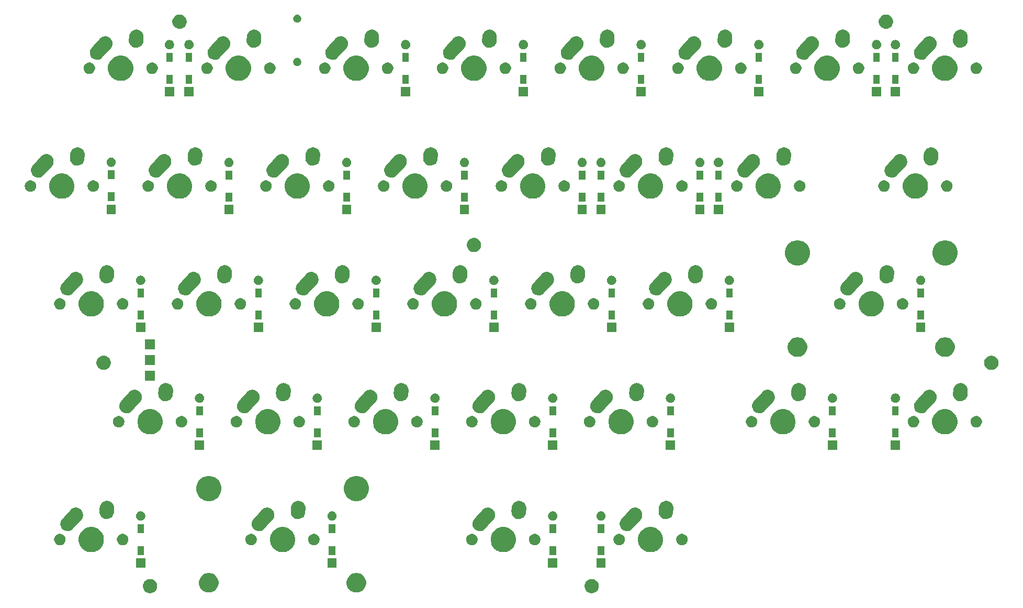
<source format=gbs>
G04 #@! TF.GenerationSoftware,KiCad,Pcbnew,(5.1.5-0-10_14)*
G04 #@! TF.CreationDate,2020-07-25T11:38:42+09:00*
G04 #@! TF.ProjectId,iroha60-right,69726f68-6136-4302-9d72-696768742e6b,rev?*
G04 #@! TF.SameCoordinates,Original*
G04 #@! TF.FileFunction,Soldermask,Bot*
G04 #@! TF.FilePolarity,Negative*
%FSLAX46Y46*%
G04 Gerber Fmt 4.6, Leading zero omitted, Abs format (unit mm)*
G04 Created by KiCad (PCBNEW (5.1.5-0-10_14)) date 2020-07-25 11:38:42*
%MOMM*%
%LPD*%
G04 APERTURE LIST*
%ADD10C,0.100000*%
G04 APERTURE END LIST*
D10*
G36*
X114524549Y-115933616D02*
G01*
X114635734Y-115955732D01*
X114845203Y-116042497D01*
X115033720Y-116168460D01*
X115194040Y-116328780D01*
X115320003Y-116517297D01*
X115406768Y-116726766D01*
X115451000Y-116949136D01*
X115451000Y-117175864D01*
X115406768Y-117398234D01*
X115320003Y-117607703D01*
X115194040Y-117796220D01*
X115033720Y-117956540D01*
X114845203Y-118082503D01*
X114635734Y-118169268D01*
X114524549Y-118191384D01*
X114413365Y-118213500D01*
X114186635Y-118213500D01*
X114075451Y-118191384D01*
X113964266Y-118169268D01*
X113754797Y-118082503D01*
X113566280Y-117956540D01*
X113405960Y-117796220D01*
X113279997Y-117607703D01*
X113193232Y-117398234D01*
X113149000Y-117175864D01*
X113149000Y-116949136D01*
X113193232Y-116726766D01*
X113279997Y-116517297D01*
X113405960Y-116328780D01*
X113566280Y-116168460D01*
X113754797Y-116042497D01*
X113964266Y-115955732D01*
X114075451Y-115933616D01*
X114186635Y-115911500D01*
X114413365Y-115911500D01*
X114524549Y-115933616D01*
G37*
G36*
X43087049Y-115933616D02*
G01*
X43198234Y-115955732D01*
X43407703Y-116042497D01*
X43596220Y-116168460D01*
X43756540Y-116328780D01*
X43882503Y-116517297D01*
X43969268Y-116726766D01*
X44013500Y-116949136D01*
X44013500Y-117175864D01*
X43969268Y-117398234D01*
X43882503Y-117607703D01*
X43756540Y-117796220D01*
X43596220Y-117956540D01*
X43407703Y-118082503D01*
X43198234Y-118169268D01*
X43087049Y-118191384D01*
X42975865Y-118213500D01*
X42749135Y-118213500D01*
X42637951Y-118191384D01*
X42526766Y-118169268D01*
X42317297Y-118082503D01*
X42128780Y-117956540D01*
X41968460Y-117796220D01*
X41842497Y-117607703D01*
X41755732Y-117398234D01*
X41711500Y-117175864D01*
X41711500Y-116949136D01*
X41755732Y-116726766D01*
X41842497Y-116517297D01*
X41968460Y-116328780D01*
X42128780Y-116168460D01*
X42317297Y-116042497D01*
X42526766Y-115955732D01*
X42637951Y-115933616D01*
X42749135Y-115911500D01*
X42975865Y-115911500D01*
X43087049Y-115933616D01*
G37*
G36*
X76539017Y-114977763D02*
G01*
X76691161Y-115008026D01*
X76809887Y-115057204D01*
X76977791Y-115126752D01*
X76977792Y-115126753D01*
X77235754Y-115299117D01*
X77455133Y-115518496D01*
X77570303Y-115690861D01*
X77627498Y-115776459D01*
X77697046Y-115944363D01*
X77746224Y-116063089D01*
X77806750Y-116367376D01*
X77806750Y-116677624D01*
X77752744Y-116949135D01*
X77746224Y-116981910D01*
X77627498Y-117268541D01*
X77627497Y-117268542D01*
X77455133Y-117526504D01*
X77235754Y-117745883D01*
X77063389Y-117861053D01*
X76977791Y-117918248D01*
X76809887Y-117987796D01*
X76691161Y-118036974D01*
X76539017Y-118067237D01*
X76386875Y-118097500D01*
X76076625Y-118097500D01*
X75924483Y-118067237D01*
X75772339Y-118036974D01*
X75653613Y-117987796D01*
X75485709Y-117918248D01*
X75400111Y-117861053D01*
X75227746Y-117745883D01*
X75008367Y-117526504D01*
X74836003Y-117268542D01*
X74836002Y-117268541D01*
X74717276Y-116981910D01*
X74710757Y-116949135D01*
X74656750Y-116677624D01*
X74656750Y-116367376D01*
X74717276Y-116063089D01*
X74766454Y-115944363D01*
X74836002Y-115776459D01*
X74893197Y-115690861D01*
X75008367Y-115518496D01*
X75227746Y-115299117D01*
X75485708Y-115126753D01*
X75485709Y-115126752D01*
X75653613Y-115057204D01*
X75772339Y-115008026D01*
X75924483Y-114977763D01*
X76076625Y-114947500D01*
X76386875Y-114947500D01*
X76539017Y-114977763D01*
G37*
G36*
X52663017Y-114977763D02*
G01*
X52815161Y-115008026D01*
X52933887Y-115057204D01*
X53101791Y-115126752D01*
X53101792Y-115126753D01*
X53359754Y-115299117D01*
X53579133Y-115518496D01*
X53694303Y-115690861D01*
X53751498Y-115776459D01*
X53821046Y-115944363D01*
X53870224Y-116063089D01*
X53930750Y-116367376D01*
X53930750Y-116677624D01*
X53876744Y-116949135D01*
X53870224Y-116981910D01*
X53751498Y-117268541D01*
X53751497Y-117268542D01*
X53579133Y-117526504D01*
X53359754Y-117745883D01*
X53187389Y-117861053D01*
X53101791Y-117918248D01*
X52933887Y-117987796D01*
X52815161Y-118036974D01*
X52663017Y-118067237D01*
X52510875Y-118097500D01*
X52200625Y-118097500D01*
X52048483Y-118067237D01*
X51896339Y-118036974D01*
X51777613Y-117987796D01*
X51609709Y-117918248D01*
X51524111Y-117861053D01*
X51351746Y-117745883D01*
X51132367Y-117526504D01*
X50960003Y-117268542D01*
X50960002Y-117268541D01*
X50841276Y-116981910D01*
X50834757Y-116949135D01*
X50780750Y-116677624D01*
X50780750Y-116367376D01*
X50841276Y-116063089D01*
X50890454Y-115944363D01*
X50960002Y-115776459D01*
X51017197Y-115690861D01*
X51132367Y-115518496D01*
X51351746Y-115299117D01*
X51609708Y-115126753D01*
X51609709Y-115126752D01*
X51777613Y-115057204D01*
X51896339Y-115008026D01*
X52048483Y-114977763D01*
X52200625Y-114947500D01*
X52510875Y-114947500D01*
X52663017Y-114977763D01*
G37*
G36*
X116574500Y-114097000D02*
G01*
X115075500Y-114097000D01*
X115075500Y-112598000D01*
X116574500Y-112598000D01*
X116574500Y-114097000D01*
G37*
G36*
X108762000Y-114097000D02*
G01*
X107263000Y-114097000D01*
X107263000Y-112598000D01*
X108762000Y-112598000D01*
X108762000Y-114097000D01*
G37*
G36*
X73043250Y-114097000D02*
G01*
X71544250Y-114097000D01*
X71544250Y-112598000D01*
X73043250Y-112598000D01*
X73043250Y-114097000D01*
G37*
G36*
X42087000Y-114097000D02*
G01*
X40588000Y-114097000D01*
X40588000Y-112598000D01*
X42087000Y-112598000D01*
X42087000Y-114097000D01*
G37*
G36*
X116351000Y-112013500D02*
G01*
X115299000Y-112013500D01*
X115299000Y-110611500D01*
X116351000Y-110611500D01*
X116351000Y-112013500D01*
G37*
G36*
X108538500Y-112013500D02*
G01*
X107486500Y-112013500D01*
X107486500Y-110611500D01*
X108538500Y-110611500D01*
X108538500Y-112013500D01*
G37*
G36*
X72819750Y-112013500D02*
G01*
X71767750Y-112013500D01*
X71767750Y-110611500D01*
X72819750Y-110611500D01*
X72819750Y-112013500D01*
G37*
G36*
X41863500Y-112013500D02*
G01*
X40811500Y-112013500D01*
X40811500Y-110611500D01*
X41863500Y-110611500D01*
X41863500Y-112013500D01*
G37*
G36*
X124421474Y-107571184D02*
G01*
X124639474Y-107661483D01*
X124793623Y-107725333D01*
X125128548Y-107949123D01*
X125413377Y-108233952D01*
X125637167Y-108568877D01*
X125669562Y-108647086D01*
X125791316Y-108941026D01*
X125869900Y-109336094D01*
X125869900Y-109738906D01*
X125791316Y-110133974D01*
X125740451Y-110256772D01*
X125637167Y-110506123D01*
X125413377Y-110841048D01*
X125128548Y-111125877D01*
X124793623Y-111349667D01*
X124639474Y-111413517D01*
X124421474Y-111503816D01*
X124026406Y-111582400D01*
X123623594Y-111582400D01*
X123228526Y-111503816D01*
X123010526Y-111413517D01*
X122856377Y-111349667D01*
X122521452Y-111125877D01*
X122236623Y-110841048D01*
X122012833Y-110506123D01*
X121909549Y-110256772D01*
X121858684Y-110133974D01*
X121780100Y-109738906D01*
X121780100Y-109336094D01*
X121858684Y-108941026D01*
X121980438Y-108647086D01*
X122012833Y-108568877D01*
X122236623Y-108233952D01*
X122521452Y-107949123D01*
X122856377Y-107725333D01*
X123010526Y-107661483D01*
X123228526Y-107571184D01*
X123623594Y-107492600D01*
X124026406Y-107492600D01*
X124421474Y-107571184D01*
G37*
G36*
X100608974Y-107571184D02*
G01*
X100826974Y-107661483D01*
X100981123Y-107725333D01*
X101316048Y-107949123D01*
X101600877Y-108233952D01*
X101824667Y-108568877D01*
X101857062Y-108647086D01*
X101978816Y-108941026D01*
X102057400Y-109336094D01*
X102057400Y-109738906D01*
X101978816Y-110133974D01*
X101927951Y-110256772D01*
X101824667Y-110506123D01*
X101600877Y-110841048D01*
X101316048Y-111125877D01*
X100981123Y-111349667D01*
X100826974Y-111413517D01*
X100608974Y-111503816D01*
X100213906Y-111582400D01*
X99811094Y-111582400D01*
X99416026Y-111503816D01*
X99198026Y-111413517D01*
X99043877Y-111349667D01*
X98708952Y-111125877D01*
X98424123Y-110841048D01*
X98200333Y-110506123D01*
X98097049Y-110256772D01*
X98046184Y-110133974D01*
X97967600Y-109738906D01*
X97967600Y-109336094D01*
X98046184Y-108941026D01*
X98167938Y-108647086D01*
X98200333Y-108568877D01*
X98424123Y-108233952D01*
X98708952Y-107949123D01*
X99043877Y-107725333D01*
X99198026Y-107661483D01*
X99416026Y-107571184D01*
X99811094Y-107492600D01*
X100213906Y-107492600D01*
X100608974Y-107571184D01*
G37*
G36*
X64890224Y-107571184D02*
G01*
X65108224Y-107661483D01*
X65262373Y-107725333D01*
X65597298Y-107949123D01*
X65882127Y-108233952D01*
X66105917Y-108568877D01*
X66138312Y-108647086D01*
X66260066Y-108941026D01*
X66338650Y-109336094D01*
X66338650Y-109738906D01*
X66260066Y-110133974D01*
X66209201Y-110256772D01*
X66105917Y-110506123D01*
X65882127Y-110841048D01*
X65597298Y-111125877D01*
X65262373Y-111349667D01*
X65108224Y-111413517D01*
X64890224Y-111503816D01*
X64495156Y-111582400D01*
X64092344Y-111582400D01*
X63697276Y-111503816D01*
X63479276Y-111413517D01*
X63325127Y-111349667D01*
X62990202Y-111125877D01*
X62705373Y-110841048D01*
X62481583Y-110506123D01*
X62378299Y-110256772D01*
X62327434Y-110133974D01*
X62248850Y-109738906D01*
X62248850Y-109336094D01*
X62327434Y-108941026D01*
X62449188Y-108647086D01*
X62481583Y-108568877D01*
X62705373Y-108233952D01*
X62990202Y-107949123D01*
X63325127Y-107725333D01*
X63479276Y-107661483D01*
X63697276Y-107571184D01*
X64092344Y-107492600D01*
X64495156Y-107492600D01*
X64890224Y-107571184D01*
G37*
G36*
X33933974Y-107571184D02*
G01*
X34151974Y-107661483D01*
X34306123Y-107725333D01*
X34641048Y-107949123D01*
X34925877Y-108233952D01*
X35149667Y-108568877D01*
X35182062Y-108647086D01*
X35303816Y-108941026D01*
X35382400Y-109336094D01*
X35382400Y-109738906D01*
X35303816Y-110133974D01*
X35252951Y-110256772D01*
X35149667Y-110506123D01*
X34925877Y-110841048D01*
X34641048Y-111125877D01*
X34306123Y-111349667D01*
X34151974Y-111413517D01*
X33933974Y-111503816D01*
X33538906Y-111582400D01*
X33136094Y-111582400D01*
X32741026Y-111503816D01*
X32523026Y-111413517D01*
X32368877Y-111349667D01*
X32033952Y-111125877D01*
X31749123Y-110841048D01*
X31525333Y-110506123D01*
X31422049Y-110256772D01*
X31371184Y-110133974D01*
X31292600Y-109738906D01*
X31292600Y-109336094D01*
X31371184Y-108941026D01*
X31492938Y-108647086D01*
X31525333Y-108568877D01*
X31749123Y-108233952D01*
X32033952Y-107949123D01*
X32368877Y-107725333D01*
X32523026Y-107661483D01*
X32741026Y-107571184D01*
X33136094Y-107492600D01*
X33538906Y-107492600D01*
X33933974Y-107571184D01*
G37*
G36*
X105362604Y-108647085D02*
G01*
X105531126Y-108716889D01*
X105682791Y-108818228D01*
X105811772Y-108947209D01*
X105913111Y-109098874D01*
X105982915Y-109267396D01*
X106018500Y-109446297D01*
X106018500Y-109628703D01*
X105982915Y-109807604D01*
X105913111Y-109976126D01*
X105811772Y-110127791D01*
X105682791Y-110256772D01*
X105531126Y-110358111D01*
X105362604Y-110427915D01*
X105183703Y-110463500D01*
X105001297Y-110463500D01*
X104822396Y-110427915D01*
X104653874Y-110358111D01*
X104502209Y-110256772D01*
X104373228Y-110127791D01*
X104271889Y-109976126D01*
X104202085Y-109807604D01*
X104166500Y-109628703D01*
X104166500Y-109446297D01*
X104202085Y-109267396D01*
X104271889Y-109098874D01*
X104373228Y-108947209D01*
X104502209Y-108818228D01*
X104653874Y-108716889D01*
X104822396Y-108647085D01*
X105001297Y-108611500D01*
X105183703Y-108611500D01*
X105362604Y-108647085D01*
G37*
G36*
X129175104Y-108647085D02*
G01*
X129343626Y-108716889D01*
X129495291Y-108818228D01*
X129624272Y-108947209D01*
X129725611Y-109098874D01*
X129795415Y-109267396D01*
X129831000Y-109446297D01*
X129831000Y-109628703D01*
X129795415Y-109807604D01*
X129725611Y-109976126D01*
X129624272Y-110127791D01*
X129495291Y-110256772D01*
X129343626Y-110358111D01*
X129175104Y-110427915D01*
X128996203Y-110463500D01*
X128813797Y-110463500D01*
X128634896Y-110427915D01*
X128466374Y-110358111D01*
X128314709Y-110256772D01*
X128185728Y-110127791D01*
X128084389Y-109976126D01*
X128014585Y-109807604D01*
X127979000Y-109628703D01*
X127979000Y-109446297D01*
X128014585Y-109267396D01*
X128084389Y-109098874D01*
X128185728Y-108947209D01*
X128314709Y-108818228D01*
X128466374Y-108716889D01*
X128634896Y-108647085D01*
X128813797Y-108611500D01*
X128996203Y-108611500D01*
X129175104Y-108647085D01*
G37*
G36*
X119015104Y-108647085D02*
G01*
X119183626Y-108716889D01*
X119335291Y-108818228D01*
X119464272Y-108947209D01*
X119565611Y-109098874D01*
X119635415Y-109267396D01*
X119671000Y-109446297D01*
X119671000Y-109628703D01*
X119635415Y-109807604D01*
X119565611Y-109976126D01*
X119464272Y-110127791D01*
X119335291Y-110256772D01*
X119183626Y-110358111D01*
X119015104Y-110427915D01*
X118836203Y-110463500D01*
X118653797Y-110463500D01*
X118474896Y-110427915D01*
X118306374Y-110358111D01*
X118154709Y-110256772D01*
X118025728Y-110127791D01*
X117924389Y-109976126D01*
X117854585Y-109807604D01*
X117819000Y-109628703D01*
X117819000Y-109446297D01*
X117854585Y-109267396D01*
X117924389Y-109098874D01*
X118025728Y-108947209D01*
X118154709Y-108818228D01*
X118306374Y-108716889D01*
X118474896Y-108647085D01*
X118653797Y-108611500D01*
X118836203Y-108611500D01*
X119015104Y-108647085D01*
G37*
G36*
X95202604Y-108647085D02*
G01*
X95371126Y-108716889D01*
X95522791Y-108818228D01*
X95651772Y-108947209D01*
X95753111Y-109098874D01*
X95822915Y-109267396D01*
X95858500Y-109446297D01*
X95858500Y-109628703D01*
X95822915Y-109807604D01*
X95753111Y-109976126D01*
X95651772Y-110127791D01*
X95522791Y-110256772D01*
X95371126Y-110358111D01*
X95202604Y-110427915D01*
X95023703Y-110463500D01*
X94841297Y-110463500D01*
X94662396Y-110427915D01*
X94493874Y-110358111D01*
X94342209Y-110256772D01*
X94213228Y-110127791D01*
X94111889Y-109976126D01*
X94042085Y-109807604D01*
X94006500Y-109628703D01*
X94006500Y-109446297D01*
X94042085Y-109267396D01*
X94111889Y-109098874D01*
X94213228Y-108947209D01*
X94342209Y-108818228D01*
X94493874Y-108716889D01*
X94662396Y-108647085D01*
X94841297Y-108611500D01*
X95023703Y-108611500D01*
X95202604Y-108647085D01*
G37*
G36*
X69643854Y-108647085D02*
G01*
X69812376Y-108716889D01*
X69964041Y-108818228D01*
X70093022Y-108947209D01*
X70194361Y-109098874D01*
X70264165Y-109267396D01*
X70299750Y-109446297D01*
X70299750Y-109628703D01*
X70264165Y-109807604D01*
X70194361Y-109976126D01*
X70093022Y-110127791D01*
X69964041Y-110256772D01*
X69812376Y-110358111D01*
X69643854Y-110427915D01*
X69464953Y-110463500D01*
X69282547Y-110463500D01*
X69103646Y-110427915D01*
X68935124Y-110358111D01*
X68783459Y-110256772D01*
X68654478Y-110127791D01*
X68553139Y-109976126D01*
X68483335Y-109807604D01*
X68447750Y-109628703D01*
X68447750Y-109446297D01*
X68483335Y-109267396D01*
X68553139Y-109098874D01*
X68654478Y-108947209D01*
X68783459Y-108818228D01*
X68935124Y-108716889D01*
X69103646Y-108647085D01*
X69282547Y-108611500D01*
X69464953Y-108611500D01*
X69643854Y-108647085D01*
G37*
G36*
X38687604Y-108647085D02*
G01*
X38856126Y-108716889D01*
X39007791Y-108818228D01*
X39136772Y-108947209D01*
X39238111Y-109098874D01*
X39307915Y-109267396D01*
X39343500Y-109446297D01*
X39343500Y-109628703D01*
X39307915Y-109807604D01*
X39238111Y-109976126D01*
X39136772Y-110127791D01*
X39007791Y-110256772D01*
X38856126Y-110358111D01*
X38687604Y-110427915D01*
X38508703Y-110463500D01*
X38326297Y-110463500D01*
X38147396Y-110427915D01*
X37978874Y-110358111D01*
X37827209Y-110256772D01*
X37698228Y-110127791D01*
X37596889Y-109976126D01*
X37527085Y-109807604D01*
X37491500Y-109628703D01*
X37491500Y-109446297D01*
X37527085Y-109267396D01*
X37596889Y-109098874D01*
X37698228Y-108947209D01*
X37827209Y-108818228D01*
X37978874Y-108716889D01*
X38147396Y-108647085D01*
X38326297Y-108611500D01*
X38508703Y-108611500D01*
X38687604Y-108647085D01*
G37*
G36*
X28527604Y-108647085D02*
G01*
X28696126Y-108716889D01*
X28847791Y-108818228D01*
X28976772Y-108947209D01*
X29078111Y-109098874D01*
X29147915Y-109267396D01*
X29183500Y-109446297D01*
X29183500Y-109628703D01*
X29147915Y-109807604D01*
X29078111Y-109976126D01*
X28976772Y-110127791D01*
X28847791Y-110256772D01*
X28696126Y-110358111D01*
X28527604Y-110427915D01*
X28348703Y-110463500D01*
X28166297Y-110463500D01*
X27987396Y-110427915D01*
X27818874Y-110358111D01*
X27667209Y-110256772D01*
X27538228Y-110127791D01*
X27436889Y-109976126D01*
X27367085Y-109807604D01*
X27331500Y-109628703D01*
X27331500Y-109446297D01*
X27367085Y-109267396D01*
X27436889Y-109098874D01*
X27538228Y-108947209D01*
X27667209Y-108818228D01*
X27818874Y-108716889D01*
X27987396Y-108647085D01*
X28166297Y-108611500D01*
X28348703Y-108611500D01*
X28527604Y-108647085D01*
G37*
G36*
X59483854Y-108647085D02*
G01*
X59652376Y-108716889D01*
X59804041Y-108818228D01*
X59933022Y-108947209D01*
X60034361Y-109098874D01*
X60104165Y-109267396D01*
X60139750Y-109446297D01*
X60139750Y-109628703D01*
X60104165Y-109807604D01*
X60034361Y-109976126D01*
X59933022Y-110127791D01*
X59804041Y-110256772D01*
X59652376Y-110358111D01*
X59483854Y-110427915D01*
X59304953Y-110463500D01*
X59122547Y-110463500D01*
X58943646Y-110427915D01*
X58775124Y-110358111D01*
X58623459Y-110256772D01*
X58494478Y-110127791D01*
X58393139Y-109976126D01*
X58323335Y-109807604D01*
X58287750Y-109628703D01*
X58287750Y-109446297D01*
X58323335Y-109267396D01*
X58393139Y-109098874D01*
X58494478Y-108947209D01*
X58623459Y-108818228D01*
X58775124Y-108716889D01*
X58943646Y-108647085D01*
X59122547Y-108611500D01*
X59304953Y-108611500D01*
X59483854Y-108647085D01*
G37*
G36*
X108538500Y-108463500D02*
G01*
X107486500Y-108463500D01*
X107486500Y-107061500D01*
X108538500Y-107061500D01*
X108538500Y-108463500D01*
G37*
G36*
X72819750Y-108463500D02*
G01*
X71767750Y-108463500D01*
X71767750Y-107061500D01*
X72819750Y-107061500D01*
X72819750Y-108463500D01*
G37*
G36*
X41863500Y-108463500D02*
G01*
X40811500Y-108463500D01*
X40811500Y-107061500D01*
X41863500Y-107061500D01*
X41863500Y-108463500D01*
G37*
G36*
X116351000Y-108463500D02*
G01*
X115299000Y-108463500D01*
X115299000Y-107061500D01*
X116351000Y-107061500D01*
X116351000Y-108463500D01*
G37*
G36*
X61816955Y-104361381D02*
G01*
X61822395Y-104361500D01*
X61909578Y-104361500D01*
X61925847Y-104364736D01*
X61944706Y-104367015D01*
X61961282Y-104367746D01*
X62045973Y-104388510D01*
X62051268Y-104389684D01*
X62136777Y-104406693D01*
X62152112Y-104413045D01*
X62170151Y-104418955D01*
X62186271Y-104422907D01*
X62265254Y-104459780D01*
X62270244Y-104461977D01*
X62350795Y-104495342D01*
X62364591Y-104504560D01*
X62381143Y-104513882D01*
X62396176Y-104520900D01*
X62466444Y-104572471D01*
X62470942Y-104575622D01*
X62543406Y-104624041D01*
X62555133Y-104635768D01*
X62569559Y-104648148D01*
X62582929Y-104657961D01*
X62582930Y-104657962D01*
X62641771Y-104722233D01*
X62645579Y-104726214D01*
X62707209Y-104787844D01*
X62716424Y-104801635D01*
X62728146Y-104816578D01*
X62739355Y-104828821D01*
X62784549Y-104903374D01*
X62787496Y-104908001D01*
X62835908Y-104980455D01*
X62842255Y-104995777D01*
X62850842Y-105012731D01*
X62859441Y-105026917D01*
X62889228Y-105108868D01*
X62891202Y-105113948D01*
X62924557Y-105194473D01*
X62924557Y-105194474D01*
X62927791Y-105210733D01*
X62932908Y-105229042D01*
X62938575Y-105244634D01*
X62951805Y-105330845D01*
X62952751Y-105336213D01*
X62969750Y-105421673D01*
X62969750Y-105438252D01*
X62971194Y-105457192D01*
X62973713Y-105473604D01*
X62969870Y-105560749D01*
X62969750Y-105566189D01*
X62969750Y-105653326D01*
X62969680Y-105653680D01*
X62966516Y-105669583D01*
X62964238Y-105688441D01*
X62963506Y-105705031D01*
X62942738Y-105789737D01*
X62941562Y-105795037D01*
X62924557Y-105880527D01*
X62918207Y-105895857D01*
X62912299Y-105913893D01*
X62908345Y-105930020D01*
X62871461Y-106009026D01*
X62869261Y-106014023D01*
X62835908Y-106094545D01*
X62826694Y-106108335D01*
X62817372Y-106124887D01*
X62810352Y-106139924D01*
X62758761Y-106210220D01*
X62755616Y-106214710D01*
X62707211Y-106287154D01*
X62650210Y-106344155D01*
X62645561Y-106349063D01*
X62214061Y-106829970D01*
X61320473Y-107825876D01*
X61192429Y-107943102D01*
X61093380Y-108003146D01*
X60994333Y-108063189D01*
X60776616Y-108142323D01*
X60547645Y-108177461D01*
X60316220Y-108167254D01*
X60091231Y-108112093D01*
X59986477Y-108063189D01*
X59881329Y-108014102D01*
X59784588Y-107943102D01*
X59694573Y-107877039D01*
X59620144Y-107795741D01*
X59538148Y-107706179D01*
X59456314Y-107571185D01*
X59418061Y-107508083D01*
X59338927Y-107290366D01*
X59303789Y-107061395D01*
X59313996Y-106829970D01*
X59369157Y-106604981D01*
X59420722Y-106494528D01*
X59467148Y-106395080D01*
X59469629Y-106391699D01*
X59569864Y-106255122D01*
X60361824Y-105372481D01*
X60856537Y-104821121D01*
X60867431Y-104807089D01*
X60880289Y-104787846D01*
X60937323Y-104730812D01*
X60941973Y-104725903D01*
X60957028Y-104709124D01*
X60978451Y-104689511D01*
X60982432Y-104685703D01*
X61044096Y-104624039D01*
X61057893Y-104614820D01*
X61072852Y-104603085D01*
X61085071Y-104591898D01*
X61117135Y-104572461D01*
X61159580Y-104546731D01*
X61164171Y-104543808D01*
X61236705Y-104495342D01*
X61252050Y-104488986D01*
X61268998Y-104480401D01*
X61283166Y-104471812D01*
X61283167Y-104471812D01*
X61283168Y-104471811D01*
X61365062Y-104442045D01*
X61370160Y-104440063D01*
X61450723Y-104406693D01*
X61467002Y-104403455D01*
X61485292Y-104398344D01*
X61500885Y-104392677D01*
X61587050Y-104379454D01*
X61592413Y-104378509D01*
X61677923Y-104361500D01*
X61694516Y-104361500D01*
X61713459Y-104360055D01*
X61729856Y-104357539D01*
X61816955Y-104361381D01*
G37*
G36*
X121348205Y-104361381D02*
G01*
X121353645Y-104361500D01*
X121440828Y-104361500D01*
X121457097Y-104364736D01*
X121475956Y-104367015D01*
X121492532Y-104367746D01*
X121577223Y-104388510D01*
X121582518Y-104389684D01*
X121668027Y-104406693D01*
X121683362Y-104413045D01*
X121701401Y-104418955D01*
X121717521Y-104422907D01*
X121796504Y-104459780D01*
X121801494Y-104461977D01*
X121882045Y-104495342D01*
X121895841Y-104504560D01*
X121912393Y-104513882D01*
X121927426Y-104520900D01*
X121997694Y-104572471D01*
X122002192Y-104575622D01*
X122074656Y-104624041D01*
X122086383Y-104635768D01*
X122100809Y-104648148D01*
X122114179Y-104657961D01*
X122114180Y-104657962D01*
X122173021Y-104722233D01*
X122176829Y-104726214D01*
X122238459Y-104787844D01*
X122247674Y-104801635D01*
X122259396Y-104816578D01*
X122270605Y-104828821D01*
X122315799Y-104903374D01*
X122318746Y-104908001D01*
X122367158Y-104980455D01*
X122373505Y-104995777D01*
X122382092Y-105012731D01*
X122390691Y-105026917D01*
X122420478Y-105108868D01*
X122422452Y-105113948D01*
X122455807Y-105194473D01*
X122455807Y-105194474D01*
X122459041Y-105210733D01*
X122464158Y-105229042D01*
X122469825Y-105244634D01*
X122483055Y-105330845D01*
X122484001Y-105336213D01*
X122501000Y-105421673D01*
X122501000Y-105438252D01*
X122502444Y-105457192D01*
X122504963Y-105473604D01*
X122501120Y-105560749D01*
X122501000Y-105566189D01*
X122501000Y-105653326D01*
X122500930Y-105653680D01*
X122497766Y-105669583D01*
X122495488Y-105688441D01*
X122494756Y-105705031D01*
X122473988Y-105789737D01*
X122472812Y-105795037D01*
X122455807Y-105880527D01*
X122449457Y-105895857D01*
X122443549Y-105913893D01*
X122439595Y-105930020D01*
X122402711Y-106009026D01*
X122400511Y-106014023D01*
X122367158Y-106094545D01*
X122357944Y-106108335D01*
X122348622Y-106124887D01*
X122341602Y-106139924D01*
X122290011Y-106210220D01*
X122286866Y-106214710D01*
X122238461Y-106287154D01*
X122181460Y-106344155D01*
X122176811Y-106349063D01*
X121745311Y-106829970D01*
X120851723Y-107825876D01*
X120723679Y-107943102D01*
X120624631Y-108003145D01*
X120525583Y-108063189D01*
X120307866Y-108142323D01*
X120078895Y-108177461D01*
X119847470Y-108167254D01*
X119622481Y-108112093D01*
X119517727Y-108063189D01*
X119412579Y-108014102D01*
X119315838Y-107943102D01*
X119225823Y-107877039D01*
X119151394Y-107795741D01*
X119069398Y-107706179D01*
X118987564Y-107571185D01*
X118949311Y-107508083D01*
X118870177Y-107290366D01*
X118835039Y-107061395D01*
X118845246Y-106829970D01*
X118900407Y-106604981D01*
X118951972Y-106494528D01*
X118998398Y-106395080D01*
X119000879Y-106391699D01*
X119101114Y-106255122D01*
X119893074Y-105372481D01*
X120387787Y-104821121D01*
X120398681Y-104807089D01*
X120411539Y-104787846D01*
X120468573Y-104730812D01*
X120473223Y-104725903D01*
X120488278Y-104709124D01*
X120509701Y-104689511D01*
X120513682Y-104685703D01*
X120575346Y-104624039D01*
X120589143Y-104614820D01*
X120604102Y-104603085D01*
X120616321Y-104591898D01*
X120648385Y-104572461D01*
X120690830Y-104546731D01*
X120695421Y-104543808D01*
X120767955Y-104495342D01*
X120783300Y-104488986D01*
X120800248Y-104480401D01*
X120814416Y-104471812D01*
X120814417Y-104471812D01*
X120814418Y-104471811D01*
X120896312Y-104442045D01*
X120901410Y-104440063D01*
X120981973Y-104406693D01*
X120998252Y-104403455D01*
X121016542Y-104398344D01*
X121032135Y-104392677D01*
X121118300Y-104379454D01*
X121123663Y-104378509D01*
X121209173Y-104361500D01*
X121225766Y-104361500D01*
X121244709Y-104360055D01*
X121261106Y-104357539D01*
X121348205Y-104361381D01*
G37*
G36*
X30860705Y-104361381D02*
G01*
X30866145Y-104361500D01*
X30953328Y-104361500D01*
X30969597Y-104364736D01*
X30988456Y-104367015D01*
X31005032Y-104367746D01*
X31089723Y-104388510D01*
X31095018Y-104389684D01*
X31180527Y-104406693D01*
X31195862Y-104413045D01*
X31213901Y-104418955D01*
X31230021Y-104422907D01*
X31309004Y-104459780D01*
X31313994Y-104461977D01*
X31394545Y-104495342D01*
X31408341Y-104504560D01*
X31424893Y-104513882D01*
X31439926Y-104520900D01*
X31510194Y-104572471D01*
X31514692Y-104575622D01*
X31587156Y-104624041D01*
X31598883Y-104635768D01*
X31613309Y-104648148D01*
X31626679Y-104657961D01*
X31626680Y-104657962D01*
X31685521Y-104722233D01*
X31689329Y-104726214D01*
X31750959Y-104787844D01*
X31760174Y-104801635D01*
X31771896Y-104816578D01*
X31783105Y-104828821D01*
X31828299Y-104903374D01*
X31831246Y-104908001D01*
X31879658Y-104980455D01*
X31886005Y-104995777D01*
X31894592Y-105012731D01*
X31903191Y-105026917D01*
X31932978Y-105108868D01*
X31934952Y-105113948D01*
X31968307Y-105194473D01*
X31968307Y-105194474D01*
X31971541Y-105210733D01*
X31976658Y-105229042D01*
X31982325Y-105244634D01*
X31995555Y-105330845D01*
X31996501Y-105336213D01*
X32013500Y-105421673D01*
X32013500Y-105438252D01*
X32014944Y-105457192D01*
X32017463Y-105473604D01*
X32013620Y-105560749D01*
X32013500Y-105566189D01*
X32013500Y-105653326D01*
X32013430Y-105653680D01*
X32010266Y-105669583D01*
X32007988Y-105688441D01*
X32007256Y-105705031D01*
X31986488Y-105789737D01*
X31985312Y-105795037D01*
X31968307Y-105880527D01*
X31961957Y-105895857D01*
X31956049Y-105913893D01*
X31952095Y-105930020D01*
X31915211Y-106009026D01*
X31913011Y-106014023D01*
X31879658Y-106094545D01*
X31870444Y-106108335D01*
X31861122Y-106124887D01*
X31854102Y-106139924D01*
X31802511Y-106210220D01*
X31799366Y-106214710D01*
X31750961Y-106287154D01*
X31693960Y-106344155D01*
X31689311Y-106349063D01*
X31257811Y-106829970D01*
X30364223Y-107825876D01*
X30236179Y-107943102D01*
X30137130Y-108003146D01*
X30038083Y-108063189D01*
X29820366Y-108142323D01*
X29591395Y-108177461D01*
X29359970Y-108167254D01*
X29134981Y-108112093D01*
X29030227Y-108063189D01*
X28925079Y-108014102D01*
X28828338Y-107943102D01*
X28738323Y-107877039D01*
X28663894Y-107795741D01*
X28581898Y-107706179D01*
X28500064Y-107571185D01*
X28461811Y-107508083D01*
X28382677Y-107290366D01*
X28347539Y-107061395D01*
X28357746Y-106829970D01*
X28412907Y-106604981D01*
X28464472Y-106494528D01*
X28510898Y-106395080D01*
X28513379Y-106391699D01*
X28613614Y-106255122D01*
X29405574Y-105372481D01*
X29900287Y-104821121D01*
X29911181Y-104807089D01*
X29924039Y-104787846D01*
X29981073Y-104730812D01*
X29985723Y-104725903D01*
X30000778Y-104709124D01*
X30022201Y-104689511D01*
X30026182Y-104685703D01*
X30087846Y-104624039D01*
X30101643Y-104614820D01*
X30116602Y-104603085D01*
X30128821Y-104591898D01*
X30160885Y-104572461D01*
X30203330Y-104546731D01*
X30207921Y-104543808D01*
X30280455Y-104495342D01*
X30295800Y-104488986D01*
X30312748Y-104480401D01*
X30326916Y-104471812D01*
X30326917Y-104471812D01*
X30326918Y-104471811D01*
X30408812Y-104442045D01*
X30413910Y-104440063D01*
X30494473Y-104406693D01*
X30510752Y-104403455D01*
X30529042Y-104398344D01*
X30544635Y-104392677D01*
X30630800Y-104379454D01*
X30636163Y-104378509D01*
X30721673Y-104361500D01*
X30738266Y-104361500D01*
X30757209Y-104360055D01*
X30773606Y-104357539D01*
X30860705Y-104361381D01*
G37*
G36*
X97535705Y-104361381D02*
G01*
X97541145Y-104361500D01*
X97628328Y-104361500D01*
X97644597Y-104364736D01*
X97663456Y-104367015D01*
X97680032Y-104367746D01*
X97764723Y-104388510D01*
X97770018Y-104389684D01*
X97855527Y-104406693D01*
X97870862Y-104413045D01*
X97888901Y-104418955D01*
X97905021Y-104422907D01*
X97984004Y-104459780D01*
X97988994Y-104461977D01*
X98069545Y-104495342D01*
X98083341Y-104504560D01*
X98099893Y-104513882D01*
X98114926Y-104520900D01*
X98185194Y-104572471D01*
X98189692Y-104575622D01*
X98262156Y-104624041D01*
X98273883Y-104635768D01*
X98288309Y-104648148D01*
X98301679Y-104657961D01*
X98301680Y-104657962D01*
X98360521Y-104722233D01*
X98364329Y-104726214D01*
X98425959Y-104787844D01*
X98435174Y-104801635D01*
X98446896Y-104816578D01*
X98458105Y-104828821D01*
X98503299Y-104903374D01*
X98506246Y-104908001D01*
X98554658Y-104980455D01*
X98561005Y-104995777D01*
X98569592Y-105012731D01*
X98578191Y-105026917D01*
X98607978Y-105108868D01*
X98609952Y-105113948D01*
X98643307Y-105194473D01*
X98643307Y-105194474D01*
X98646541Y-105210733D01*
X98651658Y-105229042D01*
X98657325Y-105244634D01*
X98670555Y-105330845D01*
X98671501Y-105336213D01*
X98688500Y-105421673D01*
X98688500Y-105438252D01*
X98689944Y-105457192D01*
X98692463Y-105473604D01*
X98688620Y-105560749D01*
X98688500Y-105566189D01*
X98688500Y-105653326D01*
X98688430Y-105653680D01*
X98685266Y-105669583D01*
X98682988Y-105688441D01*
X98682256Y-105705031D01*
X98661488Y-105789737D01*
X98660312Y-105795037D01*
X98643307Y-105880527D01*
X98636957Y-105895857D01*
X98631049Y-105913893D01*
X98627095Y-105930020D01*
X98590211Y-106009026D01*
X98588011Y-106014023D01*
X98554658Y-106094545D01*
X98545444Y-106108335D01*
X98536122Y-106124887D01*
X98529102Y-106139924D01*
X98477511Y-106210220D01*
X98474366Y-106214710D01*
X98425961Y-106287154D01*
X98368960Y-106344155D01*
X98364311Y-106349063D01*
X97932811Y-106829970D01*
X97039223Y-107825876D01*
X96911179Y-107943102D01*
X96812131Y-108003145D01*
X96713083Y-108063189D01*
X96495366Y-108142323D01*
X96266395Y-108177461D01*
X96034970Y-108167254D01*
X95809981Y-108112093D01*
X95705227Y-108063189D01*
X95600079Y-108014102D01*
X95503338Y-107943102D01*
X95413323Y-107877039D01*
X95338894Y-107795741D01*
X95256898Y-107706179D01*
X95175064Y-107571185D01*
X95136811Y-107508083D01*
X95057677Y-107290366D01*
X95022539Y-107061395D01*
X95032746Y-106829970D01*
X95087907Y-106604981D01*
X95139472Y-106494528D01*
X95185898Y-106395080D01*
X95188379Y-106391699D01*
X95288614Y-106255122D01*
X96080574Y-105372481D01*
X96575287Y-104821121D01*
X96586181Y-104807089D01*
X96599039Y-104787846D01*
X96656073Y-104730812D01*
X96660723Y-104725903D01*
X96675778Y-104709124D01*
X96697201Y-104689511D01*
X96701182Y-104685703D01*
X96762846Y-104624039D01*
X96776643Y-104614820D01*
X96791602Y-104603085D01*
X96803821Y-104591898D01*
X96835885Y-104572461D01*
X96878330Y-104546731D01*
X96882921Y-104543808D01*
X96955455Y-104495342D01*
X96970800Y-104488986D01*
X96987748Y-104480401D01*
X97001916Y-104471812D01*
X97001917Y-104471812D01*
X97001918Y-104471811D01*
X97083812Y-104442045D01*
X97088910Y-104440063D01*
X97169473Y-104406693D01*
X97185752Y-104403455D01*
X97204042Y-104398344D01*
X97219635Y-104392677D01*
X97305800Y-104379454D01*
X97311163Y-104378509D01*
X97396673Y-104361500D01*
X97413266Y-104361500D01*
X97432209Y-104360055D01*
X97448606Y-104357539D01*
X97535705Y-104361381D01*
G37*
G36*
X41423662Y-104980455D02*
G01*
X41556121Y-105006802D01*
X41692522Y-105063301D01*
X41815279Y-105145325D01*
X41919675Y-105249721D01*
X42001699Y-105372478D01*
X42058198Y-105508879D01*
X42081266Y-105624853D01*
X42086930Y-105653326D01*
X42087000Y-105653681D01*
X42087000Y-105801319D01*
X42058198Y-105946121D01*
X42001699Y-106082522D01*
X41919675Y-106205279D01*
X41815279Y-106309675D01*
X41692522Y-106391699D01*
X41556121Y-106448198D01*
X41431925Y-106472901D01*
X41411320Y-106477000D01*
X41263680Y-106477000D01*
X41243075Y-106472901D01*
X41118879Y-106448198D01*
X40982478Y-106391699D01*
X40859721Y-106309675D01*
X40755325Y-106205279D01*
X40673301Y-106082522D01*
X40616802Y-105946121D01*
X40588000Y-105801319D01*
X40588000Y-105653681D01*
X40588071Y-105653326D01*
X40593734Y-105624853D01*
X40616802Y-105508879D01*
X40673301Y-105372478D01*
X40755325Y-105249721D01*
X40859721Y-105145325D01*
X40982478Y-105063301D01*
X41118879Y-105006802D01*
X41251338Y-104980455D01*
X41263680Y-104978000D01*
X41411320Y-104978000D01*
X41423662Y-104980455D01*
G37*
G36*
X72379912Y-104980455D02*
G01*
X72512371Y-105006802D01*
X72648772Y-105063301D01*
X72771529Y-105145325D01*
X72875925Y-105249721D01*
X72957949Y-105372478D01*
X73014448Y-105508879D01*
X73037516Y-105624853D01*
X73043180Y-105653326D01*
X73043250Y-105653681D01*
X73043250Y-105801319D01*
X73014448Y-105946121D01*
X72957949Y-106082522D01*
X72875925Y-106205279D01*
X72771529Y-106309675D01*
X72648772Y-106391699D01*
X72512371Y-106448198D01*
X72388175Y-106472901D01*
X72367570Y-106477000D01*
X72219930Y-106477000D01*
X72199325Y-106472901D01*
X72075129Y-106448198D01*
X71938728Y-106391699D01*
X71815971Y-106309675D01*
X71711575Y-106205279D01*
X71629551Y-106082522D01*
X71573052Y-105946121D01*
X71544250Y-105801319D01*
X71544250Y-105653681D01*
X71544321Y-105653326D01*
X71549984Y-105624853D01*
X71573052Y-105508879D01*
X71629551Y-105372478D01*
X71711575Y-105249721D01*
X71815971Y-105145325D01*
X71938728Y-105063301D01*
X72075129Y-105006802D01*
X72207588Y-104980455D01*
X72219930Y-104978000D01*
X72367570Y-104978000D01*
X72379912Y-104980455D01*
G37*
G36*
X115911162Y-104980455D02*
G01*
X116043621Y-105006802D01*
X116180022Y-105063301D01*
X116302779Y-105145325D01*
X116407175Y-105249721D01*
X116489199Y-105372478D01*
X116545698Y-105508879D01*
X116568766Y-105624853D01*
X116574430Y-105653326D01*
X116574500Y-105653681D01*
X116574500Y-105801319D01*
X116545698Y-105946121D01*
X116489199Y-106082522D01*
X116407175Y-106205279D01*
X116302779Y-106309675D01*
X116180022Y-106391699D01*
X116043621Y-106448198D01*
X115919425Y-106472901D01*
X115898820Y-106477000D01*
X115751180Y-106477000D01*
X115730575Y-106472901D01*
X115606379Y-106448198D01*
X115469978Y-106391699D01*
X115347221Y-106309675D01*
X115242825Y-106205279D01*
X115160801Y-106082522D01*
X115104302Y-105946121D01*
X115075500Y-105801319D01*
X115075500Y-105653681D01*
X115075571Y-105653326D01*
X115081234Y-105624853D01*
X115104302Y-105508879D01*
X115160801Y-105372478D01*
X115242825Y-105249721D01*
X115347221Y-105145325D01*
X115469978Y-105063301D01*
X115606379Y-105006802D01*
X115738838Y-104980455D01*
X115751180Y-104978000D01*
X115898820Y-104978000D01*
X115911162Y-104980455D01*
G37*
G36*
X108098662Y-104980455D02*
G01*
X108231121Y-105006802D01*
X108367522Y-105063301D01*
X108490279Y-105145325D01*
X108594675Y-105249721D01*
X108676699Y-105372478D01*
X108733198Y-105508879D01*
X108756266Y-105624853D01*
X108761930Y-105653326D01*
X108762000Y-105653681D01*
X108762000Y-105801319D01*
X108733198Y-105946121D01*
X108676699Y-106082522D01*
X108594675Y-106205279D01*
X108490279Y-106309675D01*
X108367522Y-106391699D01*
X108231121Y-106448198D01*
X108106925Y-106472901D01*
X108086320Y-106477000D01*
X107938680Y-106477000D01*
X107918075Y-106472901D01*
X107793879Y-106448198D01*
X107657478Y-106391699D01*
X107534721Y-106309675D01*
X107430325Y-106205279D01*
X107348301Y-106082522D01*
X107291802Y-105946121D01*
X107263000Y-105801319D01*
X107263000Y-105653681D01*
X107263071Y-105653326D01*
X107268734Y-105624853D01*
X107291802Y-105508879D01*
X107348301Y-105372478D01*
X107430325Y-105249721D01*
X107534721Y-105145325D01*
X107657478Y-105063301D01*
X107793879Y-105006802D01*
X107926338Y-104980455D01*
X107938680Y-104978000D01*
X108086320Y-104978000D01*
X108098662Y-104980455D01*
G37*
G36*
X66921877Y-103279761D02*
G01*
X66942650Y-103281500D01*
X66949577Y-103281500D01*
X67044504Y-103300382D01*
X67048098Y-103301042D01*
X67143480Y-103317124D01*
X67149953Y-103319585D01*
X67169978Y-103325341D01*
X67176777Y-103326693D01*
X67239164Y-103352534D01*
X67266193Y-103363730D01*
X67269594Y-103365081D01*
X67360005Y-103399461D01*
X67365877Y-103403140D01*
X67384386Y-103412687D01*
X67390795Y-103415342D01*
X67471313Y-103469142D01*
X67474304Y-103471078D01*
X67556307Y-103522459D01*
X67561334Y-103527200D01*
X67577646Y-103540191D01*
X67583402Y-103544037D01*
X67651860Y-103612495D01*
X67654439Y-103614999D01*
X67724840Y-103681389D01*
X67728845Y-103687019D01*
X67742309Y-103702944D01*
X67747209Y-103707844D01*
X67800994Y-103788339D01*
X67803041Y-103791307D01*
X67859130Y-103870145D01*
X67861964Y-103876458D01*
X67872058Y-103894693D01*
X67875908Y-103900455D01*
X67912970Y-103989930D01*
X67914374Y-103993185D01*
X67954015Y-104081473D01*
X67955565Y-104088225D01*
X67961902Y-104108062D01*
X67964557Y-104114473D01*
X67983442Y-104209417D01*
X67984188Y-104212901D01*
X68005848Y-104307251D01*
X68005848Y-104307254D01*
X68006050Y-104314154D01*
X68008397Y-104334870D01*
X68009750Y-104341674D01*
X68009750Y-104438486D01*
X68009803Y-104442084D01*
X68010938Y-104480777D01*
X68010045Y-104493725D01*
X68009750Y-104502297D01*
X68009750Y-104573326D01*
X68003831Y-104603085D01*
X68003354Y-104605479D01*
X68001250Y-104621250D01*
X67962988Y-105176045D01*
X67934126Y-105347230D01*
X67851788Y-105563755D01*
X67728791Y-105760057D01*
X67569861Y-105928590D01*
X67381105Y-106062880D01*
X67169777Y-106157765D01*
X66943999Y-106209598D01*
X66712448Y-106216389D01*
X66712447Y-106216389D01*
X66666762Y-106208686D01*
X66484020Y-106177876D01*
X66267495Y-106095538D01*
X66071193Y-105972541D01*
X65902660Y-105813611D01*
X65768370Y-105624855D01*
X65673485Y-105413527D01*
X65621652Y-105187749D01*
X65616562Y-105014223D01*
X65657454Y-104421294D01*
X65657750Y-104412696D01*
X65657750Y-104341675D01*
X65676632Y-104246750D01*
X65677294Y-104243145D01*
X65682981Y-104209417D01*
X65693374Y-104147770D01*
X65695835Y-104141299D01*
X65701592Y-104121267D01*
X65702943Y-104114474D01*
X65705593Y-104108076D01*
X65740014Y-104024976D01*
X65741303Y-104021730D01*
X65775712Y-103931245D01*
X65779386Y-103925381D01*
X65788937Y-103906865D01*
X65791592Y-103900455D01*
X65845407Y-103819915D01*
X65847327Y-103816949D01*
X65898709Y-103734943D01*
X65903461Y-103729904D01*
X65916439Y-103713607D01*
X65920287Y-103707848D01*
X65988743Y-103639392D01*
X65991296Y-103636762D01*
X66011773Y-103615048D01*
X66057639Y-103566410D01*
X66063271Y-103562403D01*
X66079197Y-103548938D01*
X66084096Y-103544039D01*
X66164574Y-103490266D01*
X66167556Y-103488210D01*
X66246395Y-103432120D01*
X66252705Y-103429287D01*
X66270944Y-103419191D01*
X66276701Y-103415344D01*
X66276704Y-103415343D01*
X66276705Y-103415342D01*
X66366179Y-103378281D01*
X66369437Y-103376875D01*
X66457723Y-103337235D01*
X66464475Y-103335685D01*
X66484312Y-103329348D01*
X66490723Y-103326693D01*
X66585649Y-103307811D01*
X66589196Y-103307051D01*
X66683501Y-103285401D01*
X66685880Y-103285331D01*
X66690415Y-103285198D01*
X66711131Y-103282851D01*
X66717924Y-103281500D01*
X66814709Y-103281500D01*
X66818334Y-103281447D01*
X66915052Y-103278610D01*
X66921877Y-103279761D01*
G37*
G36*
X102640627Y-103279761D02*
G01*
X102661400Y-103281500D01*
X102668327Y-103281500D01*
X102763254Y-103300382D01*
X102766848Y-103301042D01*
X102862230Y-103317124D01*
X102868703Y-103319585D01*
X102888728Y-103325341D01*
X102895527Y-103326693D01*
X102957914Y-103352534D01*
X102984943Y-103363730D01*
X102988344Y-103365081D01*
X103078755Y-103399461D01*
X103084627Y-103403140D01*
X103103136Y-103412687D01*
X103109545Y-103415342D01*
X103190063Y-103469142D01*
X103193054Y-103471078D01*
X103275057Y-103522459D01*
X103280084Y-103527200D01*
X103296396Y-103540191D01*
X103302152Y-103544037D01*
X103370610Y-103612495D01*
X103373189Y-103614999D01*
X103443590Y-103681389D01*
X103447595Y-103687019D01*
X103461059Y-103702944D01*
X103465959Y-103707844D01*
X103519744Y-103788339D01*
X103521791Y-103791307D01*
X103577880Y-103870145D01*
X103580714Y-103876458D01*
X103590808Y-103894693D01*
X103594658Y-103900455D01*
X103631720Y-103989930D01*
X103633124Y-103993185D01*
X103672765Y-104081473D01*
X103674315Y-104088225D01*
X103680652Y-104108062D01*
X103683307Y-104114473D01*
X103702192Y-104209417D01*
X103702938Y-104212901D01*
X103724598Y-104307251D01*
X103724598Y-104307254D01*
X103724800Y-104314154D01*
X103727147Y-104334870D01*
X103728500Y-104341674D01*
X103728500Y-104438486D01*
X103728553Y-104442084D01*
X103729688Y-104480777D01*
X103728795Y-104493725D01*
X103728500Y-104502297D01*
X103728500Y-104573326D01*
X103722581Y-104603085D01*
X103722104Y-104605479D01*
X103720000Y-104621250D01*
X103681738Y-105176045D01*
X103652876Y-105347230D01*
X103570538Y-105563755D01*
X103447541Y-105760057D01*
X103288611Y-105928590D01*
X103099855Y-106062880D01*
X102888527Y-106157765D01*
X102662749Y-106209598D01*
X102431198Y-106216389D01*
X102431197Y-106216389D01*
X102385512Y-106208686D01*
X102202770Y-106177876D01*
X101986245Y-106095538D01*
X101789943Y-105972541D01*
X101621410Y-105813611D01*
X101487120Y-105624855D01*
X101392235Y-105413527D01*
X101340402Y-105187749D01*
X101335312Y-105014223D01*
X101376204Y-104421294D01*
X101376500Y-104412696D01*
X101376500Y-104341675D01*
X101395382Y-104246750D01*
X101396044Y-104243145D01*
X101401731Y-104209417D01*
X101412124Y-104147770D01*
X101414585Y-104141299D01*
X101420342Y-104121267D01*
X101421693Y-104114474D01*
X101424343Y-104108076D01*
X101458764Y-104024976D01*
X101460053Y-104021730D01*
X101494462Y-103931245D01*
X101498136Y-103925381D01*
X101507687Y-103906865D01*
X101510342Y-103900455D01*
X101564157Y-103819915D01*
X101566077Y-103816949D01*
X101617459Y-103734943D01*
X101622211Y-103729904D01*
X101635189Y-103713607D01*
X101639037Y-103707848D01*
X101707493Y-103639392D01*
X101710046Y-103636762D01*
X101730523Y-103615048D01*
X101776389Y-103566410D01*
X101782021Y-103562403D01*
X101797947Y-103548938D01*
X101802846Y-103544039D01*
X101883324Y-103490266D01*
X101886306Y-103488210D01*
X101965145Y-103432120D01*
X101971455Y-103429287D01*
X101989694Y-103419191D01*
X101995451Y-103415344D01*
X101995454Y-103415343D01*
X101995455Y-103415342D01*
X102084929Y-103378281D01*
X102088187Y-103376875D01*
X102176473Y-103337235D01*
X102183225Y-103335685D01*
X102203062Y-103329348D01*
X102209473Y-103326693D01*
X102304399Y-103307811D01*
X102307946Y-103307051D01*
X102402251Y-103285401D01*
X102404630Y-103285331D01*
X102409165Y-103285198D01*
X102429881Y-103282851D01*
X102436674Y-103281500D01*
X102533459Y-103281500D01*
X102537084Y-103281447D01*
X102633802Y-103278610D01*
X102640627Y-103279761D01*
G37*
G36*
X35965627Y-103279761D02*
G01*
X35986400Y-103281500D01*
X35993327Y-103281500D01*
X36088254Y-103300382D01*
X36091848Y-103301042D01*
X36187230Y-103317124D01*
X36193703Y-103319585D01*
X36213728Y-103325341D01*
X36220527Y-103326693D01*
X36282914Y-103352534D01*
X36309943Y-103363730D01*
X36313344Y-103365081D01*
X36403755Y-103399461D01*
X36409627Y-103403140D01*
X36428136Y-103412687D01*
X36434545Y-103415342D01*
X36515063Y-103469142D01*
X36518054Y-103471078D01*
X36600057Y-103522459D01*
X36605084Y-103527200D01*
X36621396Y-103540191D01*
X36627152Y-103544037D01*
X36695610Y-103612495D01*
X36698189Y-103614999D01*
X36768590Y-103681389D01*
X36772595Y-103687019D01*
X36786059Y-103702944D01*
X36790959Y-103707844D01*
X36844744Y-103788339D01*
X36846791Y-103791307D01*
X36902880Y-103870145D01*
X36905714Y-103876458D01*
X36915808Y-103894693D01*
X36919658Y-103900455D01*
X36956720Y-103989930D01*
X36958124Y-103993185D01*
X36997765Y-104081473D01*
X36999315Y-104088225D01*
X37005652Y-104108062D01*
X37008307Y-104114473D01*
X37027192Y-104209417D01*
X37027938Y-104212901D01*
X37049598Y-104307251D01*
X37049598Y-104307254D01*
X37049800Y-104314154D01*
X37052147Y-104334870D01*
X37053500Y-104341674D01*
X37053500Y-104438486D01*
X37053553Y-104442084D01*
X37054688Y-104480777D01*
X37053795Y-104493725D01*
X37053500Y-104502297D01*
X37053500Y-104573326D01*
X37047581Y-104603085D01*
X37047104Y-104605479D01*
X37045000Y-104621250D01*
X37006738Y-105176045D01*
X36977876Y-105347230D01*
X36895538Y-105563755D01*
X36772541Y-105760057D01*
X36613611Y-105928590D01*
X36424855Y-106062880D01*
X36213527Y-106157765D01*
X35987749Y-106209598D01*
X35756198Y-106216389D01*
X35756197Y-106216389D01*
X35710512Y-106208686D01*
X35527770Y-106177876D01*
X35311245Y-106095538D01*
X35114943Y-105972541D01*
X34946410Y-105813611D01*
X34812120Y-105624855D01*
X34717235Y-105413527D01*
X34665402Y-105187749D01*
X34660312Y-105014223D01*
X34701204Y-104421294D01*
X34701500Y-104412696D01*
X34701500Y-104341675D01*
X34720382Y-104246750D01*
X34721044Y-104243145D01*
X34726731Y-104209417D01*
X34737124Y-104147770D01*
X34739585Y-104141299D01*
X34745342Y-104121267D01*
X34746693Y-104114474D01*
X34749343Y-104108076D01*
X34783764Y-104024976D01*
X34785053Y-104021730D01*
X34819462Y-103931245D01*
X34823136Y-103925381D01*
X34832687Y-103906865D01*
X34835342Y-103900455D01*
X34889157Y-103819915D01*
X34891077Y-103816949D01*
X34942459Y-103734943D01*
X34947211Y-103729904D01*
X34960189Y-103713607D01*
X34964037Y-103707848D01*
X35032493Y-103639392D01*
X35035046Y-103636762D01*
X35055523Y-103615048D01*
X35101389Y-103566410D01*
X35107021Y-103562403D01*
X35122947Y-103548938D01*
X35127846Y-103544039D01*
X35208324Y-103490266D01*
X35211306Y-103488210D01*
X35290145Y-103432120D01*
X35296455Y-103429287D01*
X35314694Y-103419191D01*
X35320451Y-103415344D01*
X35320454Y-103415343D01*
X35320455Y-103415342D01*
X35409929Y-103378281D01*
X35413187Y-103376875D01*
X35501473Y-103337235D01*
X35508225Y-103335685D01*
X35528062Y-103329348D01*
X35534473Y-103326693D01*
X35629399Y-103307811D01*
X35632946Y-103307051D01*
X35727251Y-103285401D01*
X35729630Y-103285331D01*
X35734165Y-103285198D01*
X35754881Y-103282851D01*
X35761674Y-103281500D01*
X35858459Y-103281500D01*
X35862084Y-103281447D01*
X35958802Y-103278610D01*
X35965627Y-103279761D01*
G37*
G36*
X126453127Y-103279761D02*
G01*
X126473900Y-103281500D01*
X126480827Y-103281500D01*
X126575754Y-103300382D01*
X126579348Y-103301042D01*
X126674730Y-103317124D01*
X126681203Y-103319585D01*
X126701228Y-103325341D01*
X126708027Y-103326693D01*
X126770414Y-103352534D01*
X126797443Y-103363730D01*
X126800844Y-103365081D01*
X126891255Y-103399461D01*
X126897127Y-103403140D01*
X126915636Y-103412687D01*
X126922045Y-103415342D01*
X127002563Y-103469142D01*
X127005554Y-103471078D01*
X127087557Y-103522459D01*
X127092584Y-103527200D01*
X127108896Y-103540191D01*
X127114652Y-103544037D01*
X127183110Y-103612495D01*
X127185689Y-103614999D01*
X127256090Y-103681389D01*
X127260095Y-103687019D01*
X127273559Y-103702944D01*
X127278459Y-103707844D01*
X127332244Y-103788339D01*
X127334291Y-103791307D01*
X127390380Y-103870145D01*
X127393214Y-103876458D01*
X127403308Y-103894693D01*
X127407158Y-103900455D01*
X127444220Y-103989930D01*
X127445624Y-103993185D01*
X127485265Y-104081473D01*
X127486815Y-104088225D01*
X127493152Y-104108062D01*
X127495807Y-104114473D01*
X127514692Y-104209417D01*
X127515438Y-104212901D01*
X127537098Y-104307251D01*
X127537098Y-104307254D01*
X127537300Y-104314154D01*
X127539647Y-104334870D01*
X127541000Y-104341674D01*
X127541000Y-104438486D01*
X127541053Y-104442084D01*
X127542188Y-104480777D01*
X127541295Y-104493725D01*
X127541000Y-104502297D01*
X127541000Y-104573326D01*
X127535081Y-104603085D01*
X127534604Y-104605479D01*
X127532500Y-104621250D01*
X127494238Y-105176045D01*
X127465376Y-105347230D01*
X127383038Y-105563755D01*
X127260041Y-105760057D01*
X127101111Y-105928590D01*
X126912355Y-106062880D01*
X126701027Y-106157765D01*
X126475249Y-106209598D01*
X126243698Y-106216389D01*
X126243697Y-106216389D01*
X126198012Y-106208686D01*
X126015270Y-106177876D01*
X125798745Y-106095538D01*
X125602443Y-105972541D01*
X125433910Y-105813611D01*
X125299620Y-105624855D01*
X125204735Y-105413527D01*
X125152902Y-105187749D01*
X125147812Y-105014223D01*
X125188704Y-104421294D01*
X125189000Y-104412696D01*
X125189000Y-104341675D01*
X125207882Y-104246750D01*
X125208544Y-104243145D01*
X125214231Y-104209417D01*
X125224624Y-104147770D01*
X125227085Y-104141299D01*
X125232842Y-104121267D01*
X125234193Y-104114474D01*
X125236843Y-104108076D01*
X125271264Y-104024976D01*
X125272553Y-104021730D01*
X125306962Y-103931245D01*
X125310636Y-103925381D01*
X125320187Y-103906865D01*
X125322842Y-103900455D01*
X125376657Y-103819915D01*
X125378577Y-103816949D01*
X125429959Y-103734943D01*
X125434711Y-103729904D01*
X125447689Y-103713607D01*
X125451537Y-103707848D01*
X125519993Y-103639392D01*
X125522546Y-103636762D01*
X125543023Y-103615048D01*
X125588889Y-103566410D01*
X125594521Y-103562403D01*
X125610447Y-103548938D01*
X125615346Y-103544039D01*
X125695824Y-103490266D01*
X125698806Y-103488210D01*
X125777645Y-103432120D01*
X125783955Y-103429287D01*
X125802194Y-103419191D01*
X125807951Y-103415344D01*
X125807954Y-103415343D01*
X125807955Y-103415342D01*
X125897429Y-103378281D01*
X125900687Y-103376875D01*
X125988973Y-103337235D01*
X125995725Y-103335685D01*
X126015562Y-103329348D01*
X126021973Y-103326693D01*
X126116899Y-103307811D01*
X126120446Y-103307051D01*
X126214751Y-103285401D01*
X126217130Y-103285331D01*
X126221665Y-103285198D01*
X126242381Y-103282851D01*
X126249174Y-103281500D01*
X126345959Y-103281500D01*
X126349584Y-103281447D01*
X126446302Y-103278610D01*
X126453127Y-103279761D01*
G37*
G36*
X52952224Y-99316184D02*
G01*
X53170224Y-99406483D01*
X53324373Y-99470333D01*
X53659298Y-99694123D01*
X53944127Y-99978952D01*
X54167917Y-100313877D01*
X54167917Y-100313878D01*
X54322066Y-100686026D01*
X54400650Y-101081094D01*
X54400650Y-101483906D01*
X54322066Y-101878974D01*
X54231767Y-102096974D01*
X54167917Y-102251123D01*
X53944127Y-102586048D01*
X53659298Y-102870877D01*
X53324373Y-103094667D01*
X53170224Y-103158517D01*
X52952224Y-103248816D01*
X52557156Y-103327400D01*
X52154344Y-103327400D01*
X51759276Y-103248816D01*
X51541276Y-103158517D01*
X51387127Y-103094667D01*
X51052202Y-102870877D01*
X50767373Y-102586048D01*
X50543583Y-102251123D01*
X50479733Y-102096974D01*
X50389434Y-101878974D01*
X50310850Y-101483906D01*
X50310850Y-101081094D01*
X50389434Y-100686026D01*
X50543583Y-100313878D01*
X50543583Y-100313877D01*
X50767373Y-99978952D01*
X51052202Y-99694123D01*
X51387127Y-99470333D01*
X51541276Y-99406483D01*
X51759276Y-99316184D01*
X52154344Y-99237600D01*
X52557156Y-99237600D01*
X52952224Y-99316184D01*
G37*
G36*
X76828224Y-99316184D02*
G01*
X77046224Y-99406483D01*
X77200373Y-99470333D01*
X77535298Y-99694123D01*
X77820127Y-99978952D01*
X78043917Y-100313877D01*
X78043917Y-100313878D01*
X78198066Y-100686026D01*
X78276650Y-101081094D01*
X78276650Y-101483906D01*
X78198066Y-101878974D01*
X78107767Y-102096974D01*
X78043917Y-102251123D01*
X77820127Y-102586048D01*
X77535298Y-102870877D01*
X77200373Y-103094667D01*
X77046224Y-103158517D01*
X76828224Y-103248816D01*
X76433156Y-103327400D01*
X76030344Y-103327400D01*
X75635276Y-103248816D01*
X75417276Y-103158517D01*
X75263127Y-103094667D01*
X74928202Y-102870877D01*
X74643373Y-102586048D01*
X74419583Y-102251123D01*
X74355733Y-102096974D01*
X74265434Y-101878974D01*
X74186850Y-101483906D01*
X74186850Y-101081094D01*
X74265434Y-100686026D01*
X74419583Y-100313878D01*
X74419583Y-100313877D01*
X74643373Y-99978952D01*
X74928202Y-99694123D01*
X75263127Y-99470333D01*
X75417276Y-99406483D01*
X75635276Y-99316184D01*
X76030344Y-99237600D01*
X76433156Y-99237600D01*
X76828224Y-99316184D01*
G37*
G36*
X164199500Y-95047000D02*
G01*
X162700500Y-95047000D01*
X162700500Y-93548000D01*
X164199500Y-93548000D01*
X164199500Y-95047000D01*
G37*
G36*
X51612000Y-95047000D02*
G01*
X50113000Y-95047000D01*
X50113000Y-93548000D01*
X51612000Y-93548000D01*
X51612000Y-95047000D01*
G37*
G36*
X154005750Y-95047000D02*
G01*
X152506750Y-95047000D01*
X152506750Y-93548000D01*
X154005750Y-93548000D01*
X154005750Y-95047000D01*
G37*
G36*
X127812000Y-95047000D02*
G01*
X126313000Y-95047000D01*
X126313000Y-93548000D01*
X127812000Y-93548000D01*
X127812000Y-95047000D01*
G37*
G36*
X108762000Y-95047000D02*
G01*
X107263000Y-95047000D01*
X107263000Y-93548000D01*
X108762000Y-93548000D01*
X108762000Y-95047000D01*
G37*
G36*
X89712000Y-95047000D02*
G01*
X88213000Y-95047000D01*
X88213000Y-93548000D01*
X89712000Y-93548000D01*
X89712000Y-95047000D01*
G37*
G36*
X70662000Y-95047000D02*
G01*
X69163000Y-95047000D01*
X69163000Y-93548000D01*
X70662000Y-93548000D01*
X70662000Y-95047000D01*
G37*
G36*
X163976000Y-92963500D02*
G01*
X162924000Y-92963500D01*
X162924000Y-91561500D01*
X163976000Y-91561500D01*
X163976000Y-92963500D01*
G37*
G36*
X51388500Y-92963500D02*
G01*
X50336500Y-92963500D01*
X50336500Y-91561500D01*
X51388500Y-91561500D01*
X51388500Y-92963500D01*
G37*
G36*
X70438500Y-92963500D02*
G01*
X69386500Y-92963500D01*
X69386500Y-91561500D01*
X70438500Y-91561500D01*
X70438500Y-92963500D01*
G37*
G36*
X89488500Y-92963500D02*
G01*
X88436500Y-92963500D01*
X88436500Y-91561500D01*
X89488500Y-91561500D01*
X89488500Y-92963500D01*
G37*
G36*
X108538500Y-92963500D02*
G01*
X107486500Y-92963500D01*
X107486500Y-91561500D01*
X108538500Y-91561500D01*
X108538500Y-92963500D01*
G37*
G36*
X127588500Y-92963500D02*
G01*
X126536500Y-92963500D01*
X126536500Y-91561500D01*
X127588500Y-91561500D01*
X127588500Y-92963500D01*
G37*
G36*
X153782250Y-92963500D02*
G01*
X152730250Y-92963500D01*
X152730250Y-91561500D01*
X153782250Y-91561500D01*
X153782250Y-92963500D01*
G37*
G36*
X172046474Y-88521184D02*
G01*
X172264474Y-88611483D01*
X172418623Y-88675333D01*
X172753548Y-88899123D01*
X173038377Y-89183952D01*
X173262167Y-89518877D01*
X173294562Y-89597086D01*
X173416316Y-89891026D01*
X173494900Y-90286094D01*
X173494900Y-90688906D01*
X173416316Y-91083974D01*
X173365451Y-91206772D01*
X173262167Y-91456123D01*
X173038377Y-91791048D01*
X172753548Y-92075877D01*
X172418623Y-92299667D01*
X172264474Y-92363517D01*
X172046474Y-92453816D01*
X171651406Y-92532400D01*
X171248594Y-92532400D01*
X170853526Y-92453816D01*
X170635526Y-92363517D01*
X170481377Y-92299667D01*
X170146452Y-92075877D01*
X169861623Y-91791048D01*
X169637833Y-91456123D01*
X169534549Y-91206772D01*
X169483684Y-91083974D01*
X169405100Y-90688906D01*
X169405100Y-90286094D01*
X169483684Y-89891026D01*
X169605438Y-89597086D01*
X169637833Y-89518877D01*
X169861623Y-89183952D01*
X170146452Y-88899123D01*
X170481377Y-88675333D01*
X170635526Y-88611483D01*
X170853526Y-88521184D01*
X171248594Y-88442600D01*
X171651406Y-88442600D01*
X172046474Y-88521184D01*
G37*
G36*
X43458974Y-88521184D02*
G01*
X43676974Y-88611483D01*
X43831123Y-88675333D01*
X44166048Y-88899123D01*
X44450877Y-89183952D01*
X44674667Y-89518877D01*
X44707062Y-89597086D01*
X44828816Y-89891026D01*
X44907400Y-90286094D01*
X44907400Y-90688906D01*
X44828816Y-91083974D01*
X44777951Y-91206772D01*
X44674667Y-91456123D01*
X44450877Y-91791048D01*
X44166048Y-92075877D01*
X43831123Y-92299667D01*
X43676974Y-92363517D01*
X43458974Y-92453816D01*
X43063906Y-92532400D01*
X42661094Y-92532400D01*
X42266026Y-92453816D01*
X42048026Y-92363517D01*
X41893877Y-92299667D01*
X41558952Y-92075877D01*
X41274123Y-91791048D01*
X41050333Y-91456123D01*
X40947049Y-91206772D01*
X40896184Y-91083974D01*
X40817600Y-90688906D01*
X40817600Y-90286094D01*
X40896184Y-89891026D01*
X41017938Y-89597086D01*
X41050333Y-89518877D01*
X41274123Y-89183952D01*
X41558952Y-88899123D01*
X41893877Y-88675333D01*
X42048026Y-88611483D01*
X42266026Y-88521184D01*
X42661094Y-88442600D01*
X43063906Y-88442600D01*
X43458974Y-88521184D01*
G37*
G36*
X81558974Y-88521184D02*
G01*
X81776974Y-88611483D01*
X81931123Y-88675333D01*
X82266048Y-88899123D01*
X82550877Y-89183952D01*
X82774667Y-89518877D01*
X82807062Y-89597086D01*
X82928816Y-89891026D01*
X83007400Y-90286094D01*
X83007400Y-90688906D01*
X82928816Y-91083974D01*
X82877951Y-91206772D01*
X82774667Y-91456123D01*
X82550877Y-91791048D01*
X82266048Y-92075877D01*
X81931123Y-92299667D01*
X81776974Y-92363517D01*
X81558974Y-92453816D01*
X81163906Y-92532400D01*
X80761094Y-92532400D01*
X80366026Y-92453816D01*
X80148026Y-92363517D01*
X79993877Y-92299667D01*
X79658952Y-92075877D01*
X79374123Y-91791048D01*
X79150333Y-91456123D01*
X79047049Y-91206772D01*
X78996184Y-91083974D01*
X78917600Y-90688906D01*
X78917600Y-90286094D01*
X78996184Y-89891026D01*
X79117938Y-89597086D01*
X79150333Y-89518877D01*
X79374123Y-89183952D01*
X79658952Y-88899123D01*
X79993877Y-88675333D01*
X80148026Y-88611483D01*
X80366026Y-88521184D01*
X80761094Y-88442600D01*
X81163906Y-88442600D01*
X81558974Y-88521184D01*
G37*
G36*
X100608974Y-88521184D02*
G01*
X100826974Y-88611483D01*
X100981123Y-88675333D01*
X101316048Y-88899123D01*
X101600877Y-89183952D01*
X101824667Y-89518877D01*
X101857062Y-89597086D01*
X101978816Y-89891026D01*
X102057400Y-90286094D01*
X102057400Y-90688906D01*
X101978816Y-91083974D01*
X101927951Y-91206772D01*
X101824667Y-91456123D01*
X101600877Y-91791048D01*
X101316048Y-92075877D01*
X100981123Y-92299667D01*
X100826974Y-92363517D01*
X100608974Y-92453816D01*
X100213906Y-92532400D01*
X99811094Y-92532400D01*
X99416026Y-92453816D01*
X99198026Y-92363517D01*
X99043877Y-92299667D01*
X98708952Y-92075877D01*
X98424123Y-91791048D01*
X98200333Y-91456123D01*
X98097049Y-91206772D01*
X98046184Y-91083974D01*
X97967600Y-90688906D01*
X97967600Y-90286094D01*
X98046184Y-89891026D01*
X98167938Y-89597086D01*
X98200333Y-89518877D01*
X98424123Y-89183952D01*
X98708952Y-88899123D01*
X99043877Y-88675333D01*
X99198026Y-88611483D01*
X99416026Y-88521184D01*
X99811094Y-88442600D01*
X100213906Y-88442600D01*
X100608974Y-88521184D01*
G37*
G36*
X119658974Y-88521184D02*
G01*
X119876974Y-88611483D01*
X120031123Y-88675333D01*
X120366048Y-88899123D01*
X120650877Y-89183952D01*
X120874667Y-89518877D01*
X120907062Y-89597086D01*
X121028816Y-89891026D01*
X121107400Y-90286094D01*
X121107400Y-90688906D01*
X121028816Y-91083974D01*
X120977951Y-91206772D01*
X120874667Y-91456123D01*
X120650877Y-91791048D01*
X120366048Y-92075877D01*
X120031123Y-92299667D01*
X119876974Y-92363517D01*
X119658974Y-92453816D01*
X119263906Y-92532400D01*
X118861094Y-92532400D01*
X118466026Y-92453816D01*
X118248026Y-92363517D01*
X118093877Y-92299667D01*
X117758952Y-92075877D01*
X117474123Y-91791048D01*
X117250333Y-91456123D01*
X117147049Y-91206772D01*
X117096184Y-91083974D01*
X117017600Y-90688906D01*
X117017600Y-90286094D01*
X117096184Y-89891026D01*
X117217938Y-89597086D01*
X117250333Y-89518877D01*
X117474123Y-89183952D01*
X117758952Y-88899123D01*
X118093877Y-88675333D01*
X118248026Y-88611483D01*
X118466026Y-88521184D01*
X118861094Y-88442600D01*
X119263906Y-88442600D01*
X119658974Y-88521184D01*
G37*
G36*
X145852724Y-88521184D02*
G01*
X146070724Y-88611483D01*
X146224873Y-88675333D01*
X146559798Y-88899123D01*
X146844627Y-89183952D01*
X147068417Y-89518877D01*
X147100812Y-89597086D01*
X147222566Y-89891026D01*
X147301150Y-90286094D01*
X147301150Y-90688906D01*
X147222566Y-91083974D01*
X147171701Y-91206772D01*
X147068417Y-91456123D01*
X146844627Y-91791048D01*
X146559798Y-92075877D01*
X146224873Y-92299667D01*
X146070724Y-92363517D01*
X145852724Y-92453816D01*
X145457656Y-92532400D01*
X145054844Y-92532400D01*
X144659776Y-92453816D01*
X144441776Y-92363517D01*
X144287627Y-92299667D01*
X143952702Y-92075877D01*
X143667873Y-91791048D01*
X143444083Y-91456123D01*
X143340799Y-91206772D01*
X143289934Y-91083974D01*
X143211350Y-90688906D01*
X143211350Y-90286094D01*
X143289934Y-89891026D01*
X143411688Y-89597086D01*
X143444083Y-89518877D01*
X143667873Y-89183952D01*
X143952702Y-88899123D01*
X144287627Y-88675333D01*
X144441776Y-88611483D01*
X144659776Y-88521184D01*
X145054844Y-88442600D01*
X145457656Y-88442600D01*
X145852724Y-88521184D01*
G37*
G36*
X62508974Y-88521184D02*
G01*
X62726974Y-88611483D01*
X62881123Y-88675333D01*
X63216048Y-88899123D01*
X63500877Y-89183952D01*
X63724667Y-89518877D01*
X63757062Y-89597086D01*
X63878816Y-89891026D01*
X63957400Y-90286094D01*
X63957400Y-90688906D01*
X63878816Y-91083974D01*
X63827951Y-91206772D01*
X63724667Y-91456123D01*
X63500877Y-91791048D01*
X63216048Y-92075877D01*
X62881123Y-92299667D01*
X62726974Y-92363517D01*
X62508974Y-92453816D01*
X62113906Y-92532400D01*
X61711094Y-92532400D01*
X61316026Y-92453816D01*
X61098026Y-92363517D01*
X60943877Y-92299667D01*
X60608952Y-92075877D01*
X60324123Y-91791048D01*
X60100333Y-91456123D01*
X59997049Y-91206772D01*
X59946184Y-91083974D01*
X59867600Y-90688906D01*
X59867600Y-90286094D01*
X59946184Y-89891026D01*
X60067938Y-89597086D01*
X60100333Y-89518877D01*
X60324123Y-89183952D01*
X60608952Y-88899123D01*
X60943877Y-88675333D01*
X61098026Y-88611483D01*
X61316026Y-88521184D01*
X61711094Y-88442600D01*
X62113906Y-88442600D01*
X62508974Y-88521184D01*
G37*
G36*
X176800104Y-89597085D02*
G01*
X176968626Y-89666889D01*
X177120291Y-89768228D01*
X177249272Y-89897209D01*
X177350611Y-90048874D01*
X177420415Y-90217396D01*
X177456000Y-90396297D01*
X177456000Y-90578703D01*
X177420415Y-90757604D01*
X177350611Y-90926126D01*
X177249272Y-91077791D01*
X177120291Y-91206772D01*
X176968626Y-91308111D01*
X176800104Y-91377915D01*
X176621203Y-91413500D01*
X176438797Y-91413500D01*
X176259896Y-91377915D01*
X176091374Y-91308111D01*
X175939709Y-91206772D01*
X175810728Y-91077791D01*
X175709389Y-90926126D01*
X175639585Y-90757604D01*
X175604000Y-90578703D01*
X175604000Y-90396297D01*
X175639585Y-90217396D01*
X175709389Y-90048874D01*
X175810728Y-89897209D01*
X175939709Y-89768228D01*
X176091374Y-89666889D01*
X176259896Y-89597085D01*
X176438797Y-89561500D01*
X176621203Y-89561500D01*
X176800104Y-89597085D01*
G37*
G36*
X48212604Y-89597085D02*
G01*
X48381126Y-89666889D01*
X48532791Y-89768228D01*
X48661772Y-89897209D01*
X48763111Y-90048874D01*
X48832915Y-90217396D01*
X48868500Y-90396297D01*
X48868500Y-90578703D01*
X48832915Y-90757604D01*
X48763111Y-90926126D01*
X48661772Y-91077791D01*
X48532791Y-91206772D01*
X48381126Y-91308111D01*
X48212604Y-91377915D01*
X48033703Y-91413500D01*
X47851297Y-91413500D01*
X47672396Y-91377915D01*
X47503874Y-91308111D01*
X47352209Y-91206772D01*
X47223228Y-91077791D01*
X47121889Y-90926126D01*
X47052085Y-90757604D01*
X47016500Y-90578703D01*
X47016500Y-90396297D01*
X47052085Y-90217396D01*
X47121889Y-90048874D01*
X47223228Y-89897209D01*
X47352209Y-89768228D01*
X47503874Y-89666889D01*
X47672396Y-89597085D01*
X47851297Y-89561500D01*
X48033703Y-89561500D01*
X48212604Y-89597085D01*
G37*
G36*
X166640104Y-89597085D02*
G01*
X166808626Y-89666889D01*
X166960291Y-89768228D01*
X167089272Y-89897209D01*
X167190611Y-90048874D01*
X167260415Y-90217396D01*
X167296000Y-90396297D01*
X167296000Y-90578703D01*
X167260415Y-90757604D01*
X167190611Y-90926126D01*
X167089272Y-91077791D01*
X166960291Y-91206772D01*
X166808626Y-91308111D01*
X166640104Y-91377915D01*
X166461203Y-91413500D01*
X166278797Y-91413500D01*
X166099896Y-91377915D01*
X165931374Y-91308111D01*
X165779709Y-91206772D01*
X165650728Y-91077791D01*
X165549389Y-90926126D01*
X165479585Y-90757604D01*
X165444000Y-90578703D01*
X165444000Y-90396297D01*
X165479585Y-90217396D01*
X165549389Y-90048874D01*
X165650728Y-89897209D01*
X165779709Y-89768228D01*
X165931374Y-89666889D01*
X166099896Y-89597085D01*
X166278797Y-89561500D01*
X166461203Y-89561500D01*
X166640104Y-89597085D01*
G37*
G36*
X86312604Y-89597085D02*
G01*
X86481126Y-89666889D01*
X86632791Y-89768228D01*
X86761772Y-89897209D01*
X86863111Y-90048874D01*
X86932915Y-90217396D01*
X86968500Y-90396297D01*
X86968500Y-90578703D01*
X86932915Y-90757604D01*
X86863111Y-90926126D01*
X86761772Y-91077791D01*
X86632791Y-91206772D01*
X86481126Y-91308111D01*
X86312604Y-91377915D01*
X86133703Y-91413500D01*
X85951297Y-91413500D01*
X85772396Y-91377915D01*
X85603874Y-91308111D01*
X85452209Y-91206772D01*
X85323228Y-91077791D01*
X85221889Y-90926126D01*
X85152085Y-90757604D01*
X85116500Y-90578703D01*
X85116500Y-90396297D01*
X85152085Y-90217396D01*
X85221889Y-90048874D01*
X85323228Y-89897209D01*
X85452209Y-89768228D01*
X85603874Y-89666889D01*
X85772396Y-89597085D01*
X85951297Y-89561500D01*
X86133703Y-89561500D01*
X86312604Y-89597085D01*
G37*
G36*
X57102604Y-89597085D02*
G01*
X57271126Y-89666889D01*
X57422791Y-89768228D01*
X57551772Y-89897209D01*
X57653111Y-90048874D01*
X57722915Y-90217396D01*
X57758500Y-90396297D01*
X57758500Y-90578703D01*
X57722915Y-90757604D01*
X57653111Y-90926126D01*
X57551772Y-91077791D01*
X57422791Y-91206772D01*
X57271126Y-91308111D01*
X57102604Y-91377915D01*
X56923703Y-91413500D01*
X56741297Y-91413500D01*
X56562396Y-91377915D01*
X56393874Y-91308111D01*
X56242209Y-91206772D01*
X56113228Y-91077791D01*
X56011889Y-90926126D01*
X55942085Y-90757604D01*
X55906500Y-90578703D01*
X55906500Y-90396297D01*
X55942085Y-90217396D01*
X56011889Y-90048874D01*
X56113228Y-89897209D01*
X56242209Y-89768228D01*
X56393874Y-89666889D01*
X56562396Y-89597085D01*
X56741297Y-89561500D01*
X56923703Y-89561500D01*
X57102604Y-89597085D01*
G37*
G36*
X150606354Y-89597085D02*
G01*
X150774876Y-89666889D01*
X150926541Y-89768228D01*
X151055522Y-89897209D01*
X151156861Y-90048874D01*
X151226665Y-90217396D01*
X151262250Y-90396297D01*
X151262250Y-90578703D01*
X151226665Y-90757604D01*
X151156861Y-90926126D01*
X151055522Y-91077791D01*
X150926541Y-91206772D01*
X150774876Y-91308111D01*
X150606354Y-91377915D01*
X150427453Y-91413500D01*
X150245047Y-91413500D01*
X150066146Y-91377915D01*
X149897624Y-91308111D01*
X149745959Y-91206772D01*
X149616978Y-91077791D01*
X149515639Y-90926126D01*
X149445835Y-90757604D01*
X149410250Y-90578703D01*
X149410250Y-90396297D01*
X149445835Y-90217396D01*
X149515639Y-90048874D01*
X149616978Y-89897209D01*
X149745959Y-89768228D01*
X149897624Y-89666889D01*
X150066146Y-89597085D01*
X150245047Y-89561500D01*
X150427453Y-89561500D01*
X150606354Y-89597085D01*
G37*
G36*
X38052604Y-89597085D02*
G01*
X38221126Y-89666889D01*
X38372791Y-89768228D01*
X38501772Y-89897209D01*
X38603111Y-90048874D01*
X38672915Y-90217396D01*
X38708500Y-90396297D01*
X38708500Y-90578703D01*
X38672915Y-90757604D01*
X38603111Y-90926126D01*
X38501772Y-91077791D01*
X38372791Y-91206772D01*
X38221126Y-91308111D01*
X38052604Y-91377915D01*
X37873703Y-91413500D01*
X37691297Y-91413500D01*
X37512396Y-91377915D01*
X37343874Y-91308111D01*
X37192209Y-91206772D01*
X37063228Y-91077791D01*
X36961889Y-90926126D01*
X36892085Y-90757604D01*
X36856500Y-90578703D01*
X36856500Y-90396297D01*
X36892085Y-90217396D01*
X36961889Y-90048874D01*
X37063228Y-89897209D01*
X37192209Y-89768228D01*
X37343874Y-89666889D01*
X37512396Y-89597085D01*
X37691297Y-89561500D01*
X37873703Y-89561500D01*
X38052604Y-89597085D01*
G37*
G36*
X124412604Y-89597085D02*
G01*
X124581126Y-89666889D01*
X124732791Y-89768228D01*
X124861772Y-89897209D01*
X124963111Y-90048874D01*
X125032915Y-90217396D01*
X125068500Y-90396297D01*
X125068500Y-90578703D01*
X125032915Y-90757604D01*
X124963111Y-90926126D01*
X124861772Y-91077791D01*
X124732791Y-91206772D01*
X124581126Y-91308111D01*
X124412604Y-91377915D01*
X124233703Y-91413500D01*
X124051297Y-91413500D01*
X123872396Y-91377915D01*
X123703874Y-91308111D01*
X123552209Y-91206772D01*
X123423228Y-91077791D01*
X123321889Y-90926126D01*
X123252085Y-90757604D01*
X123216500Y-90578703D01*
X123216500Y-90396297D01*
X123252085Y-90217396D01*
X123321889Y-90048874D01*
X123423228Y-89897209D01*
X123552209Y-89768228D01*
X123703874Y-89666889D01*
X123872396Y-89597085D01*
X124051297Y-89561500D01*
X124233703Y-89561500D01*
X124412604Y-89597085D01*
G37*
G36*
X140446354Y-89597085D02*
G01*
X140614876Y-89666889D01*
X140766541Y-89768228D01*
X140895522Y-89897209D01*
X140996861Y-90048874D01*
X141066665Y-90217396D01*
X141102250Y-90396297D01*
X141102250Y-90578703D01*
X141066665Y-90757604D01*
X140996861Y-90926126D01*
X140895522Y-91077791D01*
X140766541Y-91206772D01*
X140614876Y-91308111D01*
X140446354Y-91377915D01*
X140267453Y-91413500D01*
X140085047Y-91413500D01*
X139906146Y-91377915D01*
X139737624Y-91308111D01*
X139585959Y-91206772D01*
X139456978Y-91077791D01*
X139355639Y-90926126D01*
X139285835Y-90757604D01*
X139250250Y-90578703D01*
X139250250Y-90396297D01*
X139285835Y-90217396D01*
X139355639Y-90048874D01*
X139456978Y-89897209D01*
X139585959Y-89768228D01*
X139737624Y-89666889D01*
X139906146Y-89597085D01*
X140085047Y-89561500D01*
X140267453Y-89561500D01*
X140446354Y-89597085D01*
G37*
G36*
X114252604Y-89597085D02*
G01*
X114421126Y-89666889D01*
X114572791Y-89768228D01*
X114701772Y-89897209D01*
X114803111Y-90048874D01*
X114872915Y-90217396D01*
X114908500Y-90396297D01*
X114908500Y-90578703D01*
X114872915Y-90757604D01*
X114803111Y-90926126D01*
X114701772Y-91077791D01*
X114572791Y-91206772D01*
X114421126Y-91308111D01*
X114252604Y-91377915D01*
X114073703Y-91413500D01*
X113891297Y-91413500D01*
X113712396Y-91377915D01*
X113543874Y-91308111D01*
X113392209Y-91206772D01*
X113263228Y-91077791D01*
X113161889Y-90926126D01*
X113092085Y-90757604D01*
X113056500Y-90578703D01*
X113056500Y-90396297D01*
X113092085Y-90217396D01*
X113161889Y-90048874D01*
X113263228Y-89897209D01*
X113392209Y-89768228D01*
X113543874Y-89666889D01*
X113712396Y-89597085D01*
X113891297Y-89561500D01*
X114073703Y-89561500D01*
X114252604Y-89597085D01*
G37*
G36*
X105362604Y-89597085D02*
G01*
X105531126Y-89666889D01*
X105682791Y-89768228D01*
X105811772Y-89897209D01*
X105913111Y-90048874D01*
X105982915Y-90217396D01*
X106018500Y-90396297D01*
X106018500Y-90578703D01*
X105982915Y-90757604D01*
X105913111Y-90926126D01*
X105811772Y-91077791D01*
X105682791Y-91206772D01*
X105531126Y-91308111D01*
X105362604Y-91377915D01*
X105183703Y-91413500D01*
X105001297Y-91413500D01*
X104822396Y-91377915D01*
X104653874Y-91308111D01*
X104502209Y-91206772D01*
X104373228Y-91077791D01*
X104271889Y-90926126D01*
X104202085Y-90757604D01*
X104166500Y-90578703D01*
X104166500Y-90396297D01*
X104202085Y-90217396D01*
X104271889Y-90048874D01*
X104373228Y-89897209D01*
X104502209Y-89768228D01*
X104653874Y-89666889D01*
X104822396Y-89597085D01*
X105001297Y-89561500D01*
X105183703Y-89561500D01*
X105362604Y-89597085D01*
G37*
G36*
X95202604Y-89597085D02*
G01*
X95371126Y-89666889D01*
X95522791Y-89768228D01*
X95651772Y-89897209D01*
X95753111Y-90048874D01*
X95822915Y-90217396D01*
X95858500Y-90396297D01*
X95858500Y-90578703D01*
X95822915Y-90757604D01*
X95753111Y-90926126D01*
X95651772Y-91077791D01*
X95522791Y-91206772D01*
X95371126Y-91308111D01*
X95202604Y-91377915D01*
X95023703Y-91413500D01*
X94841297Y-91413500D01*
X94662396Y-91377915D01*
X94493874Y-91308111D01*
X94342209Y-91206772D01*
X94213228Y-91077791D01*
X94111889Y-90926126D01*
X94042085Y-90757604D01*
X94006500Y-90578703D01*
X94006500Y-90396297D01*
X94042085Y-90217396D01*
X94111889Y-90048874D01*
X94213228Y-89897209D01*
X94342209Y-89768228D01*
X94493874Y-89666889D01*
X94662396Y-89597085D01*
X94841297Y-89561500D01*
X95023703Y-89561500D01*
X95202604Y-89597085D01*
G37*
G36*
X76152604Y-89597085D02*
G01*
X76321126Y-89666889D01*
X76472791Y-89768228D01*
X76601772Y-89897209D01*
X76703111Y-90048874D01*
X76772915Y-90217396D01*
X76808500Y-90396297D01*
X76808500Y-90578703D01*
X76772915Y-90757604D01*
X76703111Y-90926126D01*
X76601772Y-91077791D01*
X76472791Y-91206772D01*
X76321126Y-91308111D01*
X76152604Y-91377915D01*
X75973703Y-91413500D01*
X75791297Y-91413500D01*
X75612396Y-91377915D01*
X75443874Y-91308111D01*
X75292209Y-91206772D01*
X75163228Y-91077791D01*
X75061889Y-90926126D01*
X74992085Y-90757604D01*
X74956500Y-90578703D01*
X74956500Y-90396297D01*
X74992085Y-90217396D01*
X75061889Y-90048874D01*
X75163228Y-89897209D01*
X75292209Y-89768228D01*
X75443874Y-89666889D01*
X75612396Y-89597085D01*
X75791297Y-89561500D01*
X75973703Y-89561500D01*
X76152604Y-89597085D01*
G37*
G36*
X67262604Y-89597085D02*
G01*
X67431126Y-89666889D01*
X67582791Y-89768228D01*
X67711772Y-89897209D01*
X67813111Y-90048874D01*
X67882915Y-90217396D01*
X67918500Y-90396297D01*
X67918500Y-90578703D01*
X67882915Y-90757604D01*
X67813111Y-90926126D01*
X67711772Y-91077791D01*
X67582791Y-91206772D01*
X67431126Y-91308111D01*
X67262604Y-91377915D01*
X67083703Y-91413500D01*
X66901297Y-91413500D01*
X66722396Y-91377915D01*
X66553874Y-91308111D01*
X66402209Y-91206772D01*
X66273228Y-91077791D01*
X66171889Y-90926126D01*
X66102085Y-90757604D01*
X66066500Y-90578703D01*
X66066500Y-90396297D01*
X66102085Y-90217396D01*
X66171889Y-90048874D01*
X66273228Y-89897209D01*
X66402209Y-89768228D01*
X66553874Y-89666889D01*
X66722396Y-89597085D01*
X66901297Y-89561500D01*
X67083703Y-89561500D01*
X67262604Y-89597085D01*
G37*
G36*
X70438500Y-89413500D02*
G01*
X69386500Y-89413500D01*
X69386500Y-88011500D01*
X70438500Y-88011500D01*
X70438500Y-89413500D01*
G37*
G36*
X51388500Y-89413500D02*
G01*
X50336500Y-89413500D01*
X50336500Y-88011500D01*
X51388500Y-88011500D01*
X51388500Y-89413500D01*
G37*
G36*
X89488500Y-89413500D02*
G01*
X88436500Y-89413500D01*
X88436500Y-88011500D01*
X89488500Y-88011500D01*
X89488500Y-89413500D01*
G37*
G36*
X108538500Y-89413500D02*
G01*
X107486500Y-89413500D01*
X107486500Y-88011500D01*
X108538500Y-88011500D01*
X108538500Y-89413500D01*
G37*
G36*
X153782250Y-89413500D02*
G01*
X152730250Y-89413500D01*
X152730250Y-88011500D01*
X153782250Y-88011500D01*
X153782250Y-89413500D01*
G37*
G36*
X127588500Y-89413500D02*
G01*
X126536500Y-89413500D01*
X126536500Y-88011500D01*
X127588500Y-88011500D01*
X127588500Y-89413500D01*
G37*
G36*
X163976000Y-89413500D02*
G01*
X162924000Y-89413500D01*
X162924000Y-88011500D01*
X163976000Y-88011500D01*
X163976000Y-89413500D01*
G37*
G36*
X59435705Y-85311381D02*
G01*
X59441145Y-85311500D01*
X59528328Y-85311500D01*
X59544597Y-85314736D01*
X59563456Y-85317015D01*
X59580032Y-85317746D01*
X59664723Y-85338510D01*
X59670018Y-85339684D01*
X59755527Y-85356693D01*
X59770862Y-85363045D01*
X59788901Y-85368955D01*
X59805021Y-85372907D01*
X59884004Y-85409780D01*
X59888994Y-85411977D01*
X59969545Y-85445342D01*
X59983341Y-85454560D01*
X59999893Y-85463882D01*
X60014926Y-85470900D01*
X60085194Y-85522471D01*
X60089692Y-85525622D01*
X60162156Y-85574041D01*
X60173883Y-85585768D01*
X60188309Y-85598148D01*
X60201679Y-85607961D01*
X60201680Y-85607962D01*
X60260521Y-85672233D01*
X60264329Y-85676214D01*
X60325959Y-85737844D01*
X60335174Y-85751635D01*
X60346896Y-85766578D01*
X60358105Y-85778821D01*
X60403299Y-85853374D01*
X60406246Y-85858001D01*
X60454658Y-85930455D01*
X60461005Y-85945777D01*
X60469592Y-85962731D01*
X60478191Y-85976917D01*
X60507978Y-86058868D01*
X60509952Y-86063948D01*
X60543307Y-86144473D01*
X60543307Y-86144474D01*
X60546541Y-86160733D01*
X60551658Y-86179042D01*
X60557325Y-86194634D01*
X60570555Y-86280845D01*
X60571501Y-86286213D01*
X60588500Y-86371673D01*
X60588500Y-86388252D01*
X60589944Y-86407192D01*
X60592463Y-86423604D01*
X60588620Y-86510749D01*
X60588500Y-86516189D01*
X60588500Y-86603326D01*
X60588430Y-86603680D01*
X60585266Y-86619583D01*
X60582988Y-86638441D01*
X60582256Y-86655031D01*
X60561488Y-86739737D01*
X60560312Y-86745037D01*
X60543307Y-86830527D01*
X60536957Y-86845857D01*
X60531049Y-86863893D01*
X60527095Y-86880020D01*
X60490211Y-86959026D01*
X60488011Y-86964023D01*
X60454658Y-87044545D01*
X60445444Y-87058335D01*
X60436122Y-87074887D01*
X60429102Y-87089924D01*
X60377511Y-87160220D01*
X60374366Y-87164710D01*
X60325961Y-87237154D01*
X60268960Y-87294155D01*
X60264311Y-87299063D01*
X59832811Y-87779970D01*
X58939223Y-88775876D01*
X58811179Y-88893102D01*
X58712130Y-88953146D01*
X58613083Y-89013189D01*
X58395366Y-89092323D01*
X58166395Y-89127461D01*
X57934970Y-89117254D01*
X57709981Y-89062093D01*
X57605227Y-89013189D01*
X57500079Y-88964102D01*
X57403338Y-88893102D01*
X57313323Y-88827039D01*
X57238894Y-88745741D01*
X57156898Y-88656179D01*
X57075064Y-88521185D01*
X57036811Y-88458083D01*
X56957677Y-88240366D01*
X56922539Y-88011395D01*
X56932746Y-87779970D01*
X56987907Y-87554981D01*
X57039472Y-87444528D01*
X57085898Y-87345080D01*
X57088379Y-87341699D01*
X57188614Y-87205122D01*
X57980574Y-86322481D01*
X58475287Y-85771121D01*
X58486181Y-85757089D01*
X58499039Y-85737846D01*
X58556073Y-85680812D01*
X58560723Y-85675903D01*
X58575778Y-85659124D01*
X58597201Y-85639511D01*
X58601182Y-85635703D01*
X58662846Y-85574039D01*
X58676643Y-85564820D01*
X58691602Y-85553085D01*
X58703821Y-85541898D01*
X58735885Y-85522461D01*
X58778330Y-85496731D01*
X58782921Y-85493808D01*
X58855455Y-85445342D01*
X58870800Y-85438986D01*
X58887748Y-85430401D01*
X58901916Y-85421812D01*
X58901917Y-85421812D01*
X58901918Y-85421811D01*
X58983812Y-85392045D01*
X58988910Y-85390063D01*
X59069473Y-85356693D01*
X59085752Y-85353455D01*
X59104042Y-85348344D01*
X59119635Y-85342677D01*
X59205800Y-85329454D01*
X59211163Y-85328509D01*
X59296673Y-85311500D01*
X59313266Y-85311500D01*
X59332209Y-85310055D01*
X59348606Y-85307539D01*
X59435705Y-85311381D01*
G37*
G36*
X40385705Y-85311381D02*
G01*
X40391145Y-85311500D01*
X40478328Y-85311500D01*
X40494597Y-85314736D01*
X40513456Y-85317015D01*
X40530032Y-85317746D01*
X40614723Y-85338510D01*
X40620018Y-85339684D01*
X40705527Y-85356693D01*
X40720862Y-85363045D01*
X40738901Y-85368955D01*
X40755021Y-85372907D01*
X40834004Y-85409780D01*
X40838994Y-85411977D01*
X40919545Y-85445342D01*
X40933341Y-85454560D01*
X40949893Y-85463882D01*
X40964926Y-85470900D01*
X41035194Y-85522471D01*
X41039692Y-85525622D01*
X41112156Y-85574041D01*
X41123883Y-85585768D01*
X41138309Y-85598148D01*
X41151679Y-85607961D01*
X41151680Y-85607962D01*
X41210521Y-85672233D01*
X41214329Y-85676214D01*
X41275959Y-85737844D01*
X41285174Y-85751635D01*
X41296896Y-85766578D01*
X41308105Y-85778821D01*
X41353299Y-85853374D01*
X41356246Y-85858001D01*
X41404658Y-85930455D01*
X41411005Y-85945777D01*
X41419592Y-85962731D01*
X41428191Y-85976917D01*
X41457978Y-86058868D01*
X41459952Y-86063948D01*
X41493307Y-86144473D01*
X41493307Y-86144474D01*
X41496541Y-86160733D01*
X41501658Y-86179042D01*
X41507325Y-86194634D01*
X41520555Y-86280845D01*
X41521501Y-86286213D01*
X41538500Y-86371673D01*
X41538500Y-86388252D01*
X41539944Y-86407192D01*
X41542463Y-86423604D01*
X41538620Y-86510749D01*
X41538500Y-86516189D01*
X41538500Y-86603326D01*
X41538430Y-86603680D01*
X41535266Y-86619583D01*
X41532988Y-86638441D01*
X41532256Y-86655031D01*
X41511488Y-86739737D01*
X41510312Y-86745037D01*
X41493307Y-86830527D01*
X41486957Y-86845857D01*
X41481049Y-86863893D01*
X41477095Y-86880020D01*
X41440211Y-86959026D01*
X41438011Y-86964023D01*
X41404658Y-87044545D01*
X41395444Y-87058335D01*
X41386122Y-87074887D01*
X41379102Y-87089924D01*
X41327511Y-87160220D01*
X41324366Y-87164710D01*
X41275961Y-87237154D01*
X41218960Y-87294155D01*
X41214311Y-87299063D01*
X40782811Y-87779970D01*
X39889223Y-88775876D01*
X39761179Y-88893102D01*
X39662130Y-88953146D01*
X39563083Y-89013189D01*
X39345366Y-89092323D01*
X39116395Y-89127461D01*
X38884970Y-89117254D01*
X38659981Y-89062093D01*
X38555227Y-89013189D01*
X38450079Y-88964102D01*
X38353338Y-88893102D01*
X38263323Y-88827039D01*
X38188894Y-88745741D01*
X38106898Y-88656179D01*
X38025064Y-88521185D01*
X37986811Y-88458083D01*
X37907677Y-88240366D01*
X37872539Y-88011395D01*
X37882746Y-87779970D01*
X37937907Y-87554981D01*
X37989472Y-87444528D01*
X38035898Y-87345080D01*
X38038379Y-87341699D01*
X38138614Y-87205122D01*
X38930574Y-86322481D01*
X39425287Y-85771121D01*
X39436181Y-85757089D01*
X39449039Y-85737846D01*
X39506073Y-85680812D01*
X39510723Y-85675903D01*
X39525778Y-85659124D01*
X39547201Y-85639511D01*
X39551182Y-85635703D01*
X39612846Y-85574039D01*
X39626643Y-85564820D01*
X39641602Y-85553085D01*
X39653821Y-85541898D01*
X39685885Y-85522461D01*
X39728330Y-85496731D01*
X39732921Y-85493808D01*
X39805455Y-85445342D01*
X39820800Y-85438986D01*
X39837748Y-85430401D01*
X39851916Y-85421812D01*
X39851917Y-85421812D01*
X39851918Y-85421811D01*
X39933812Y-85392045D01*
X39938910Y-85390063D01*
X40019473Y-85356693D01*
X40035752Y-85353455D01*
X40054042Y-85348344D01*
X40069635Y-85342677D01*
X40155800Y-85329454D01*
X40161163Y-85328509D01*
X40246673Y-85311500D01*
X40263266Y-85311500D01*
X40282209Y-85310055D01*
X40298606Y-85307539D01*
X40385705Y-85311381D01*
G37*
G36*
X78485705Y-85311381D02*
G01*
X78491145Y-85311500D01*
X78578328Y-85311500D01*
X78594597Y-85314736D01*
X78613456Y-85317015D01*
X78630032Y-85317746D01*
X78714723Y-85338510D01*
X78720018Y-85339684D01*
X78805527Y-85356693D01*
X78820862Y-85363045D01*
X78838901Y-85368955D01*
X78855021Y-85372907D01*
X78934004Y-85409780D01*
X78938994Y-85411977D01*
X79019545Y-85445342D01*
X79033341Y-85454560D01*
X79049893Y-85463882D01*
X79064926Y-85470900D01*
X79135194Y-85522471D01*
X79139692Y-85525622D01*
X79212156Y-85574041D01*
X79223883Y-85585768D01*
X79238309Y-85598148D01*
X79251679Y-85607961D01*
X79251680Y-85607962D01*
X79310521Y-85672233D01*
X79314329Y-85676214D01*
X79375959Y-85737844D01*
X79385174Y-85751635D01*
X79396896Y-85766578D01*
X79408105Y-85778821D01*
X79453299Y-85853374D01*
X79456246Y-85858001D01*
X79504658Y-85930455D01*
X79511005Y-85945777D01*
X79519592Y-85962731D01*
X79528191Y-85976917D01*
X79557978Y-86058868D01*
X79559952Y-86063948D01*
X79593307Y-86144473D01*
X79593307Y-86144474D01*
X79596541Y-86160733D01*
X79601658Y-86179042D01*
X79607325Y-86194634D01*
X79620555Y-86280845D01*
X79621501Y-86286213D01*
X79638500Y-86371673D01*
X79638500Y-86388252D01*
X79639944Y-86407192D01*
X79642463Y-86423604D01*
X79638620Y-86510749D01*
X79638500Y-86516189D01*
X79638500Y-86603326D01*
X79638430Y-86603680D01*
X79635266Y-86619583D01*
X79632988Y-86638441D01*
X79632256Y-86655031D01*
X79611488Y-86739737D01*
X79610312Y-86745037D01*
X79593307Y-86830527D01*
X79586957Y-86845857D01*
X79581049Y-86863893D01*
X79577095Y-86880020D01*
X79540211Y-86959026D01*
X79538011Y-86964023D01*
X79504658Y-87044545D01*
X79495444Y-87058335D01*
X79486122Y-87074887D01*
X79479102Y-87089924D01*
X79427511Y-87160220D01*
X79424366Y-87164710D01*
X79375961Y-87237154D01*
X79318960Y-87294155D01*
X79314311Y-87299063D01*
X78882811Y-87779970D01*
X77989223Y-88775876D01*
X77861179Y-88893102D01*
X77762130Y-88953146D01*
X77663083Y-89013189D01*
X77445366Y-89092323D01*
X77216395Y-89127461D01*
X76984970Y-89117254D01*
X76759981Y-89062093D01*
X76655227Y-89013189D01*
X76550079Y-88964102D01*
X76453338Y-88893102D01*
X76363323Y-88827039D01*
X76288894Y-88745741D01*
X76206898Y-88656179D01*
X76125064Y-88521185D01*
X76086811Y-88458083D01*
X76007677Y-88240366D01*
X75972539Y-88011395D01*
X75982746Y-87779970D01*
X76037907Y-87554981D01*
X76089472Y-87444528D01*
X76135898Y-87345080D01*
X76138379Y-87341699D01*
X76238614Y-87205122D01*
X77030574Y-86322481D01*
X77525287Y-85771121D01*
X77536181Y-85757089D01*
X77549039Y-85737846D01*
X77606073Y-85680812D01*
X77610723Y-85675903D01*
X77625778Y-85659124D01*
X77647201Y-85639511D01*
X77651182Y-85635703D01*
X77712846Y-85574039D01*
X77726643Y-85564820D01*
X77741602Y-85553085D01*
X77753821Y-85541898D01*
X77785885Y-85522461D01*
X77828330Y-85496731D01*
X77832921Y-85493808D01*
X77905455Y-85445342D01*
X77920800Y-85438986D01*
X77937748Y-85430401D01*
X77951916Y-85421812D01*
X77951917Y-85421812D01*
X77951918Y-85421811D01*
X78033812Y-85392045D01*
X78038910Y-85390063D01*
X78119473Y-85356693D01*
X78135752Y-85353455D01*
X78154042Y-85348344D01*
X78169635Y-85342677D01*
X78255800Y-85329454D01*
X78261163Y-85328509D01*
X78346673Y-85311500D01*
X78363266Y-85311500D01*
X78382209Y-85310055D01*
X78398606Y-85307539D01*
X78485705Y-85311381D01*
G37*
G36*
X116585705Y-85311381D02*
G01*
X116591145Y-85311500D01*
X116678328Y-85311500D01*
X116694597Y-85314736D01*
X116713456Y-85317015D01*
X116730032Y-85317746D01*
X116814723Y-85338510D01*
X116820018Y-85339684D01*
X116905527Y-85356693D01*
X116920862Y-85363045D01*
X116938901Y-85368955D01*
X116955021Y-85372907D01*
X117034004Y-85409780D01*
X117038994Y-85411977D01*
X117119545Y-85445342D01*
X117133341Y-85454560D01*
X117149893Y-85463882D01*
X117164926Y-85470900D01*
X117235194Y-85522471D01*
X117239692Y-85525622D01*
X117312156Y-85574041D01*
X117323883Y-85585768D01*
X117338309Y-85598148D01*
X117351679Y-85607961D01*
X117351680Y-85607962D01*
X117410521Y-85672233D01*
X117414329Y-85676214D01*
X117475959Y-85737844D01*
X117485174Y-85751635D01*
X117496896Y-85766578D01*
X117508105Y-85778821D01*
X117553299Y-85853374D01*
X117556246Y-85858001D01*
X117604658Y-85930455D01*
X117611005Y-85945777D01*
X117619592Y-85962731D01*
X117628191Y-85976917D01*
X117657978Y-86058868D01*
X117659952Y-86063948D01*
X117693307Y-86144473D01*
X117693307Y-86144474D01*
X117696541Y-86160733D01*
X117701658Y-86179042D01*
X117707325Y-86194634D01*
X117720555Y-86280845D01*
X117721501Y-86286213D01*
X117738500Y-86371673D01*
X117738500Y-86388252D01*
X117739944Y-86407192D01*
X117742463Y-86423604D01*
X117738620Y-86510749D01*
X117738500Y-86516189D01*
X117738500Y-86603326D01*
X117738430Y-86603680D01*
X117735266Y-86619583D01*
X117732988Y-86638441D01*
X117732256Y-86655031D01*
X117711488Y-86739737D01*
X117710312Y-86745037D01*
X117693307Y-86830527D01*
X117686957Y-86845857D01*
X117681049Y-86863893D01*
X117677095Y-86880020D01*
X117640211Y-86959026D01*
X117638011Y-86964023D01*
X117604658Y-87044545D01*
X117595444Y-87058335D01*
X117586122Y-87074887D01*
X117579102Y-87089924D01*
X117527511Y-87160220D01*
X117524366Y-87164710D01*
X117475961Y-87237154D01*
X117418960Y-87294155D01*
X117414311Y-87299063D01*
X116982811Y-87779970D01*
X116089223Y-88775876D01*
X115961179Y-88893102D01*
X115862130Y-88953146D01*
X115763083Y-89013189D01*
X115545366Y-89092323D01*
X115316395Y-89127461D01*
X115084970Y-89117254D01*
X114859981Y-89062093D01*
X114755227Y-89013189D01*
X114650079Y-88964102D01*
X114553338Y-88893102D01*
X114463323Y-88827039D01*
X114388894Y-88745741D01*
X114306898Y-88656179D01*
X114225064Y-88521185D01*
X114186811Y-88458083D01*
X114107677Y-88240366D01*
X114072539Y-88011395D01*
X114082746Y-87779970D01*
X114137907Y-87554981D01*
X114189472Y-87444528D01*
X114235898Y-87345080D01*
X114238379Y-87341699D01*
X114338614Y-87205122D01*
X115130574Y-86322481D01*
X115625287Y-85771121D01*
X115636181Y-85757089D01*
X115649039Y-85737846D01*
X115706073Y-85680812D01*
X115710723Y-85675903D01*
X115725778Y-85659124D01*
X115747201Y-85639511D01*
X115751182Y-85635703D01*
X115812846Y-85574039D01*
X115826643Y-85564820D01*
X115841602Y-85553085D01*
X115853821Y-85541898D01*
X115885885Y-85522461D01*
X115928330Y-85496731D01*
X115932921Y-85493808D01*
X116005455Y-85445342D01*
X116020800Y-85438986D01*
X116037748Y-85430401D01*
X116051916Y-85421812D01*
X116051917Y-85421812D01*
X116051918Y-85421811D01*
X116133812Y-85392045D01*
X116138910Y-85390063D01*
X116219473Y-85356693D01*
X116235752Y-85353455D01*
X116254042Y-85348344D01*
X116269635Y-85342677D01*
X116355800Y-85329454D01*
X116361163Y-85328509D01*
X116446673Y-85311500D01*
X116463266Y-85311500D01*
X116482209Y-85310055D01*
X116498606Y-85307539D01*
X116585705Y-85311381D01*
G37*
G36*
X97535705Y-85311381D02*
G01*
X97541145Y-85311500D01*
X97628328Y-85311500D01*
X97644597Y-85314736D01*
X97663456Y-85317015D01*
X97680032Y-85317746D01*
X97764723Y-85338510D01*
X97770018Y-85339684D01*
X97855527Y-85356693D01*
X97870862Y-85363045D01*
X97888901Y-85368955D01*
X97905021Y-85372907D01*
X97984004Y-85409780D01*
X97988994Y-85411977D01*
X98069545Y-85445342D01*
X98083341Y-85454560D01*
X98099893Y-85463882D01*
X98114926Y-85470900D01*
X98185194Y-85522471D01*
X98189692Y-85525622D01*
X98262156Y-85574041D01*
X98273883Y-85585768D01*
X98288309Y-85598148D01*
X98301679Y-85607961D01*
X98301680Y-85607962D01*
X98360521Y-85672233D01*
X98364329Y-85676214D01*
X98425959Y-85737844D01*
X98435174Y-85751635D01*
X98446896Y-85766578D01*
X98458105Y-85778821D01*
X98503299Y-85853374D01*
X98506246Y-85858001D01*
X98554658Y-85930455D01*
X98561005Y-85945777D01*
X98569592Y-85962731D01*
X98578191Y-85976917D01*
X98607978Y-86058868D01*
X98609952Y-86063948D01*
X98643307Y-86144473D01*
X98643307Y-86144474D01*
X98646541Y-86160733D01*
X98651658Y-86179042D01*
X98657325Y-86194634D01*
X98670555Y-86280845D01*
X98671501Y-86286213D01*
X98688500Y-86371673D01*
X98688500Y-86388252D01*
X98689944Y-86407192D01*
X98692463Y-86423604D01*
X98688620Y-86510749D01*
X98688500Y-86516189D01*
X98688500Y-86603326D01*
X98688430Y-86603680D01*
X98685266Y-86619583D01*
X98682988Y-86638441D01*
X98682256Y-86655031D01*
X98661488Y-86739737D01*
X98660312Y-86745037D01*
X98643307Y-86830527D01*
X98636957Y-86845857D01*
X98631049Y-86863893D01*
X98627095Y-86880020D01*
X98590211Y-86959026D01*
X98588011Y-86964023D01*
X98554658Y-87044545D01*
X98545444Y-87058335D01*
X98536122Y-87074887D01*
X98529102Y-87089924D01*
X98477511Y-87160220D01*
X98474366Y-87164710D01*
X98425961Y-87237154D01*
X98368960Y-87294155D01*
X98364311Y-87299063D01*
X97932811Y-87779970D01*
X97039223Y-88775876D01*
X96911179Y-88893102D01*
X96812130Y-88953146D01*
X96713083Y-89013189D01*
X96495366Y-89092323D01*
X96266395Y-89127461D01*
X96034970Y-89117254D01*
X95809981Y-89062093D01*
X95705227Y-89013189D01*
X95600079Y-88964102D01*
X95503338Y-88893102D01*
X95413323Y-88827039D01*
X95338894Y-88745741D01*
X95256898Y-88656179D01*
X95175064Y-88521185D01*
X95136811Y-88458083D01*
X95057677Y-88240366D01*
X95022539Y-88011395D01*
X95032746Y-87779970D01*
X95087907Y-87554981D01*
X95139472Y-87444528D01*
X95185898Y-87345080D01*
X95188379Y-87341699D01*
X95288614Y-87205122D01*
X96080574Y-86322481D01*
X96575287Y-85771121D01*
X96586181Y-85757089D01*
X96599039Y-85737846D01*
X96656073Y-85680812D01*
X96660723Y-85675903D01*
X96675778Y-85659124D01*
X96697201Y-85639511D01*
X96701182Y-85635703D01*
X96762846Y-85574039D01*
X96776643Y-85564820D01*
X96791602Y-85553085D01*
X96803821Y-85541898D01*
X96835885Y-85522461D01*
X96878330Y-85496731D01*
X96882921Y-85493808D01*
X96955455Y-85445342D01*
X96970800Y-85438986D01*
X96987748Y-85430401D01*
X97001916Y-85421812D01*
X97001917Y-85421812D01*
X97001918Y-85421811D01*
X97083812Y-85392045D01*
X97088910Y-85390063D01*
X97169473Y-85356693D01*
X97185752Y-85353455D01*
X97204042Y-85348344D01*
X97219635Y-85342677D01*
X97305800Y-85329454D01*
X97311163Y-85328509D01*
X97396673Y-85311500D01*
X97413266Y-85311500D01*
X97432209Y-85310055D01*
X97448606Y-85307539D01*
X97535705Y-85311381D01*
G37*
G36*
X168973205Y-85311381D02*
G01*
X168978645Y-85311500D01*
X169065828Y-85311500D01*
X169082097Y-85314736D01*
X169100956Y-85317015D01*
X169117532Y-85317746D01*
X169202223Y-85338510D01*
X169207518Y-85339684D01*
X169293027Y-85356693D01*
X169308362Y-85363045D01*
X169326401Y-85368955D01*
X169342521Y-85372907D01*
X169421504Y-85409780D01*
X169426494Y-85411977D01*
X169507045Y-85445342D01*
X169520841Y-85454560D01*
X169537393Y-85463882D01*
X169552426Y-85470900D01*
X169622694Y-85522471D01*
X169627192Y-85525622D01*
X169699656Y-85574041D01*
X169711383Y-85585768D01*
X169725809Y-85598148D01*
X169739179Y-85607961D01*
X169739180Y-85607962D01*
X169798021Y-85672233D01*
X169801829Y-85676214D01*
X169863459Y-85737844D01*
X169872674Y-85751635D01*
X169884396Y-85766578D01*
X169895605Y-85778821D01*
X169940799Y-85853374D01*
X169943746Y-85858001D01*
X169992158Y-85930455D01*
X169998505Y-85945777D01*
X170007092Y-85962731D01*
X170015691Y-85976917D01*
X170045478Y-86058868D01*
X170047452Y-86063948D01*
X170080807Y-86144473D01*
X170080807Y-86144474D01*
X170084041Y-86160733D01*
X170089158Y-86179042D01*
X170094825Y-86194634D01*
X170108055Y-86280845D01*
X170109001Y-86286213D01*
X170126000Y-86371673D01*
X170126000Y-86388252D01*
X170127444Y-86407192D01*
X170129963Y-86423604D01*
X170126120Y-86510749D01*
X170126000Y-86516189D01*
X170126000Y-86603326D01*
X170125930Y-86603680D01*
X170122766Y-86619583D01*
X170120488Y-86638441D01*
X170119756Y-86655031D01*
X170098988Y-86739737D01*
X170097812Y-86745037D01*
X170080807Y-86830527D01*
X170074457Y-86845857D01*
X170068549Y-86863893D01*
X170064595Y-86880020D01*
X170027711Y-86959026D01*
X170025511Y-86964023D01*
X169992158Y-87044545D01*
X169982944Y-87058335D01*
X169973622Y-87074887D01*
X169966602Y-87089924D01*
X169915011Y-87160220D01*
X169911866Y-87164710D01*
X169863461Y-87237154D01*
X169806460Y-87294155D01*
X169801811Y-87299063D01*
X169370311Y-87779970D01*
X168476723Y-88775876D01*
X168348679Y-88893102D01*
X168249631Y-88953145D01*
X168150583Y-89013189D01*
X167932866Y-89092323D01*
X167703895Y-89127461D01*
X167472470Y-89117254D01*
X167247481Y-89062093D01*
X167142727Y-89013189D01*
X167037579Y-88964102D01*
X166940838Y-88893102D01*
X166850823Y-88827039D01*
X166776394Y-88745741D01*
X166694398Y-88656179D01*
X166612564Y-88521185D01*
X166574311Y-88458083D01*
X166495177Y-88240366D01*
X166460039Y-88011395D01*
X166470246Y-87779970D01*
X166525407Y-87554981D01*
X166576972Y-87444528D01*
X166623398Y-87345080D01*
X166625879Y-87341699D01*
X166726114Y-87205122D01*
X167518074Y-86322481D01*
X168012787Y-85771121D01*
X168023681Y-85757089D01*
X168036539Y-85737846D01*
X168093573Y-85680812D01*
X168098223Y-85675903D01*
X168113278Y-85659124D01*
X168134701Y-85639511D01*
X168138682Y-85635703D01*
X168200346Y-85574039D01*
X168214143Y-85564820D01*
X168229102Y-85553085D01*
X168241321Y-85541898D01*
X168273385Y-85522461D01*
X168315830Y-85496731D01*
X168320421Y-85493808D01*
X168392955Y-85445342D01*
X168408300Y-85438986D01*
X168425248Y-85430401D01*
X168439416Y-85421812D01*
X168439417Y-85421812D01*
X168439418Y-85421811D01*
X168521312Y-85392045D01*
X168526410Y-85390063D01*
X168606973Y-85356693D01*
X168623252Y-85353455D01*
X168641542Y-85348344D01*
X168657135Y-85342677D01*
X168743300Y-85329454D01*
X168748663Y-85328509D01*
X168834173Y-85311500D01*
X168850766Y-85311500D01*
X168869709Y-85310055D01*
X168886106Y-85307539D01*
X168973205Y-85311381D01*
G37*
G36*
X142779455Y-85311381D02*
G01*
X142784895Y-85311500D01*
X142872078Y-85311500D01*
X142888347Y-85314736D01*
X142907206Y-85317015D01*
X142923782Y-85317746D01*
X143008473Y-85338510D01*
X143013768Y-85339684D01*
X143099277Y-85356693D01*
X143114612Y-85363045D01*
X143132651Y-85368955D01*
X143148771Y-85372907D01*
X143227754Y-85409780D01*
X143232744Y-85411977D01*
X143313295Y-85445342D01*
X143327091Y-85454560D01*
X143343643Y-85463882D01*
X143358676Y-85470900D01*
X143428944Y-85522471D01*
X143433442Y-85525622D01*
X143505906Y-85574041D01*
X143517633Y-85585768D01*
X143532059Y-85598148D01*
X143545429Y-85607961D01*
X143545430Y-85607962D01*
X143604271Y-85672233D01*
X143608079Y-85676214D01*
X143669709Y-85737844D01*
X143678924Y-85751635D01*
X143690646Y-85766578D01*
X143701855Y-85778821D01*
X143747049Y-85853374D01*
X143749996Y-85858001D01*
X143798408Y-85930455D01*
X143804755Y-85945777D01*
X143813342Y-85962731D01*
X143821941Y-85976917D01*
X143851728Y-86058868D01*
X143853702Y-86063948D01*
X143887057Y-86144473D01*
X143887057Y-86144474D01*
X143890291Y-86160733D01*
X143895408Y-86179042D01*
X143901075Y-86194634D01*
X143914305Y-86280845D01*
X143915251Y-86286213D01*
X143932250Y-86371673D01*
X143932250Y-86388252D01*
X143933694Y-86407192D01*
X143936213Y-86423604D01*
X143932370Y-86510749D01*
X143932250Y-86516189D01*
X143932250Y-86603326D01*
X143932180Y-86603680D01*
X143929016Y-86619583D01*
X143926738Y-86638441D01*
X143926006Y-86655031D01*
X143905238Y-86739737D01*
X143904062Y-86745037D01*
X143887057Y-86830527D01*
X143880707Y-86845857D01*
X143874799Y-86863893D01*
X143870845Y-86880020D01*
X143833961Y-86959026D01*
X143831761Y-86964023D01*
X143798408Y-87044545D01*
X143789194Y-87058335D01*
X143779872Y-87074887D01*
X143772852Y-87089924D01*
X143721261Y-87160220D01*
X143718116Y-87164710D01*
X143669711Y-87237154D01*
X143612710Y-87294155D01*
X143608061Y-87299063D01*
X143176561Y-87779970D01*
X142282973Y-88775876D01*
X142154929Y-88893102D01*
X142055881Y-88953145D01*
X141956833Y-89013189D01*
X141739116Y-89092323D01*
X141510145Y-89127461D01*
X141278720Y-89117254D01*
X141053731Y-89062093D01*
X140948977Y-89013189D01*
X140843829Y-88964102D01*
X140747088Y-88893102D01*
X140657073Y-88827039D01*
X140582644Y-88745741D01*
X140500648Y-88656179D01*
X140418814Y-88521185D01*
X140380561Y-88458083D01*
X140301427Y-88240366D01*
X140266289Y-88011395D01*
X140276496Y-87779970D01*
X140331657Y-87554981D01*
X140383222Y-87444528D01*
X140429648Y-87345080D01*
X140432129Y-87341699D01*
X140532364Y-87205122D01*
X141324324Y-86322481D01*
X141819037Y-85771121D01*
X141829931Y-85757089D01*
X141842789Y-85737846D01*
X141899823Y-85680812D01*
X141904473Y-85675903D01*
X141919528Y-85659124D01*
X141940951Y-85639511D01*
X141944932Y-85635703D01*
X142006596Y-85574039D01*
X142020393Y-85564820D01*
X142035352Y-85553085D01*
X142047571Y-85541898D01*
X142079635Y-85522461D01*
X142122080Y-85496731D01*
X142126671Y-85493808D01*
X142199205Y-85445342D01*
X142214550Y-85438986D01*
X142231498Y-85430401D01*
X142245666Y-85421812D01*
X142245667Y-85421812D01*
X142245668Y-85421811D01*
X142327562Y-85392045D01*
X142332660Y-85390063D01*
X142413223Y-85356693D01*
X142429502Y-85353455D01*
X142447792Y-85348344D01*
X142463385Y-85342677D01*
X142549550Y-85329454D01*
X142554913Y-85328509D01*
X142640423Y-85311500D01*
X142657016Y-85311500D01*
X142675959Y-85310055D01*
X142692356Y-85307539D01*
X142779455Y-85311381D01*
G37*
G36*
X127148662Y-85930455D02*
G01*
X127281121Y-85956802D01*
X127417522Y-86013301D01*
X127540279Y-86095325D01*
X127644675Y-86199721D01*
X127726699Y-86322478D01*
X127783198Y-86458879D01*
X127806266Y-86574853D01*
X127811930Y-86603326D01*
X127812000Y-86603681D01*
X127812000Y-86751319D01*
X127783198Y-86896121D01*
X127726699Y-87032522D01*
X127644675Y-87155279D01*
X127540279Y-87259675D01*
X127417522Y-87341699D01*
X127281121Y-87398198D01*
X127156925Y-87422901D01*
X127136320Y-87427000D01*
X126988680Y-87427000D01*
X126968075Y-87422901D01*
X126843879Y-87398198D01*
X126707478Y-87341699D01*
X126584721Y-87259675D01*
X126480325Y-87155279D01*
X126398301Y-87032522D01*
X126341802Y-86896121D01*
X126313000Y-86751319D01*
X126313000Y-86603681D01*
X126313071Y-86603326D01*
X126318734Y-86574853D01*
X126341802Y-86458879D01*
X126398301Y-86322478D01*
X126480325Y-86199721D01*
X126584721Y-86095325D01*
X126707478Y-86013301D01*
X126843879Y-85956802D01*
X126976338Y-85930455D01*
X126988680Y-85928000D01*
X127136320Y-85928000D01*
X127148662Y-85930455D01*
G37*
G36*
X153342412Y-85930455D02*
G01*
X153474871Y-85956802D01*
X153611272Y-86013301D01*
X153734029Y-86095325D01*
X153838425Y-86199721D01*
X153920449Y-86322478D01*
X153976948Y-86458879D01*
X154000016Y-86574853D01*
X154005680Y-86603326D01*
X154005750Y-86603681D01*
X154005750Y-86751319D01*
X153976948Y-86896121D01*
X153920449Y-87032522D01*
X153838425Y-87155279D01*
X153734029Y-87259675D01*
X153611272Y-87341699D01*
X153474871Y-87398198D01*
X153350675Y-87422901D01*
X153330070Y-87427000D01*
X153182430Y-87427000D01*
X153161825Y-87422901D01*
X153037629Y-87398198D01*
X152901228Y-87341699D01*
X152778471Y-87259675D01*
X152674075Y-87155279D01*
X152592051Y-87032522D01*
X152535552Y-86896121D01*
X152506750Y-86751319D01*
X152506750Y-86603681D01*
X152506821Y-86603326D01*
X152512484Y-86574853D01*
X152535552Y-86458879D01*
X152592051Y-86322478D01*
X152674075Y-86199721D01*
X152778471Y-86095325D01*
X152901228Y-86013301D01*
X153037629Y-85956802D01*
X153170088Y-85930455D01*
X153182430Y-85928000D01*
X153330070Y-85928000D01*
X153342412Y-85930455D01*
G37*
G36*
X89048662Y-85930455D02*
G01*
X89181121Y-85956802D01*
X89317522Y-86013301D01*
X89440279Y-86095325D01*
X89544675Y-86199721D01*
X89626699Y-86322478D01*
X89683198Y-86458879D01*
X89706266Y-86574853D01*
X89711930Y-86603326D01*
X89712000Y-86603681D01*
X89712000Y-86751319D01*
X89683198Y-86896121D01*
X89626699Y-87032522D01*
X89544675Y-87155279D01*
X89440279Y-87259675D01*
X89317522Y-87341699D01*
X89181121Y-87398198D01*
X89056925Y-87422901D01*
X89036320Y-87427000D01*
X88888680Y-87427000D01*
X88868075Y-87422901D01*
X88743879Y-87398198D01*
X88607478Y-87341699D01*
X88484721Y-87259675D01*
X88380325Y-87155279D01*
X88298301Y-87032522D01*
X88241802Y-86896121D01*
X88213000Y-86751319D01*
X88213000Y-86603681D01*
X88213071Y-86603326D01*
X88218734Y-86574853D01*
X88241802Y-86458879D01*
X88298301Y-86322478D01*
X88380325Y-86199721D01*
X88484721Y-86095325D01*
X88607478Y-86013301D01*
X88743879Y-85956802D01*
X88876338Y-85930455D01*
X88888680Y-85928000D01*
X89036320Y-85928000D01*
X89048662Y-85930455D01*
G37*
G36*
X50948662Y-85930455D02*
G01*
X51081121Y-85956802D01*
X51217522Y-86013301D01*
X51340279Y-86095325D01*
X51444675Y-86199721D01*
X51526699Y-86322478D01*
X51583198Y-86458879D01*
X51606266Y-86574853D01*
X51611930Y-86603326D01*
X51612000Y-86603681D01*
X51612000Y-86751319D01*
X51583198Y-86896121D01*
X51526699Y-87032522D01*
X51444675Y-87155279D01*
X51340279Y-87259675D01*
X51217522Y-87341699D01*
X51081121Y-87398198D01*
X50956925Y-87422901D01*
X50936320Y-87427000D01*
X50788680Y-87427000D01*
X50768075Y-87422901D01*
X50643879Y-87398198D01*
X50507478Y-87341699D01*
X50384721Y-87259675D01*
X50280325Y-87155279D01*
X50198301Y-87032522D01*
X50141802Y-86896121D01*
X50113000Y-86751319D01*
X50113000Y-86603681D01*
X50113071Y-86603326D01*
X50118734Y-86574853D01*
X50141802Y-86458879D01*
X50198301Y-86322478D01*
X50280325Y-86199721D01*
X50384721Y-86095325D01*
X50507478Y-86013301D01*
X50643879Y-85956802D01*
X50776338Y-85930455D01*
X50788680Y-85928000D01*
X50936320Y-85928000D01*
X50948662Y-85930455D01*
G37*
G36*
X69998662Y-85930455D02*
G01*
X70131121Y-85956802D01*
X70267522Y-86013301D01*
X70390279Y-86095325D01*
X70494675Y-86199721D01*
X70576699Y-86322478D01*
X70633198Y-86458879D01*
X70656266Y-86574853D01*
X70661930Y-86603326D01*
X70662000Y-86603681D01*
X70662000Y-86751319D01*
X70633198Y-86896121D01*
X70576699Y-87032522D01*
X70494675Y-87155279D01*
X70390279Y-87259675D01*
X70267522Y-87341699D01*
X70131121Y-87398198D01*
X70006925Y-87422901D01*
X69986320Y-87427000D01*
X69838680Y-87427000D01*
X69818075Y-87422901D01*
X69693879Y-87398198D01*
X69557478Y-87341699D01*
X69434721Y-87259675D01*
X69330325Y-87155279D01*
X69248301Y-87032522D01*
X69191802Y-86896121D01*
X69163000Y-86751319D01*
X69163000Y-86603681D01*
X69163071Y-86603326D01*
X69168734Y-86574853D01*
X69191802Y-86458879D01*
X69248301Y-86322478D01*
X69330325Y-86199721D01*
X69434721Y-86095325D01*
X69557478Y-86013301D01*
X69693879Y-85956802D01*
X69826338Y-85930455D01*
X69838680Y-85928000D01*
X69986320Y-85928000D01*
X69998662Y-85930455D01*
G37*
G36*
X108098662Y-85930455D02*
G01*
X108231121Y-85956802D01*
X108367522Y-86013301D01*
X108490279Y-86095325D01*
X108594675Y-86199721D01*
X108676699Y-86322478D01*
X108733198Y-86458879D01*
X108756266Y-86574853D01*
X108761930Y-86603326D01*
X108762000Y-86603681D01*
X108762000Y-86751319D01*
X108733198Y-86896121D01*
X108676699Y-87032522D01*
X108594675Y-87155279D01*
X108490279Y-87259675D01*
X108367522Y-87341699D01*
X108231121Y-87398198D01*
X108106925Y-87422901D01*
X108086320Y-87427000D01*
X107938680Y-87427000D01*
X107918075Y-87422901D01*
X107793879Y-87398198D01*
X107657478Y-87341699D01*
X107534721Y-87259675D01*
X107430325Y-87155279D01*
X107348301Y-87032522D01*
X107291802Y-86896121D01*
X107263000Y-86751319D01*
X107263000Y-86603681D01*
X107263071Y-86603326D01*
X107268734Y-86574853D01*
X107291802Y-86458879D01*
X107348301Y-86322478D01*
X107430325Y-86199721D01*
X107534721Y-86095325D01*
X107657478Y-86013301D01*
X107793879Y-85956802D01*
X107926338Y-85930455D01*
X107938680Y-85928000D01*
X108086320Y-85928000D01*
X108098662Y-85930455D01*
G37*
G36*
X163536162Y-85930455D02*
G01*
X163668621Y-85956802D01*
X163805022Y-86013301D01*
X163927779Y-86095325D01*
X164032175Y-86199721D01*
X164114199Y-86322478D01*
X164170698Y-86458879D01*
X164193766Y-86574853D01*
X164199430Y-86603326D01*
X164199500Y-86603681D01*
X164199500Y-86751319D01*
X164170698Y-86896121D01*
X164114199Y-87032522D01*
X164032175Y-87155279D01*
X163927779Y-87259675D01*
X163805022Y-87341699D01*
X163668621Y-87398198D01*
X163544425Y-87422901D01*
X163523820Y-87427000D01*
X163376180Y-87427000D01*
X163355575Y-87422901D01*
X163231379Y-87398198D01*
X163094978Y-87341699D01*
X162972221Y-87259675D01*
X162867825Y-87155279D01*
X162785801Y-87032522D01*
X162729302Y-86896121D01*
X162700500Y-86751319D01*
X162700500Y-86603681D01*
X162700571Y-86603326D01*
X162706234Y-86574853D01*
X162729302Y-86458879D01*
X162785801Y-86322478D01*
X162867825Y-86199721D01*
X162972221Y-86095325D01*
X163094978Y-86013301D01*
X163231379Y-85956802D01*
X163363838Y-85930455D01*
X163376180Y-85928000D01*
X163523820Y-85928000D01*
X163536162Y-85930455D01*
G37*
G36*
X102640627Y-84229761D02*
G01*
X102661400Y-84231500D01*
X102668327Y-84231500D01*
X102763254Y-84250382D01*
X102766848Y-84251042D01*
X102862230Y-84267124D01*
X102868703Y-84269585D01*
X102888728Y-84275341D01*
X102895527Y-84276693D01*
X102957914Y-84302534D01*
X102984943Y-84313730D01*
X102988344Y-84315081D01*
X103078755Y-84349461D01*
X103084627Y-84353140D01*
X103103136Y-84362687D01*
X103109545Y-84365342D01*
X103190063Y-84419142D01*
X103193054Y-84421078D01*
X103275057Y-84472459D01*
X103280084Y-84477200D01*
X103296396Y-84490191D01*
X103302152Y-84494037D01*
X103370610Y-84562495D01*
X103373189Y-84564999D01*
X103443590Y-84631389D01*
X103447595Y-84637019D01*
X103461059Y-84652944D01*
X103465959Y-84657844D01*
X103519744Y-84738339D01*
X103521791Y-84741307D01*
X103577880Y-84820145D01*
X103580714Y-84826458D01*
X103590808Y-84844693D01*
X103594658Y-84850455D01*
X103631720Y-84939930D01*
X103633124Y-84943185D01*
X103672765Y-85031473D01*
X103674315Y-85038225D01*
X103680652Y-85058062D01*
X103683307Y-85064473D01*
X103702192Y-85159417D01*
X103702938Y-85162901D01*
X103724598Y-85257251D01*
X103724598Y-85257254D01*
X103724800Y-85264154D01*
X103727147Y-85284870D01*
X103728500Y-85291674D01*
X103728500Y-85388486D01*
X103728553Y-85392084D01*
X103729688Y-85430777D01*
X103728795Y-85443725D01*
X103728500Y-85452297D01*
X103728500Y-85523326D01*
X103722581Y-85553085D01*
X103722104Y-85555479D01*
X103720000Y-85571250D01*
X103681738Y-86126045D01*
X103652876Y-86297230D01*
X103570538Y-86513755D01*
X103447541Y-86710057D01*
X103288611Y-86878590D01*
X103099855Y-87012880D01*
X102888527Y-87107765D01*
X102662749Y-87159598D01*
X102431198Y-87166389D01*
X102431197Y-87166389D01*
X102385512Y-87158686D01*
X102202770Y-87127876D01*
X101986245Y-87045538D01*
X101789943Y-86922541D01*
X101621410Y-86763611D01*
X101487120Y-86574855D01*
X101392235Y-86363527D01*
X101340402Y-86137749D01*
X101335312Y-85964223D01*
X101376204Y-85371294D01*
X101376500Y-85362696D01*
X101376500Y-85291675D01*
X101395382Y-85196750D01*
X101396044Y-85193145D01*
X101401731Y-85159417D01*
X101412124Y-85097770D01*
X101414585Y-85091299D01*
X101420342Y-85071267D01*
X101421693Y-85064474D01*
X101424343Y-85058076D01*
X101458764Y-84974976D01*
X101460053Y-84971730D01*
X101494462Y-84881245D01*
X101498136Y-84875381D01*
X101507687Y-84856865D01*
X101510342Y-84850455D01*
X101564157Y-84769915D01*
X101566077Y-84766949D01*
X101617459Y-84684943D01*
X101622211Y-84679904D01*
X101635189Y-84663607D01*
X101639037Y-84657848D01*
X101707493Y-84589392D01*
X101710046Y-84586762D01*
X101730523Y-84565048D01*
X101776389Y-84516410D01*
X101782021Y-84512403D01*
X101797947Y-84498938D01*
X101802846Y-84494039D01*
X101883324Y-84440266D01*
X101886306Y-84438210D01*
X101965145Y-84382120D01*
X101971455Y-84379287D01*
X101989694Y-84369191D01*
X101995451Y-84365344D01*
X101995454Y-84365343D01*
X101995455Y-84365342D01*
X102084929Y-84328281D01*
X102088187Y-84326875D01*
X102176473Y-84287235D01*
X102183225Y-84285685D01*
X102203062Y-84279348D01*
X102209473Y-84276693D01*
X102304399Y-84257811D01*
X102307946Y-84257051D01*
X102402251Y-84235401D01*
X102404630Y-84235331D01*
X102409165Y-84235198D01*
X102429881Y-84232851D01*
X102436674Y-84231500D01*
X102533459Y-84231500D01*
X102537084Y-84231447D01*
X102633802Y-84228610D01*
X102640627Y-84229761D01*
G37*
G36*
X83590627Y-84229761D02*
G01*
X83611400Y-84231500D01*
X83618327Y-84231500D01*
X83713254Y-84250382D01*
X83716848Y-84251042D01*
X83812230Y-84267124D01*
X83818703Y-84269585D01*
X83838728Y-84275341D01*
X83845527Y-84276693D01*
X83907914Y-84302534D01*
X83934943Y-84313730D01*
X83938344Y-84315081D01*
X84028755Y-84349461D01*
X84034627Y-84353140D01*
X84053136Y-84362687D01*
X84059545Y-84365342D01*
X84140063Y-84419142D01*
X84143054Y-84421078D01*
X84225057Y-84472459D01*
X84230084Y-84477200D01*
X84246396Y-84490191D01*
X84252152Y-84494037D01*
X84320610Y-84562495D01*
X84323189Y-84564999D01*
X84393590Y-84631389D01*
X84397595Y-84637019D01*
X84411059Y-84652944D01*
X84415959Y-84657844D01*
X84469744Y-84738339D01*
X84471791Y-84741307D01*
X84527880Y-84820145D01*
X84530714Y-84826458D01*
X84540808Y-84844693D01*
X84544658Y-84850455D01*
X84581720Y-84939930D01*
X84583124Y-84943185D01*
X84622765Y-85031473D01*
X84624315Y-85038225D01*
X84630652Y-85058062D01*
X84633307Y-85064473D01*
X84652192Y-85159417D01*
X84652938Y-85162901D01*
X84674598Y-85257251D01*
X84674598Y-85257254D01*
X84674800Y-85264154D01*
X84677147Y-85284870D01*
X84678500Y-85291674D01*
X84678500Y-85388486D01*
X84678553Y-85392084D01*
X84679688Y-85430777D01*
X84678795Y-85443725D01*
X84678500Y-85452297D01*
X84678500Y-85523326D01*
X84672581Y-85553085D01*
X84672104Y-85555479D01*
X84670000Y-85571250D01*
X84631738Y-86126045D01*
X84602876Y-86297230D01*
X84520538Y-86513755D01*
X84397541Y-86710057D01*
X84238611Y-86878590D01*
X84049855Y-87012880D01*
X83838527Y-87107765D01*
X83612749Y-87159598D01*
X83381198Y-87166389D01*
X83381197Y-87166389D01*
X83335512Y-87158686D01*
X83152770Y-87127876D01*
X82936245Y-87045538D01*
X82739943Y-86922541D01*
X82571410Y-86763611D01*
X82437120Y-86574855D01*
X82342235Y-86363527D01*
X82290402Y-86137749D01*
X82285312Y-85964223D01*
X82326204Y-85371294D01*
X82326500Y-85362696D01*
X82326500Y-85291675D01*
X82345382Y-85196750D01*
X82346044Y-85193145D01*
X82351731Y-85159417D01*
X82362124Y-85097770D01*
X82364585Y-85091299D01*
X82370342Y-85071267D01*
X82371693Y-85064474D01*
X82374343Y-85058076D01*
X82408764Y-84974976D01*
X82410053Y-84971730D01*
X82444462Y-84881245D01*
X82448136Y-84875381D01*
X82457687Y-84856865D01*
X82460342Y-84850455D01*
X82514157Y-84769915D01*
X82516077Y-84766949D01*
X82567459Y-84684943D01*
X82572211Y-84679904D01*
X82585189Y-84663607D01*
X82589037Y-84657848D01*
X82657493Y-84589392D01*
X82660046Y-84586762D01*
X82680523Y-84565048D01*
X82726389Y-84516410D01*
X82732021Y-84512403D01*
X82747947Y-84498938D01*
X82752846Y-84494039D01*
X82833324Y-84440266D01*
X82836306Y-84438210D01*
X82915145Y-84382120D01*
X82921455Y-84379287D01*
X82939694Y-84369191D01*
X82945451Y-84365344D01*
X82945454Y-84365343D01*
X82945455Y-84365342D01*
X83034929Y-84328281D01*
X83038187Y-84326875D01*
X83126473Y-84287235D01*
X83133225Y-84285685D01*
X83153062Y-84279348D01*
X83159473Y-84276693D01*
X83254399Y-84257811D01*
X83257946Y-84257051D01*
X83352251Y-84235401D01*
X83354630Y-84235331D01*
X83359165Y-84235198D01*
X83379881Y-84232851D01*
X83386674Y-84231500D01*
X83483459Y-84231500D01*
X83487084Y-84231447D01*
X83583802Y-84228610D01*
X83590627Y-84229761D01*
G37*
G36*
X121690627Y-84229761D02*
G01*
X121711400Y-84231500D01*
X121718327Y-84231500D01*
X121813254Y-84250382D01*
X121816848Y-84251042D01*
X121912230Y-84267124D01*
X121918703Y-84269585D01*
X121938728Y-84275341D01*
X121945527Y-84276693D01*
X122007914Y-84302534D01*
X122034943Y-84313730D01*
X122038344Y-84315081D01*
X122128755Y-84349461D01*
X122134627Y-84353140D01*
X122153136Y-84362687D01*
X122159545Y-84365342D01*
X122240063Y-84419142D01*
X122243054Y-84421078D01*
X122325057Y-84472459D01*
X122330084Y-84477200D01*
X122346396Y-84490191D01*
X122352152Y-84494037D01*
X122420610Y-84562495D01*
X122423189Y-84564999D01*
X122493590Y-84631389D01*
X122497595Y-84637019D01*
X122511059Y-84652944D01*
X122515959Y-84657844D01*
X122569744Y-84738339D01*
X122571791Y-84741307D01*
X122627880Y-84820145D01*
X122630714Y-84826458D01*
X122640808Y-84844693D01*
X122644658Y-84850455D01*
X122681720Y-84939930D01*
X122683124Y-84943185D01*
X122722765Y-85031473D01*
X122724315Y-85038225D01*
X122730652Y-85058062D01*
X122733307Y-85064473D01*
X122752192Y-85159417D01*
X122752938Y-85162901D01*
X122774598Y-85257251D01*
X122774598Y-85257254D01*
X122774800Y-85264154D01*
X122777147Y-85284870D01*
X122778500Y-85291674D01*
X122778500Y-85388486D01*
X122778553Y-85392084D01*
X122779688Y-85430777D01*
X122778795Y-85443725D01*
X122778500Y-85452297D01*
X122778500Y-85523326D01*
X122772581Y-85553085D01*
X122772104Y-85555479D01*
X122770000Y-85571250D01*
X122731738Y-86126045D01*
X122702876Y-86297230D01*
X122620538Y-86513755D01*
X122497541Y-86710057D01*
X122338611Y-86878590D01*
X122149855Y-87012880D01*
X121938527Y-87107765D01*
X121712749Y-87159598D01*
X121481198Y-87166389D01*
X121481197Y-87166389D01*
X121435512Y-87158686D01*
X121252770Y-87127876D01*
X121036245Y-87045538D01*
X120839943Y-86922541D01*
X120671410Y-86763611D01*
X120537120Y-86574855D01*
X120442235Y-86363527D01*
X120390402Y-86137749D01*
X120385312Y-85964223D01*
X120426204Y-85371294D01*
X120426500Y-85362696D01*
X120426500Y-85291675D01*
X120445382Y-85196750D01*
X120446044Y-85193145D01*
X120451731Y-85159417D01*
X120462124Y-85097770D01*
X120464585Y-85091299D01*
X120470342Y-85071267D01*
X120471693Y-85064474D01*
X120474343Y-85058076D01*
X120508764Y-84974976D01*
X120510053Y-84971730D01*
X120544462Y-84881245D01*
X120548136Y-84875381D01*
X120557687Y-84856865D01*
X120560342Y-84850455D01*
X120614157Y-84769915D01*
X120616077Y-84766949D01*
X120667459Y-84684943D01*
X120672211Y-84679904D01*
X120685189Y-84663607D01*
X120689037Y-84657848D01*
X120757493Y-84589392D01*
X120760046Y-84586762D01*
X120780523Y-84565048D01*
X120826389Y-84516410D01*
X120832021Y-84512403D01*
X120847947Y-84498938D01*
X120852846Y-84494039D01*
X120933324Y-84440266D01*
X120936306Y-84438210D01*
X121015145Y-84382120D01*
X121021455Y-84379287D01*
X121039694Y-84369191D01*
X121045451Y-84365344D01*
X121045454Y-84365343D01*
X121045455Y-84365342D01*
X121134929Y-84328281D01*
X121138187Y-84326875D01*
X121226473Y-84287235D01*
X121233225Y-84285685D01*
X121253062Y-84279348D01*
X121259473Y-84276693D01*
X121354399Y-84257811D01*
X121357946Y-84257051D01*
X121452251Y-84235401D01*
X121454630Y-84235331D01*
X121459165Y-84235198D01*
X121479881Y-84232851D01*
X121486674Y-84231500D01*
X121583459Y-84231500D01*
X121587084Y-84231447D01*
X121683802Y-84228610D01*
X121690627Y-84229761D01*
G37*
G36*
X64540627Y-84229761D02*
G01*
X64561400Y-84231500D01*
X64568327Y-84231500D01*
X64663254Y-84250382D01*
X64666848Y-84251042D01*
X64762230Y-84267124D01*
X64768703Y-84269585D01*
X64788728Y-84275341D01*
X64795527Y-84276693D01*
X64857914Y-84302534D01*
X64884943Y-84313730D01*
X64888344Y-84315081D01*
X64978755Y-84349461D01*
X64984627Y-84353140D01*
X65003136Y-84362687D01*
X65009545Y-84365342D01*
X65090063Y-84419142D01*
X65093054Y-84421078D01*
X65175057Y-84472459D01*
X65180084Y-84477200D01*
X65196396Y-84490191D01*
X65202152Y-84494037D01*
X65270610Y-84562495D01*
X65273189Y-84564999D01*
X65343590Y-84631389D01*
X65347595Y-84637019D01*
X65361059Y-84652944D01*
X65365959Y-84657844D01*
X65419744Y-84738339D01*
X65421791Y-84741307D01*
X65477880Y-84820145D01*
X65480714Y-84826458D01*
X65490808Y-84844693D01*
X65494658Y-84850455D01*
X65531720Y-84939930D01*
X65533124Y-84943185D01*
X65572765Y-85031473D01*
X65574315Y-85038225D01*
X65580652Y-85058062D01*
X65583307Y-85064473D01*
X65602192Y-85159417D01*
X65602938Y-85162901D01*
X65624598Y-85257251D01*
X65624598Y-85257254D01*
X65624800Y-85264154D01*
X65627147Y-85284870D01*
X65628500Y-85291674D01*
X65628500Y-85388486D01*
X65628553Y-85392084D01*
X65629688Y-85430777D01*
X65628795Y-85443725D01*
X65628500Y-85452297D01*
X65628500Y-85523326D01*
X65622581Y-85553085D01*
X65622104Y-85555479D01*
X65620000Y-85571250D01*
X65581738Y-86126045D01*
X65552876Y-86297230D01*
X65470538Y-86513755D01*
X65347541Y-86710057D01*
X65188611Y-86878590D01*
X64999855Y-87012880D01*
X64788527Y-87107765D01*
X64562749Y-87159598D01*
X64331198Y-87166389D01*
X64331197Y-87166389D01*
X64285512Y-87158686D01*
X64102770Y-87127876D01*
X63886245Y-87045538D01*
X63689943Y-86922541D01*
X63521410Y-86763611D01*
X63387120Y-86574855D01*
X63292235Y-86363527D01*
X63240402Y-86137749D01*
X63235312Y-85964223D01*
X63276204Y-85371294D01*
X63276500Y-85362696D01*
X63276500Y-85291675D01*
X63295382Y-85196750D01*
X63296044Y-85193145D01*
X63301731Y-85159417D01*
X63312124Y-85097770D01*
X63314585Y-85091299D01*
X63320342Y-85071267D01*
X63321693Y-85064474D01*
X63324343Y-85058076D01*
X63358764Y-84974976D01*
X63360053Y-84971730D01*
X63394462Y-84881245D01*
X63398136Y-84875381D01*
X63407687Y-84856865D01*
X63410342Y-84850455D01*
X63464157Y-84769915D01*
X63466077Y-84766949D01*
X63517459Y-84684943D01*
X63522211Y-84679904D01*
X63535189Y-84663607D01*
X63539037Y-84657848D01*
X63607493Y-84589392D01*
X63610046Y-84586762D01*
X63630523Y-84565048D01*
X63676389Y-84516410D01*
X63682021Y-84512403D01*
X63697947Y-84498938D01*
X63702846Y-84494039D01*
X63783324Y-84440266D01*
X63786306Y-84438210D01*
X63865145Y-84382120D01*
X63871455Y-84379287D01*
X63889694Y-84369191D01*
X63895451Y-84365344D01*
X63895454Y-84365343D01*
X63895455Y-84365342D01*
X63984929Y-84328281D01*
X63988187Y-84326875D01*
X64076473Y-84287235D01*
X64083225Y-84285685D01*
X64103062Y-84279348D01*
X64109473Y-84276693D01*
X64204399Y-84257811D01*
X64207946Y-84257051D01*
X64302251Y-84235401D01*
X64304630Y-84235331D01*
X64309165Y-84235198D01*
X64329881Y-84232851D01*
X64336674Y-84231500D01*
X64433459Y-84231500D01*
X64437084Y-84231447D01*
X64533802Y-84228610D01*
X64540627Y-84229761D01*
G37*
G36*
X45490627Y-84229761D02*
G01*
X45511400Y-84231500D01*
X45518327Y-84231500D01*
X45613254Y-84250382D01*
X45616848Y-84251042D01*
X45712230Y-84267124D01*
X45718703Y-84269585D01*
X45738728Y-84275341D01*
X45745527Y-84276693D01*
X45807914Y-84302534D01*
X45834943Y-84313730D01*
X45838344Y-84315081D01*
X45928755Y-84349461D01*
X45934627Y-84353140D01*
X45953136Y-84362687D01*
X45959545Y-84365342D01*
X46040063Y-84419142D01*
X46043054Y-84421078D01*
X46125057Y-84472459D01*
X46130084Y-84477200D01*
X46146396Y-84490191D01*
X46152152Y-84494037D01*
X46220610Y-84562495D01*
X46223189Y-84564999D01*
X46293590Y-84631389D01*
X46297595Y-84637019D01*
X46311059Y-84652944D01*
X46315959Y-84657844D01*
X46369744Y-84738339D01*
X46371791Y-84741307D01*
X46427880Y-84820145D01*
X46430714Y-84826458D01*
X46440808Y-84844693D01*
X46444658Y-84850455D01*
X46481720Y-84939930D01*
X46483124Y-84943185D01*
X46522765Y-85031473D01*
X46524315Y-85038225D01*
X46530652Y-85058062D01*
X46533307Y-85064473D01*
X46552192Y-85159417D01*
X46552938Y-85162901D01*
X46574598Y-85257251D01*
X46574598Y-85257254D01*
X46574800Y-85264154D01*
X46577147Y-85284870D01*
X46578500Y-85291674D01*
X46578500Y-85388486D01*
X46578553Y-85392084D01*
X46579688Y-85430777D01*
X46578795Y-85443725D01*
X46578500Y-85452297D01*
X46578500Y-85523326D01*
X46572581Y-85553085D01*
X46572104Y-85555479D01*
X46570000Y-85571250D01*
X46531738Y-86126045D01*
X46502876Y-86297230D01*
X46420538Y-86513755D01*
X46297541Y-86710057D01*
X46138611Y-86878590D01*
X45949855Y-87012880D01*
X45738527Y-87107765D01*
X45512749Y-87159598D01*
X45281198Y-87166389D01*
X45281197Y-87166389D01*
X45235512Y-87158686D01*
X45052770Y-87127876D01*
X44836245Y-87045538D01*
X44639943Y-86922541D01*
X44471410Y-86763611D01*
X44337120Y-86574855D01*
X44242235Y-86363527D01*
X44190402Y-86137749D01*
X44185312Y-85964223D01*
X44226204Y-85371294D01*
X44226500Y-85362696D01*
X44226500Y-85291675D01*
X44245382Y-85196750D01*
X44246044Y-85193145D01*
X44251731Y-85159417D01*
X44262124Y-85097770D01*
X44264585Y-85091299D01*
X44270342Y-85071267D01*
X44271693Y-85064474D01*
X44274343Y-85058076D01*
X44308764Y-84974976D01*
X44310053Y-84971730D01*
X44344462Y-84881245D01*
X44348136Y-84875381D01*
X44357687Y-84856865D01*
X44360342Y-84850455D01*
X44414157Y-84769915D01*
X44416077Y-84766949D01*
X44467459Y-84684943D01*
X44472211Y-84679904D01*
X44485189Y-84663607D01*
X44489037Y-84657848D01*
X44557493Y-84589392D01*
X44560046Y-84586762D01*
X44580523Y-84565048D01*
X44626389Y-84516410D01*
X44632021Y-84512403D01*
X44647947Y-84498938D01*
X44652846Y-84494039D01*
X44733324Y-84440266D01*
X44736306Y-84438210D01*
X44815145Y-84382120D01*
X44821455Y-84379287D01*
X44839694Y-84369191D01*
X44845451Y-84365344D01*
X44845454Y-84365343D01*
X44845455Y-84365342D01*
X44934929Y-84328281D01*
X44938187Y-84326875D01*
X45026473Y-84287235D01*
X45033225Y-84285685D01*
X45053062Y-84279348D01*
X45059473Y-84276693D01*
X45154399Y-84257811D01*
X45157946Y-84257051D01*
X45252251Y-84235401D01*
X45254630Y-84235331D01*
X45259165Y-84235198D01*
X45279881Y-84232851D01*
X45286674Y-84231500D01*
X45383459Y-84231500D01*
X45387084Y-84231447D01*
X45483802Y-84228610D01*
X45490627Y-84229761D01*
G37*
G36*
X147884377Y-84229761D02*
G01*
X147905150Y-84231500D01*
X147912077Y-84231500D01*
X148007004Y-84250382D01*
X148010598Y-84251042D01*
X148105980Y-84267124D01*
X148112453Y-84269585D01*
X148132478Y-84275341D01*
X148139277Y-84276693D01*
X148201664Y-84302534D01*
X148228693Y-84313730D01*
X148232094Y-84315081D01*
X148322505Y-84349461D01*
X148328377Y-84353140D01*
X148346886Y-84362687D01*
X148353295Y-84365342D01*
X148433813Y-84419142D01*
X148436804Y-84421078D01*
X148518807Y-84472459D01*
X148523834Y-84477200D01*
X148540146Y-84490191D01*
X148545902Y-84494037D01*
X148614360Y-84562495D01*
X148616939Y-84564999D01*
X148687340Y-84631389D01*
X148691345Y-84637019D01*
X148704809Y-84652944D01*
X148709709Y-84657844D01*
X148763494Y-84738339D01*
X148765541Y-84741307D01*
X148821630Y-84820145D01*
X148824464Y-84826458D01*
X148834558Y-84844693D01*
X148838408Y-84850455D01*
X148875470Y-84939930D01*
X148876874Y-84943185D01*
X148916515Y-85031473D01*
X148918065Y-85038225D01*
X148924402Y-85058062D01*
X148927057Y-85064473D01*
X148945942Y-85159417D01*
X148946688Y-85162901D01*
X148968348Y-85257251D01*
X148968348Y-85257254D01*
X148968550Y-85264154D01*
X148970897Y-85284870D01*
X148972250Y-85291674D01*
X148972250Y-85388486D01*
X148972303Y-85392084D01*
X148973438Y-85430777D01*
X148972545Y-85443725D01*
X148972250Y-85452297D01*
X148972250Y-85523326D01*
X148966331Y-85553085D01*
X148965854Y-85555479D01*
X148963750Y-85571250D01*
X148925488Y-86126045D01*
X148896626Y-86297230D01*
X148814288Y-86513755D01*
X148691291Y-86710057D01*
X148532361Y-86878590D01*
X148343605Y-87012880D01*
X148132277Y-87107765D01*
X147906499Y-87159598D01*
X147674948Y-87166389D01*
X147674947Y-87166389D01*
X147629262Y-87158686D01*
X147446520Y-87127876D01*
X147229995Y-87045538D01*
X147033693Y-86922541D01*
X146865160Y-86763611D01*
X146730870Y-86574855D01*
X146635985Y-86363527D01*
X146584152Y-86137749D01*
X146579062Y-85964223D01*
X146619954Y-85371294D01*
X146620250Y-85362696D01*
X146620250Y-85291675D01*
X146639132Y-85196750D01*
X146639794Y-85193145D01*
X146645481Y-85159417D01*
X146655874Y-85097770D01*
X146658335Y-85091299D01*
X146664092Y-85071267D01*
X146665443Y-85064474D01*
X146668093Y-85058076D01*
X146702514Y-84974976D01*
X146703803Y-84971730D01*
X146738212Y-84881245D01*
X146741886Y-84875381D01*
X146751437Y-84856865D01*
X146754092Y-84850455D01*
X146807907Y-84769915D01*
X146809827Y-84766949D01*
X146861209Y-84684943D01*
X146865961Y-84679904D01*
X146878939Y-84663607D01*
X146882787Y-84657848D01*
X146951243Y-84589392D01*
X146953796Y-84586762D01*
X146974273Y-84565048D01*
X147020139Y-84516410D01*
X147025771Y-84512403D01*
X147041697Y-84498938D01*
X147046596Y-84494039D01*
X147127074Y-84440266D01*
X147130056Y-84438210D01*
X147208895Y-84382120D01*
X147215205Y-84379287D01*
X147233444Y-84369191D01*
X147239201Y-84365344D01*
X147239204Y-84365343D01*
X147239205Y-84365342D01*
X147328679Y-84328281D01*
X147331937Y-84326875D01*
X147420223Y-84287235D01*
X147426975Y-84285685D01*
X147446812Y-84279348D01*
X147453223Y-84276693D01*
X147548149Y-84257811D01*
X147551696Y-84257051D01*
X147646001Y-84235401D01*
X147648380Y-84235331D01*
X147652915Y-84235198D01*
X147673631Y-84232851D01*
X147680424Y-84231500D01*
X147777209Y-84231500D01*
X147780834Y-84231447D01*
X147877552Y-84228610D01*
X147884377Y-84229761D01*
G37*
G36*
X174078127Y-84229761D02*
G01*
X174098900Y-84231500D01*
X174105827Y-84231500D01*
X174200754Y-84250382D01*
X174204348Y-84251042D01*
X174299730Y-84267124D01*
X174306203Y-84269585D01*
X174326228Y-84275341D01*
X174333027Y-84276693D01*
X174395414Y-84302534D01*
X174422443Y-84313730D01*
X174425844Y-84315081D01*
X174516255Y-84349461D01*
X174522127Y-84353140D01*
X174540636Y-84362687D01*
X174547045Y-84365342D01*
X174627563Y-84419142D01*
X174630554Y-84421078D01*
X174712557Y-84472459D01*
X174717584Y-84477200D01*
X174733896Y-84490191D01*
X174739652Y-84494037D01*
X174808110Y-84562495D01*
X174810689Y-84564999D01*
X174881090Y-84631389D01*
X174885095Y-84637019D01*
X174898559Y-84652944D01*
X174903459Y-84657844D01*
X174957244Y-84738339D01*
X174959291Y-84741307D01*
X175015380Y-84820145D01*
X175018214Y-84826458D01*
X175028308Y-84844693D01*
X175032158Y-84850455D01*
X175069220Y-84939930D01*
X175070624Y-84943185D01*
X175110265Y-85031473D01*
X175111815Y-85038225D01*
X175118152Y-85058062D01*
X175120807Y-85064473D01*
X175139692Y-85159417D01*
X175140438Y-85162901D01*
X175162098Y-85257251D01*
X175162098Y-85257254D01*
X175162300Y-85264154D01*
X175164647Y-85284870D01*
X175166000Y-85291674D01*
X175166000Y-85388486D01*
X175166053Y-85392084D01*
X175167188Y-85430777D01*
X175166295Y-85443725D01*
X175166000Y-85452297D01*
X175166000Y-85523326D01*
X175160081Y-85553085D01*
X175159604Y-85555479D01*
X175157500Y-85571250D01*
X175119238Y-86126045D01*
X175090376Y-86297230D01*
X175008038Y-86513755D01*
X174885041Y-86710057D01*
X174726111Y-86878590D01*
X174537355Y-87012880D01*
X174326027Y-87107765D01*
X174100249Y-87159598D01*
X173868698Y-87166389D01*
X173868697Y-87166389D01*
X173823012Y-87158686D01*
X173640270Y-87127876D01*
X173423745Y-87045538D01*
X173227443Y-86922541D01*
X173058910Y-86763611D01*
X172924620Y-86574855D01*
X172829735Y-86363527D01*
X172777902Y-86137749D01*
X172772812Y-85964223D01*
X172813704Y-85371294D01*
X172814000Y-85362696D01*
X172814000Y-85291675D01*
X172832882Y-85196750D01*
X172833544Y-85193145D01*
X172839231Y-85159417D01*
X172849624Y-85097770D01*
X172852085Y-85091299D01*
X172857842Y-85071267D01*
X172859193Y-85064474D01*
X172861843Y-85058076D01*
X172896264Y-84974976D01*
X172897553Y-84971730D01*
X172931962Y-84881245D01*
X172935636Y-84875381D01*
X172945187Y-84856865D01*
X172947842Y-84850455D01*
X173001657Y-84769915D01*
X173003577Y-84766949D01*
X173054959Y-84684943D01*
X173059711Y-84679904D01*
X173072689Y-84663607D01*
X173076537Y-84657848D01*
X173144993Y-84589392D01*
X173147546Y-84586762D01*
X173168023Y-84565048D01*
X173213889Y-84516410D01*
X173219521Y-84512403D01*
X173235447Y-84498938D01*
X173240346Y-84494039D01*
X173320824Y-84440266D01*
X173323806Y-84438210D01*
X173402645Y-84382120D01*
X173408955Y-84379287D01*
X173427194Y-84369191D01*
X173432951Y-84365344D01*
X173432954Y-84365343D01*
X173432955Y-84365342D01*
X173522429Y-84328281D01*
X173525687Y-84326875D01*
X173613973Y-84287235D01*
X173620725Y-84285685D01*
X173640562Y-84279348D01*
X173646973Y-84276693D01*
X173741899Y-84257811D01*
X173745446Y-84257051D01*
X173839751Y-84235401D01*
X173842130Y-84235331D01*
X173846665Y-84235198D01*
X173867381Y-84232851D01*
X173874174Y-84231500D01*
X173970959Y-84231500D01*
X173974584Y-84231447D01*
X174071302Y-84228610D01*
X174078127Y-84229761D01*
G37*
G36*
X43675500Y-83875500D02*
G01*
X42049500Y-83875500D01*
X42049500Y-82249500D01*
X43675500Y-82249500D01*
X43675500Y-83875500D01*
G37*
G36*
X179122284Y-79818247D02*
G01*
X179310734Y-79855732D01*
X179458850Y-79917084D01*
X179506870Y-79936974D01*
X179520203Y-79942497D01*
X179708720Y-80068460D01*
X179869040Y-80228780D01*
X179995003Y-80417297D01*
X180081768Y-80626766D01*
X180126000Y-80849136D01*
X180126000Y-81075864D01*
X180081768Y-81298234D01*
X179995003Y-81507703D01*
X179869040Y-81696220D01*
X179708720Y-81856540D01*
X179520203Y-81982503D01*
X179310734Y-82069268D01*
X179199549Y-82091384D01*
X179088365Y-82113500D01*
X178861635Y-82113500D01*
X178750451Y-82091384D01*
X178639266Y-82069268D01*
X178429797Y-81982503D01*
X178241280Y-81856540D01*
X178080960Y-81696220D01*
X177954997Y-81507703D01*
X177868232Y-81298234D01*
X177824000Y-81075864D01*
X177824000Y-80849136D01*
X177868232Y-80626766D01*
X177954997Y-80417297D01*
X178080960Y-80228780D01*
X178241280Y-80068460D01*
X178429797Y-79942497D01*
X178443131Y-79936974D01*
X178491150Y-79917084D01*
X178639266Y-79855732D01*
X178827716Y-79818247D01*
X178861635Y-79811500D01*
X179088365Y-79811500D01*
X179122284Y-79818247D01*
G37*
G36*
X35484784Y-79818247D02*
G01*
X35673234Y-79855732D01*
X35821350Y-79917084D01*
X35869370Y-79936974D01*
X35882703Y-79942497D01*
X36071220Y-80068460D01*
X36231540Y-80228780D01*
X36357503Y-80417297D01*
X36444268Y-80626766D01*
X36488500Y-80849136D01*
X36488500Y-81075864D01*
X36444268Y-81298234D01*
X36357503Y-81507703D01*
X36231540Y-81696220D01*
X36071220Y-81856540D01*
X35882703Y-81982503D01*
X35673234Y-82069268D01*
X35562049Y-82091384D01*
X35450865Y-82113500D01*
X35224135Y-82113500D01*
X35112951Y-82091384D01*
X35001766Y-82069268D01*
X34792297Y-81982503D01*
X34603780Y-81856540D01*
X34443460Y-81696220D01*
X34317497Y-81507703D01*
X34230732Y-81298234D01*
X34186500Y-81075864D01*
X34186500Y-80849136D01*
X34230732Y-80626766D01*
X34317497Y-80417297D01*
X34443460Y-80228780D01*
X34603780Y-80068460D01*
X34792297Y-79942497D01*
X34805631Y-79936974D01*
X34853650Y-79917084D01*
X35001766Y-79855732D01*
X35190216Y-79818247D01*
X35224135Y-79811500D01*
X35450865Y-79811500D01*
X35484784Y-79818247D01*
G37*
G36*
X43675500Y-81335500D02*
G01*
X42049500Y-81335500D01*
X42049500Y-79709500D01*
X43675500Y-79709500D01*
X43675500Y-81335500D01*
G37*
G36*
X171941161Y-76908026D02*
G01*
X172059887Y-76957204D01*
X172227791Y-77026752D01*
X172227792Y-77026753D01*
X172485754Y-77199117D01*
X172705133Y-77418496D01*
X172820303Y-77590861D01*
X172877498Y-77676459D01*
X172996224Y-77963090D01*
X173056750Y-78267375D01*
X173056750Y-78577625D01*
X172996224Y-78881910D01*
X172877498Y-79168541D01*
X172877497Y-79168542D01*
X172705133Y-79426504D01*
X172485754Y-79645883D01*
X172390544Y-79709500D01*
X172227791Y-79818248D01*
X172137296Y-79855732D01*
X171941161Y-79936974D01*
X171789017Y-79967237D01*
X171636875Y-79997500D01*
X171326625Y-79997500D01*
X171174483Y-79967237D01*
X171022339Y-79936974D01*
X170826204Y-79855732D01*
X170735709Y-79818248D01*
X170572956Y-79709500D01*
X170477746Y-79645883D01*
X170258367Y-79426504D01*
X170086003Y-79168542D01*
X170086002Y-79168541D01*
X169967276Y-78881910D01*
X169906750Y-78577625D01*
X169906750Y-78267375D01*
X169967276Y-77963090D01*
X170086002Y-77676459D01*
X170143197Y-77590861D01*
X170258367Y-77418496D01*
X170477746Y-77199117D01*
X170735708Y-77026753D01*
X170735709Y-77026752D01*
X170903613Y-76957204D01*
X171022339Y-76908026D01*
X171326625Y-76847500D01*
X171636875Y-76847500D01*
X171941161Y-76908026D01*
G37*
G36*
X148065161Y-76908026D02*
G01*
X148183887Y-76957204D01*
X148351791Y-77026752D01*
X148351792Y-77026753D01*
X148609754Y-77199117D01*
X148829133Y-77418496D01*
X148944303Y-77590861D01*
X149001498Y-77676459D01*
X149120224Y-77963090D01*
X149180750Y-78267375D01*
X149180750Y-78577625D01*
X149120224Y-78881910D01*
X149001498Y-79168541D01*
X149001497Y-79168542D01*
X148829133Y-79426504D01*
X148609754Y-79645883D01*
X148514544Y-79709500D01*
X148351791Y-79818248D01*
X148261296Y-79855732D01*
X148065161Y-79936974D01*
X147913017Y-79967237D01*
X147760875Y-79997500D01*
X147450625Y-79997500D01*
X147298483Y-79967237D01*
X147146339Y-79936974D01*
X146950204Y-79855732D01*
X146859709Y-79818248D01*
X146696956Y-79709500D01*
X146601746Y-79645883D01*
X146382367Y-79426504D01*
X146210003Y-79168542D01*
X146210002Y-79168541D01*
X146091276Y-78881910D01*
X146030750Y-78577625D01*
X146030750Y-78267375D01*
X146091276Y-77963090D01*
X146210002Y-77676459D01*
X146267197Y-77590861D01*
X146382367Y-77418496D01*
X146601746Y-77199117D01*
X146859708Y-77026753D01*
X146859709Y-77026752D01*
X147027613Y-76957204D01*
X147146339Y-76908026D01*
X147450625Y-76847500D01*
X147760875Y-76847500D01*
X148065161Y-76908026D01*
G37*
G36*
X43675500Y-78795500D02*
G01*
X42049500Y-78795500D01*
X42049500Y-77169500D01*
X43675500Y-77169500D01*
X43675500Y-78795500D01*
G37*
G36*
X168293250Y-75997000D02*
G01*
X166794250Y-75997000D01*
X166794250Y-74498000D01*
X168293250Y-74498000D01*
X168293250Y-75997000D01*
G37*
G36*
X137337000Y-75997000D02*
G01*
X135838000Y-75997000D01*
X135838000Y-74498000D01*
X137337000Y-74498000D01*
X137337000Y-75997000D01*
G37*
G36*
X118287000Y-75997000D02*
G01*
X116788000Y-75997000D01*
X116788000Y-74498000D01*
X118287000Y-74498000D01*
X118287000Y-75997000D01*
G37*
G36*
X99237000Y-75997000D02*
G01*
X97738000Y-75997000D01*
X97738000Y-74498000D01*
X99237000Y-74498000D01*
X99237000Y-75997000D01*
G37*
G36*
X80187000Y-75997000D02*
G01*
X78688000Y-75997000D01*
X78688000Y-74498000D01*
X80187000Y-74498000D01*
X80187000Y-75997000D01*
G37*
G36*
X61137000Y-75997000D02*
G01*
X59638000Y-75997000D01*
X59638000Y-74498000D01*
X61137000Y-74498000D01*
X61137000Y-75997000D01*
G37*
G36*
X42087000Y-75997000D02*
G01*
X40588000Y-75997000D01*
X40588000Y-74498000D01*
X42087000Y-74498000D01*
X42087000Y-75997000D01*
G37*
G36*
X60913500Y-73913500D02*
G01*
X59861500Y-73913500D01*
X59861500Y-72511500D01*
X60913500Y-72511500D01*
X60913500Y-73913500D01*
G37*
G36*
X41863500Y-73913500D02*
G01*
X40811500Y-73913500D01*
X40811500Y-72511500D01*
X41863500Y-72511500D01*
X41863500Y-73913500D01*
G37*
G36*
X79963500Y-73913500D02*
G01*
X78911500Y-73913500D01*
X78911500Y-72511500D01*
X79963500Y-72511500D01*
X79963500Y-73913500D01*
G37*
G36*
X99013500Y-73913500D02*
G01*
X97961500Y-73913500D01*
X97961500Y-72511500D01*
X99013500Y-72511500D01*
X99013500Y-73913500D01*
G37*
G36*
X118063500Y-73913500D02*
G01*
X117011500Y-73913500D01*
X117011500Y-72511500D01*
X118063500Y-72511500D01*
X118063500Y-73913500D01*
G37*
G36*
X137113500Y-73913500D02*
G01*
X136061500Y-73913500D01*
X136061500Y-72511500D01*
X137113500Y-72511500D01*
X137113500Y-73913500D01*
G37*
G36*
X168069750Y-73913500D02*
G01*
X167017750Y-73913500D01*
X167017750Y-72511500D01*
X168069750Y-72511500D01*
X168069750Y-73913500D01*
G37*
G36*
X52983974Y-69471184D02*
G01*
X53201974Y-69561483D01*
X53356123Y-69625333D01*
X53691048Y-69849123D01*
X53975877Y-70133952D01*
X54199667Y-70468877D01*
X54232062Y-70547086D01*
X54353816Y-70841026D01*
X54432400Y-71236094D01*
X54432400Y-71638906D01*
X54353816Y-72033974D01*
X54302951Y-72156772D01*
X54199667Y-72406123D01*
X53975877Y-72741048D01*
X53691048Y-73025877D01*
X53356123Y-73249667D01*
X53201974Y-73313517D01*
X52983974Y-73403816D01*
X52588906Y-73482400D01*
X52186094Y-73482400D01*
X51791026Y-73403816D01*
X51573026Y-73313517D01*
X51418877Y-73249667D01*
X51083952Y-73025877D01*
X50799123Y-72741048D01*
X50575333Y-72406123D01*
X50472049Y-72156772D01*
X50421184Y-72033974D01*
X50342600Y-71638906D01*
X50342600Y-71236094D01*
X50421184Y-70841026D01*
X50542938Y-70547086D01*
X50575333Y-70468877D01*
X50799123Y-70133952D01*
X51083952Y-69849123D01*
X51418877Y-69625333D01*
X51573026Y-69561483D01*
X51791026Y-69471184D01*
X52186094Y-69392600D01*
X52588906Y-69392600D01*
X52983974Y-69471184D01*
G37*
G36*
X160140224Y-69471184D02*
G01*
X160358224Y-69561483D01*
X160512373Y-69625333D01*
X160847298Y-69849123D01*
X161132127Y-70133952D01*
X161355917Y-70468877D01*
X161388312Y-70547086D01*
X161510066Y-70841026D01*
X161588650Y-71236094D01*
X161588650Y-71638906D01*
X161510066Y-72033974D01*
X161459201Y-72156772D01*
X161355917Y-72406123D01*
X161132127Y-72741048D01*
X160847298Y-73025877D01*
X160512373Y-73249667D01*
X160358224Y-73313517D01*
X160140224Y-73403816D01*
X159745156Y-73482400D01*
X159342344Y-73482400D01*
X158947276Y-73403816D01*
X158729276Y-73313517D01*
X158575127Y-73249667D01*
X158240202Y-73025877D01*
X157955373Y-72741048D01*
X157731583Y-72406123D01*
X157628299Y-72156772D01*
X157577434Y-72033974D01*
X157498850Y-71638906D01*
X157498850Y-71236094D01*
X157577434Y-70841026D01*
X157699188Y-70547086D01*
X157731583Y-70468877D01*
X157955373Y-70133952D01*
X158240202Y-69849123D01*
X158575127Y-69625333D01*
X158729276Y-69561483D01*
X158947276Y-69471184D01*
X159342344Y-69392600D01*
X159745156Y-69392600D01*
X160140224Y-69471184D01*
G37*
G36*
X91083974Y-69471184D02*
G01*
X91301974Y-69561483D01*
X91456123Y-69625333D01*
X91791048Y-69849123D01*
X92075877Y-70133952D01*
X92299667Y-70468877D01*
X92332062Y-70547086D01*
X92453816Y-70841026D01*
X92532400Y-71236094D01*
X92532400Y-71638906D01*
X92453816Y-72033974D01*
X92402951Y-72156772D01*
X92299667Y-72406123D01*
X92075877Y-72741048D01*
X91791048Y-73025877D01*
X91456123Y-73249667D01*
X91301974Y-73313517D01*
X91083974Y-73403816D01*
X90688906Y-73482400D01*
X90286094Y-73482400D01*
X89891026Y-73403816D01*
X89673026Y-73313517D01*
X89518877Y-73249667D01*
X89183952Y-73025877D01*
X88899123Y-72741048D01*
X88675333Y-72406123D01*
X88572049Y-72156772D01*
X88521184Y-72033974D01*
X88442600Y-71638906D01*
X88442600Y-71236094D01*
X88521184Y-70841026D01*
X88642938Y-70547086D01*
X88675333Y-70468877D01*
X88899123Y-70133952D01*
X89183952Y-69849123D01*
X89518877Y-69625333D01*
X89673026Y-69561483D01*
X89891026Y-69471184D01*
X90286094Y-69392600D01*
X90688906Y-69392600D01*
X91083974Y-69471184D01*
G37*
G36*
X110133974Y-69471184D02*
G01*
X110351974Y-69561483D01*
X110506123Y-69625333D01*
X110841048Y-69849123D01*
X111125877Y-70133952D01*
X111349667Y-70468877D01*
X111382062Y-70547086D01*
X111503816Y-70841026D01*
X111582400Y-71236094D01*
X111582400Y-71638906D01*
X111503816Y-72033974D01*
X111452951Y-72156772D01*
X111349667Y-72406123D01*
X111125877Y-72741048D01*
X110841048Y-73025877D01*
X110506123Y-73249667D01*
X110351974Y-73313517D01*
X110133974Y-73403816D01*
X109738906Y-73482400D01*
X109336094Y-73482400D01*
X108941026Y-73403816D01*
X108723026Y-73313517D01*
X108568877Y-73249667D01*
X108233952Y-73025877D01*
X107949123Y-72741048D01*
X107725333Y-72406123D01*
X107622049Y-72156772D01*
X107571184Y-72033974D01*
X107492600Y-71638906D01*
X107492600Y-71236094D01*
X107571184Y-70841026D01*
X107692938Y-70547086D01*
X107725333Y-70468877D01*
X107949123Y-70133952D01*
X108233952Y-69849123D01*
X108568877Y-69625333D01*
X108723026Y-69561483D01*
X108941026Y-69471184D01*
X109336094Y-69392600D01*
X109738906Y-69392600D01*
X110133974Y-69471184D01*
G37*
G36*
X129183974Y-69471184D02*
G01*
X129401974Y-69561483D01*
X129556123Y-69625333D01*
X129891048Y-69849123D01*
X130175877Y-70133952D01*
X130399667Y-70468877D01*
X130432062Y-70547086D01*
X130553816Y-70841026D01*
X130632400Y-71236094D01*
X130632400Y-71638906D01*
X130553816Y-72033974D01*
X130502951Y-72156772D01*
X130399667Y-72406123D01*
X130175877Y-72741048D01*
X129891048Y-73025877D01*
X129556123Y-73249667D01*
X129401974Y-73313517D01*
X129183974Y-73403816D01*
X128788906Y-73482400D01*
X128386094Y-73482400D01*
X127991026Y-73403816D01*
X127773026Y-73313517D01*
X127618877Y-73249667D01*
X127283952Y-73025877D01*
X126999123Y-72741048D01*
X126775333Y-72406123D01*
X126672049Y-72156772D01*
X126621184Y-72033974D01*
X126542600Y-71638906D01*
X126542600Y-71236094D01*
X126621184Y-70841026D01*
X126742938Y-70547086D01*
X126775333Y-70468877D01*
X126999123Y-70133952D01*
X127283952Y-69849123D01*
X127618877Y-69625333D01*
X127773026Y-69561483D01*
X127991026Y-69471184D01*
X128386094Y-69392600D01*
X128788906Y-69392600D01*
X129183974Y-69471184D01*
G37*
G36*
X72033974Y-69471184D02*
G01*
X72251974Y-69561483D01*
X72406123Y-69625333D01*
X72741048Y-69849123D01*
X73025877Y-70133952D01*
X73249667Y-70468877D01*
X73282062Y-70547086D01*
X73403816Y-70841026D01*
X73482400Y-71236094D01*
X73482400Y-71638906D01*
X73403816Y-72033974D01*
X73352951Y-72156772D01*
X73249667Y-72406123D01*
X73025877Y-72741048D01*
X72741048Y-73025877D01*
X72406123Y-73249667D01*
X72251974Y-73313517D01*
X72033974Y-73403816D01*
X71638906Y-73482400D01*
X71236094Y-73482400D01*
X70841026Y-73403816D01*
X70623026Y-73313517D01*
X70468877Y-73249667D01*
X70133952Y-73025877D01*
X69849123Y-72741048D01*
X69625333Y-72406123D01*
X69522049Y-72156772D01*
X69471184Y-72033974D01*
X69392600Y-71638906D01*
X69392600Y-71236094D01*
X69471184Y-70841026D01*
X69592938Y-70547086D01*
X69625333Y-70468877D01*
X69849123Y-70133952D01*
X70133952Y-69849123D01*
X70468877Y-69625333D01*
X70623026Y-69561483D01*
X70841026Y-69471184D01*
X71236094Y-69392600D01*
X71638906Y-69392600D01*
X72033974Y-69471184D01*
G37*
G36*
X33933974Y-69471184D02*
G01*
X34151974Y-69561483D01*
X34306123Y-69625333D01*
X34641048Y-69849123D01*
X34925877Y-70133952D01*
X35149667Y-70468877D01*
X35182062Y-70547086D01*
X35303816Y-70841026D01*
X35382400Y-71236094D01*
X35382400Y-71638906D01*
X35303816Y-72033974D01*
X35252951Y-72156772D01*
X35149667Y-72406123D01*
X34925877Y-72741048D01*
X34641048Y-73025877D01*
X34306123Y-73249667D01*
X34151974Y-73313517D01*
X33933974Y-73403816D01*
X33538906Y-73482400D01*
X33136094Y-73482400D01*
X32741026Y-73403816D01*
X32523026Y-73313517D01*
X32368877Y-73249667D01*
X32033952Y-73025877D01*
X31749123Y-72741048D01*
X31525333Y-72406123D01*
X31422049Y-72156772D01*
X31371184Y-72033974D01*
X31292600Y-71638906D01*
X31292600Y-71236094D01*
X31371184Y-70841026D01*
X31492938Y-70547086D01*
X31525333Y-70468877D01*
X31749123Y-70133952D01*
X32033952Y-69849123D01*
X32368877Y-69625333D01*
X32523026Y-69561483D01*
X32741026Y-69471184D01*
X33136094Y-69392600D01*
X33538906Y-69392600D01*
X33933974Y-69471184D01*
G37*
G36*
X133937604Y-70547085D02*
G01*
X134106126Y-70616889D01*
X134257791Y-70718228D01*
X134386772Y-70847209D01*
X134488111Y-70998874D01*
X134557915Y-71167396D01*
X134593500Y-71346297D01*
X134593500Y-71528703D01*
X134557915Y-71707604D01*
X134488111Y-71876126D01*
X134386772Y-72027791D01*
X134257791Y-72156772D01*
X134106126Y-72258111D01*
X133937604Y-72327915D01*
X133758703Y-72363500D01*
X133576297Y-72363500D01*
X133397396Y-72327915D01*
X133228874Y-72258111D01*
X133077209Y-72156772D01*
X132948228Y-72027791D01*
X132846889Y-71876126D01*
X132777085Y-71707604D01*
X132741500Y-71528703D01*
X132741500Y-71346297D01*
X132777085Y-71167396D01*
X132846889Y-70998874D01*
X132948228Y-70847209D01*
X133077209Y-70718228D01*
X133228874Y-70616889D01*
X133397396Y-70547085D01*
X133576297Y-70511500D01*
X133758703Y-70511500D01*
X133937604Y-70547085D01*
G37*
G36*
X164893854Y-70547085D02*
G01*
X165062376Y-70616889D01*
X165214041Y-70718228D01*
X165343022Y-70847209D01*
X165444361Y-70998874D01*
X165514165Y-71167396D01*
X165549750Y-71346297D01*
X165549750Y-71528703D01*
X165514165Y-71707604D01*
X165444361Y-71876126D01*
X165343022Y-72027791D01*
X165214041Y-72156772D01*
X165062376Y-72258111D01*
X164893854Y-72327915D01*
X164714953Y-72363500D01*
X164532547Y-72363500D01*
X164353646Y-72327915D01*
X164185124Y-72258111D01*
X164033459Y-72156772D01*
X163904478Y-72027791D01*
X163803139Y-71876126D01*
X163733335Y-71707604D01*
X163697750Y-71528703D01*
X163697750Y-71346297D01*
X163733335Y-71167396D01*
X163803139Y-70998874D01*
X163904478Y-70847209D01*
X164033459Y-70718228D01*
X164185124Y-70616889D01*
X164353646Y-70547085D01*
X164532547Y-70511500D01*
X164714953Y-70511500D01*
X164893854Y-70547085D01*
G37*
G36*
X85677604Y-70547085D02*
G01*
X85846126Y-70616889D01*
X85997791Y-70718228D01*
X86126772Y-70847209D01*
X86228111Y-70998874D01*
X86297915Y-71167396D01*
X86333500Y-71346297D01*
X86333500Y-71528703D01*
X86297915Y-71707604D01*
X86228111Y-71876126D01*
X86126772Y-72027791D01*
X85997791Y-72156772D01*
X85846126Y-72258111D01*
X85677604Y-72327915D01*
X85498703Y-72363500D01*
X85316297Y-72363500D01*
X85137396Y-72327915D01*
X84968874Y-72258111D01*
X84817209Y-72156772D01*
X84688228Y-72027791D01*
X84586889Y-71876126D01*
X84517085Y-71707604D01*
X84481500Y-71528703D01*
X84481500Y-71346297D01*
X84517085Y-71167396D01*
X84586889Y-70998874D01*
X84688228Y-70847209D01*
X84817209Y-70718228D01*
X84968874Y-70616889D01*
X85137396Y-70547085D01*
X85316297Y-70511500D01*
X85498703Y-70511500D01*
X85677604Y-70547085D01*
G37*
G36*
X123777604Y-70547085D02*
G01*
X123946126Y-70616889D01*
X124097791Y-70718228D01*
X124226772Y-70847209D01*
X124328111Y-70998874D01*
X124397915Y-71167396D01*
X124433500Y-71346297D01*
X124433500Y-71528703D01*
X124397915Y-71707604D01*
X124328111Y-71876126D01*
X124226772Y-72027791D01*
X124097791Y-72156772D01*
X123946126Y-72258111D01*
X123777604Y-72327915D01*
X123598703Y-72363500D01*
X123416297Y-72363500D01*
X123237396Y-72327915D01*
X123068874Y-72258111D01*
X122917209Y-72156772D01*
X122788228Y-72027791D01*
X122686889Y-71876126D01*
X122617085Y-71707604D01*
X122581500Y-71528703D01*
X122581500Y-71346297D01*
X122617085Y-71167396D01*
X122686889Y-70998874D01*
X122788228Y-70847209D01*
X122917209Y-70718228D01*
X123068874Y-70616889D01*
X123237396Y-70547085D01*
X123416297Y-70511500D01*
X123598703Y-70511500D01*
X123777604Y-70547085D01*
G37*
G36*
X114887604Y-70547085D02*
G01*
X115056126Y-70616889D01*
X115207791Y-70718228D01*
X115336772Y-70847209D01*
X115438111Y-70998874D01*
X115507915Y-71167396D01*
X115543500Y-71346297D01*
X115543500Y-71528703D01*
X115507915Y-71707604D01*
X115438111Y-71876126D01*
X115336772Y-72027791D01*
X115207791Y-72156772D01*
X115056126Y-72258111D01*
X114887604Y-72327915D01*
X114708703Y-72363500D01*
X114526297Y-72363500D01*
X114347396Y-72327915D01*
X114178874Y-72258111D01*
X114027209Y-72156772D01*
X113898228Y-72027791D01*
X113796889Y-71876126D01*
X113727085Y-71707604D01*
X113691500Y-71528703D01*
X113691500Y-71346297D01*
X113727085Y-71167396D01*
X113796889Y-70998874D01*
X113898228Y-70847209D01*
X114027209Y-70718228D01*
X114178874Y-70616889D01*
X114347396Y-70547085D01*
X114526297Y-70511500D01*
X114708703Y-70511500D01*
X114887604Y-70547085D01*
G37*
G36*
X104727604Y-70547085D02*
G01*
X104896126Y-70616889D01*
X105047791Y-70718228D01*
X105176772Y-70847209D01*
X105278111Y-70998874D01*
X105347915Y-71167396D01*
X105383500Y-71346297D01*
X105383500Y-71528703D01*
X105347915Y-71707604D01*
X105278111Y-71876126D01*
X105176772Y-72027791D01*
X105047791Y-72156772D01*
X104896126Y-72258111D01*
X104727604Y-72327915D01*
X104548703Y-72363500D01*
X104366297Y-72363500D01*
X104187396Y-72327915D01*
X104018874Y-72258111D01*
X103867209Y-72156772D01*
X103738228Y-72027791D01*
X103636889Y-71876126D01*
X103567085Y-71707604D01*
X103531500Y-71528703D01*
X103531500Y-71346297D01*
X103567085Y-71167396D01*
X103636889Y-70998874D01*
X103738228Y-70847209D01*
X103867209Y-70718228D01*
X104018874Y-70616889D01*
X104187396Y-70547085D01*
X104366297Y-70511500D01*
X104548703Y-70511500D01*
X104727604Y-70547085D01*
G37*
G36*
X95837604Y-70547085D02*
G01*
X96006126Y-70616889D01*
X96157791Y-70718228D01*
X96286772Y-70847209D01*
X96388111Y-70998874D01*
X96457915Y-71167396D01*
X96493500Y-71346297D01*
X96493500Y-71528703D01*
X96457915Y-71707604D01*
X96388111Y-71876126D01*
X96286772Y-72027791D01*
X96157791Y-72156772D01*
X96006126Y-72258111D01*
X95837604Y-72327915D01*
X95658703Y-72363500D01*
X95476297Y-72363500D01*
X95297396Y-72327915D01*
X95128874Y-72258111D01*
X94977209Y-72156772D01*
X94848228Y-72027791D01*
X94746889Y-71876126D01*
X94677085Y-71707604D01*
X94641500Y-71528703D01*
X94641500Y-71346297D01*
X94677085Y-71167396D01*
X94746889Y-70998874D01*
X94848228Y-70847209D01*
X94977209Y-70718228D01*
X95128874Y-70616889D01*
X95297396Y-70547085D01*
X95476297Y-70511500D01*
X95658703Y-70511500D01*
X95837604Y-70547085D01*
G37*
G36*
X76787604Y-70547085D02*
G01*
X76956126Y-70616889D01*
X77107791Y-70718228D01*
X77236772Y-70847209D01*
X77338111Y-70998874D01*
X77407915Y-71167396D01*
X77443500Y-71346297D01*
X77443500Y-71528703D01*
X77407915Y-71707604D01*
X77338111Y-71876126D01*
X77236772Y-72027791D01*
X77107791Y-72156772D01*
X76956126Y-72258111D01*
X76787604Y-72327915D01*
X76608703Y-72363500D01*
X76426297Y-72363500D01*
X76247396Y-72327915D01*
X76078874Y-72258111D01*
X75927209Y-72156772D01*
X75798228Y-72027791D01*
X75696889Y-71876126D01*
X75627085Y-71707604D01*
X75591500Y-71528703D01*
X75591500Y-71346297D01*
X75627085Y-71167396D01*
X75696889Y-70998874D01*
X75798228Y-70847209D01*
X75927209Y-70718228D01*
X76078874Y-70616889D01*
X76247396Y-70547085D01*
X76426297Y-70511500D01*
X76608703Y-70511500D01*
X76787604Y-70547085D01*
G37*
G36*
X66627604Y-70547085D02*
G01*
X66796126Y-70616889D01*
X66947791Y-70718228D01*
X67076772Y-70847209D01*
X67178111Y-70998874D01*
X67247915Y-71167396D01*
X67283500Y-71346297D01*
X67283500Y-71528703D01*
X67247915Y-71707604D01*
X67178111Y-71876126D01*
X67076772Y-72027791D01*
X66947791Y-72156772D01*
X66796126Y-72258111D01*
X66627604Y-72327915D01*
X66448703Y-72363500D01*
X66266297Y-72363500D01*
X66087396Y-72327915D01*
X65918874Y-72258111D01*
X65767209Y-72156772D01*
X65638228Y-72027791D01*
X65536889Y-71876126D01*
X65467085Y-71707604D01*
X65431500Y-71528703D01*
X65431500Y-71346297D01*
X65467085Y-71167396D01*
X65536889Y-70998874D01*
X65638228Y-70847209D01*
X65767209Y-70718228D01*
X65918874Y-70616889D01*
X66087396Y-70547085D01*
X66266297Y-70511500D01*
X66448703Y-70511500D01*
X66627604Y-70547085D01*
G37*
G36*
X57737604Y-70547085D02*
G01*
X57906126Y-70616889D01*
X58057791Y-70718228D01*
X58186772Y-70847209D01*
X58288111Y-70998874D01*
X58357915Y-71167396D01*
X58393500Y-71346297D01*
X58393500Y-71528703D01*
X58357915Y-71707604D01*
X58288111Y-71876126D01*
X58186772Y-72027791D01*
X58057791Y-72156772D01*
X57906126Y-72258111D01*
X57737604Y-72327915D01*
X57558703Y-72363500D01*
X57376297Y-72363500D01*
X57197396Y-72327915D01*
X57028874Y-72258111D01*
X56877209Y-72156772D01*
X56748228Y-72027791D01*
X56646889Y-71876126D01*
X56577085Y-71707604D01*
X56541500Y-71528703D01*
X56541500Y-71346297D01*
X56577085Y-71167396D01*
X56646889Y-70998874D01*
X56748228Y-70847209D01*
X56877209Y-70718228D01*
X57028874Y-70616889D01*
X57197396Y-70547085D01*
X57376297Y-70511500D01*
X57558703Y-70511500D01*
X57737604Y-70547085D01*
G37*
G36*
X47577604Y-70547085D02*
G01*
X47746126Y-70616889D01*
X47897791Y-70718228D01*
X48026772Y-70847209D01*
X48128111Y-70998874D01*
X48197915Y-71167396D01*
X48233500Y-71346297D01*
X48233500Y-71528703D01*
X48197915Y-71707604D01*
X48128111Y-71876126D01*
X48026772Y-72027791D01*
X47897791Y-72156772D01*
X47746126Y-72258111D01*
X47577604Y-72327915D01*
X47398703Y-72363500D01*
X47216297Y-72363500D01*
X47037396Y-72327915D01*
X46868874Y-72258111D01*
X46717209Y-72156772D01*
X46588228Y-72027791D01*
X46486889Y-71876126D01*
X46417085Y-71707604D01*
X46381500Y-71528703D01*
X46381500Y-71346297D01*
X46417085Y-71167396D01*
X46486889Y-70998874D01*
X46588228Y-70847209D01*
X46717209Y-70718228D01*
X46868874Y-70616889D01*
X47037396Y-70547085D01*
X47216297Y-70511500D01*
X47398703Y-70511500D01*
X47577604Y-70547085D01*
G37*
G36*
X38687604Y-70547085D02*
G01*
X38856126Y-70616889D01*
X39007791Y-70718228D01*
X39136772Y-70847209D01*
X39238111Y-70998874D01*
X39307915Y-71167396D01*
X39343500Y-71346297D01*
X39343500Y-71528703D01*
X39307915Y-71707604D01*
X39238111Y-71876126D01*
X39136772Y-72027791D01*
X39007791Y-72156772D01*
X38856126Y-72258111D01*
X38687604Y-72327915D01*
X38508703Y-72363500D01*
X38326297Y-72363500D01*
X38147396Y-72327915D01*
X37978874Y-72258111D01*
X37827209Y-72156772D01*
X37698228Y-72027791D01*
X37596889Y-71876126D01*
X37527085Y-71707604D01*
X37491500Y-71528703D01*
X37491500Y-71346297D01*
X37527085Y-71167396D01*
X37596889Y-70998874D01*
X37698228Y-70847209D01*
X37827209Y-70718228D01*
X37978874Y-70616889D01*
X38147396Y-70547085D01*
X38326297Y-70511500D01*
X38508703Y-70511500D01*
X38687604Y-70547085D01*
G37*
G36*
X28527604Y-70547085D02*
G01*
X28696126Y-70616889D01*
X28847791Y-70718228D01*
X28976772Y-70847209D01*
X29078111Y-70998874D01*
X29147915Y-71167396D01*
X29183500Y-71346297D01*
X29183500Y-71528703D01*
X29147915Y-71707604D01*
X29078111Y-71876126D01*
X28976772Y-72027791D01*
X28847791Y-72156772D01*
X28696126Y-72258111D01*
X28527604Y-72327915D01*
X28348703Y-72363500D01*
X28166297Y-72363500D01*
X27987396Y-72327915D01*
X27818874Y-72258111D01*
X27667209Y-72156772D01*
X27538228Y-72027791D01*
X27436889Y-71876126D01*
X27367085Y-71707604D01*
X27331500Y-71528703D01*
X27331500Y-71346297D01*
X27367085Y-71167396D01*
X27436889Y-70998874D01*
X27538228Y-70847209D01*
X27667209Y-70718228D01*
X27818874Y-70616889D01*
X27987396Y-70547085D01*
X28166297Y-70511500D01*
X28348703Y-70511500D01*
X28527604Y-70547085D01*
G37*
G36*
X154733854Y-70547085D02*
G01*
X154902376Y-70616889D01*
X155054041Y-70718228D01*
X155183022Y-70847209D01*
X155284361Y-70998874D01*
X155354165Y-71167396D01*
X155389750Y-71346297D01*
X155389750Y-71528703D01*
X155354165Y-71707604D01*
X155284361Y-71876126D01*
X155183022Y-72027791D01*
X155054041Y-72156772D01*
X154902376Y-72258111D01*
X154733854Y-72327915D01*
X154554953Y-72363500D01*
X154372547Y-72363500D01*
X154193646Y-72327915D01*
X154025124Y-72258111D01*
X153873459Y-72156772D01*
X153744478Y-72027791D01*
X153643139Y-71876126D01*
X153573335Y-71707604D01*
X153537750Y-71528703D01*
X153537750Y-71346297D01*
X153573335Y-71167396D01*
X153643139Y-70998874D01*
X153744478Y-70847209D01*
X153873459Y-70718228D01*
X154025124Y-70616889D01*
X154193646Y-70547085D01*
X154372547Y-70511500D01*
X154554953Y-70511500D01*
X154733854Y-70547085D01*
G37*
G36*
X41863500Y-70363500D02*
G01*
X40811500Y-70363500D01*
X40811500Y-68961500D01*
X41863500Y-68961500D01*
X41863500Y-70363500D01*
G37*
G36*
X99013500Y-70363500D02*
G01*
X97961500Y-70363500D01*
X97961500Y-68961500D01*
X99013500Y-68961500D01*
X99013500Y-70363500D01*
G37*
G36*
X137113500Y-70363500D02*
G01*
X136061500Y-70363500D01*
X136061500Y-68961500D01*
X137113500Y-68961500D01*
X137113500Y-70363500D01*
G37*
G36*
X168069750Y-70363500D02*
G01*
X167017750Y-70363500D01*
X167017750Y-68961500D01*
X168069750Y-68961500D01*
X168069750Y-70363500D01*
G37*
G36*
X60913500Y-70363500D02*
G01*
X59861500Y-70363500D01*
X59861500Y-68961500D01*
X60913500Y-68961500D01*
X60913500Y-70363500D01*
G37*
G36*
X118063500Y-70363500D02*
G01*
X117011500Y-70363500D01*
X117011500Y-68961500D01*
X118063500Y-68961500D01*
X118063500Y-70363500D01*
G37*
G36*
X79963500Y-70363500D02*
G01*
X78911500Y-70363500D01*
X78911500Y-68961500D01*
X79963500Y-68961500D01*
X79963500Y-70363500D01*
G37*
G36*
X49910705Y-66261381D02*
G01*
X49916145Y-66261500D01*
X50003328Y-66261500D01*
X50019597Y-66264736D01*
X50038456Y-66267015D01*
X50055032Y-66267746D01*
X50139723Y-66288510D01*
X50145018Y-66289684D01*
X50230527Y-66306693D01*
X50245862Y-66313045D01*
X50263901Y-66318955D01*
X50280021Y-66322907D01*
X50359004Y-66359780D01*
X50363994Y-66361977D01*
X50444545Y-66395342D01*
X50458341Y-66404560D01*
X50474893Y-66413882D01*
X50489926Y-66420900D01*
X50560194Y-66472471D01*
X50564692Y-66475622D01*
X50637156Y-66524041D01*
X50648883Y-66535768D01*
X50663309Y-66548148D01*
X50676679Y-66557961D01*
X50676680Y-66557962D01*
X50735521Y-66622233D01*
X50739329Y-66626214D01*
X50800959Y-66687844D01*
X50810174Y-66701635D01*
X50821896Y-66716578D01*
X50833105Y-66728821D01*
X50878299Y-66803374D01*
X50881246Y-66808001D01*
X50929658Y-66880455D01*
X50936005Y-66895777D01*
X50944592Y-66912731D01*
X50953191Y-66926917D01*
X50982978Y-67008868D01*
X50984952Y-67013948D01*
X51018307Y-67094473D01*
X51018307Y-67094474D01*
X51021541Y-67110733D01*
X51026658Y-67129042D01*
X51032325Y-67144634D01*
X51045555Y-67230845D01*
X51046501Y-67236213D01*
X51063500Y-67321673D01*
X51063500Y-67338252D01*
X51064944Y-67357192D01*
X51067463Y-67373604D01*
X51063620Y-67460749D01*
X51063500Y-67466189D01*
X51063500Y-67553326D01*
X51063430Y-67553680D01*
X51060266Y-67569583D01*
X51057988Y-67588441D01*
X51057256Y-67605031D01*
X51036488Y-67689737D01*
X51035312Y-67695037D01*
X51018307Y-67780527D01*
X51011957Y-67795857D01*
X51006049Y-67813893D01*
X51002095Y-67830020D01*
X50965211Y-67909026D01*
X50963011Y-67914023D01*
X50929658Y-67994545D01*
X50920444Y-68008335D01*
X50911122Y-68024887D01*
X50904102Y-68039924D01*
X50852511Y-68110220D01*
X50849366Y-68114710D01*
X50800961Y-68187154D01*
X50743960Y-68244155D01*
X50739311Y-68249063D01*
X50307811Y-68729970D01*
X49414223Y-69725876D01*
X49286179Y-69843102D01*
X49187131Y-69903145D01*
X49088083Y-69963189D01*
X48870366Y-70042323D01*
X48641395Y-70077461D01*
X48409970Y-70067254D01*
X48184981Y-70012093D01*
X48080227Y-69963189D01*
X47975079Y-69914102D01*
X47878338Y-69843102D01*
X47788323Y-69777039D01*
X47713894Y-69695741D01*
X47631898Y-69606179D01*
X47550064Y-69471185D01*
X47511811Y-69408083D01*
X47432677Y-69190366D01*
X47397539Y-68961395D01*
X47407746Y-68729970D01*
X47462907Y-68504981D01*
X47514472Y-68394528D01*
X47560898Y-68295080D01*
X47563379Y-68291699D01*
X47663614Y-68155122D01*
X48455574Y-67272481D01*
X48950287Y-66721121D01*
X48961181Y-66707089D01*
X48974039Y-66687846D01*
X49031073Y-66630812D01*
X49035723Y-66625903D01*
X49050778Y-66609124D01*
X49072201Y-66589511D01*
X49076182Y-66585703D01*
X49137846Y-66524039D01*
X49151643Y-66514820D01*
X49166602Y-66503085D01*
X49178821Y-66491898D01*
X49210885Y-66472461D01*
X49253330Y-66446731D01*
X49257921Y-66443808D01*
X49330455Y-66395342D01*
X49345800Y-66388986D01*
X49362748Y-66380401D01*
X49376916Y-66371812D01*
X49376917Y-66371812D01*
X49376918Y-66371811D01*
X49458812Y-66342045D01*
X49463910Y-66340063D01*
X49544473Y-66306693D01*
X49560752Y-66303455D01*
X49579042Y-66298344D01*
X49594635Y-66292677D01*
X49680800Y-66279454D01*
X49686163Y-66278509D01*
X49771673Y-66261500D01*
X49788266Y-66261500D01*
X49807209Y-66260055D01*
X49823606Y-66257539D01*
X49910705Y-66261381D01*
G37*
G36*
X30860705Y-66261381D02*
G01*
X30866145Y-66261500D01*
X30953328Y-66261500D01*
X30969597Y-66264736D01*
X30988456Y-66267015D01*
X31005032Y-66267746D01*
X31089723Y-66288510D01*
X31095018Y-66289684D01*
X31180527Y-66306693D01*
X31195862Y-66313045D01*
X31213901Y-66318955D01*
X31230021Y-66322907D01*
X31309004Y-66359780D01*
X31313994Y-66361977D01*
X31394545Y-66395342D01*
X31408341Y-66404560D01*
X31424893Y-66413882D01*
X31439926Y-66420900D01*
X31510194Y-66472471D01*
X31514692Y-66475622D01*
X31587156Y-66524041D01*
X31598883Y-66535768D01*
X31613309Y-66548148D01*
X31626679Y-66557961D01*
X31626680Y-66557962D01*
X31685521Y-66622233D01*
X31689329Y-66626214D01*
X31750959Y-66687844D01*
X31760174Y-66701635D01*
X31771896Y-66716578D01*
X31783105Y-66728821D01*
X31828299Y-66803374D01*
X31831246Y-66808001D01*
X31879658Y-66880455D01*
X31886005Y-66895777D01*
X31894592Y-66912731D01*
X31903191Y-66926917D01*
X31932978Y-67008868D01*
X31934952Y-67013948D01*
X31968307Y-67094473D01*
X31968307Y-67094474D01*
X31971541Y-67110733D01*
X31976658Y-67129042D01*
X31982325Y-67144634D01*
X31995555Y-67230845D01*
X31996501Y-67236213D01*
X32013500Y-67321673D01*
X32013500Y-67338252D01*
X32014944Y-67357192D01*
X32017463Y-67373604D01*
X32013620Y-67460749D01*
X32013500Y-67466189D01*
X32013500Y-67553326D01*
X32013430Y-67553680D01*
X32010266Y-67569583D01*
X32007988Y-67588441D01*
X32007256Y-67605031D01*
X31986488Y-67689737D01*
X31985312Y-67695037D01*
X31968307Y-67780527D01*
X31961957Y-67795857D01*
X31956049Y-67813893D01*
X31952095Y-67830020D01*
X31915211Y-67909026D01*
X31913011Y-67914023D01*
X31879658Y-67994545D01*
X31870444Y-68008335D01*
X31861122Y-68024887D01*
X31854102Y-68039924D01*
X31802511Y-68110220D01*
X31799366Y-68114710D01*
X31750961Y-68187154D01*
X31693960Y-68244155D01*
X31689311Y-68249063D01*
X31257811Y-68729970D01*
X30364223Y-69725876D01*
X30236179Y-69843102D01*
X30137131Y-69903145D01*
X30038083Y-69963189D01*
X29820366Y-70042323D01*
X29591395Y-70077461D01*
X29359970Y-70067254D01*
X29134981Y-70012093D01*
X29030227Y-69963189D01*
X28925079Y-69914102D01*
X28828338Y-69843102D01*
X28738323Y-69777039D01*
X28663894Y-69695741D01*
X28581898Y-69606179D01*
X28500064Y-69471185D01*
X28461811Y-69408083D01*
X28382677Y-69190366D01*
X28347539Y-68961395D01*
X28357746Y-68729970D01*
X28412907Y-68504981D01*
X28464472Y-68394528D01*
X28510898Y-68295080D01*
X28513379Y-68291699D01*
X28613614Y-68155122D01*
X29405574Y-67272481D01*
X29900287Y-66721121D01*
X29911181Y-66707089D01*
X29924039Y-66687846D01*
X29981073Y-66630812D01*
X29985723Y-66625903D01*
X30000778Y-66609124D01*
X30022201Y-66589511D01*
X30026182Y-66585703D01*
X30087846Y-66524039D01*
X30101643Y-66514820D01*
X30116602Y-66503085D01*
X30128821Y-66491898D01*
X30160885Y-66472461D01*
X30203330Y-66446731D01*
X30207921Y-66443808D01*
X30280455Y-66395342D01*
X30295800Y-66388986D01*
X30312748Y-66380401D01*
X30326916Y-66371812D01*
X30326917Y-66371812D01*
X30326918Y-66371811D01*
X30408812Y-66342045D01*
X30413910Y-66340063D01*
X30494473Y-66306693D01*
X30510752Y-66303455D01*
X30529042Y-66298344D01*
X30544635Y-66292677D01*
X30630800Y-66279454D01*
X30636163Y-66278509D01*
X30721673Y-66261500D01*
X30738266Y-66261500D01*
X30757209Y-66260055D01*
X30773606Y-66257539D01*
X30860705Y-66261381D01*
G37*
G36*
X68960705Y-66261381D02*
G01*
X68966145Y-66261500D01*
X69053328Y-66261500D01*
X69069597Y-66264736D01*
X69088456Y-66267015D01*
X69105032Y-66267746D01*
X69189723Y-66288510D01*
X69195018Y-66289684D01*
X69280527Y-66306693D01*
X69295862Y-66313045D01*
X69313901Y-66318955D01*
X69330021Y-66322907D01*
X69409004Y-66359780D01*
X69413994Y-66361977D01*
X69494545Y-66395342D01*
X69508341Y-66404560D01*
X69524893Y-66413882D01*
X69539926Y-66420900D01*
X69610194Y-66472471D01*
X69614692Y-66475622D01*
X69687156Y-66524041D01*
X69698883Y-66535768D01*
X69713309Y-66548148D01*
X69726679Y-66557961D01*
X69726680Y-66557962D01*
X69785521Y-66622233D01*
X69789329Y-66626214D01*
X69850959Y-66687844D01*
X69860174Y-66701635D01*
X69871896Y-66716578D01*
X69883105Y-66728821D01*
X69928299Y-66803374D01*
X69931246Y-66808001D01*
X69979658Y-66880455D01*
X69986005Y-66895777D01*
X69994592Y-66912731D01*
X70003191Y-66926917D01*
X70032978Y-67008868D01*
X70034952Y-67013948D01*
X70068307Y-67094473D01*
X70068307Y-67094474D01*
X70071541Y-67110733D01*
X70076658Y-67129042D01*
X70082325Y-67144634D01*
X70095555Y-67230845D01*
X70096501Y-67236213D01*
X70113500Y-67321673D01*
X70113500Y-67338252D01*
X70114944Y-67357192D01*
X70117463Y-67373604D01*
X70113620Y-67460749D01*
X70113500Y-67466189D01*
X70113500Y-67553326D01*
X70113430Y-67553680D01*
X70110266Y-67569583D01*
X70107988Y-67588441D01*
X70107256Y-67605031D01*
X70086488Y-67689737D01*
X70085312Y-67695037D01*
X70068307Y-67780527D01*
X70061957Y-67795857D01*
X70056049Y-67813893D01*
X70052095Y-67830020D01*
X70015211Y-67909026D01*
X70013011Y-67914023D01*
X69979658Y-67994545D01*
X69970444Y-68008335D01*
X69961122Y-68024887D01*
X69954102Y-68039924D01*
X69902511Y-68110220D01*
X69899366Y-68114710D01*
X69850961Y-68187154D01*
X69793960Y-68244155D01*
X69789311Y-68249063D01*
X69357811Y-68729970D01*
X68464223Y-69725876D01*
X68336179Y-69843102D01*
X68237131Y-69903145D01*
X68138083Y-69963189D01*
X67920366Y-70042323D01*
X67691395Y-70077461D01*
X67459970Y-70067254D01*
X67234981Y-70012093D01*
X67130227Y-69963189D01*
X67025079Y-69914102D01*
X66928338Y-69843102D01*
X66838323Y-69777039D01*
X66763894Y-69695741D01*
X66681898Y-69606179D01*
X66600064Y-69471185D01*
X66561811Y-69408083D01*
X66482677Y-69190366D01*
X66447539Y-68961395D01*
X66457746Y-68729970D01*
X66512907Y-68504981D01*
X66564472Y-68394528D01*
X66610898Y-68295080D01*
X66613379Y-68291699D01*
X66713614Y-68155122D01*
X67505574Y-67272481D01*
X68000287Y-66721121D01*
X68011181Y-66707089D01*
X68024039Y-66687846D01*
X68081073Y-66630812D01*
X68085723Y-66625903D01*
X68100778Y-66609124D01*
X68122201Y-66589511D01*
X68126182Y-66585703D01*
X68187846Y-66524039D01*
X68201643Y-66514820D01*
X68216602Y-66503085D01*
X68228821Y-66491898D01*
X68260885Y-66472461D01*
X68303330Y-66446731D01*
X68307921Y-66443808D01*
X68380455Y-66395342D01*
X68395800Y-66388986D01*
X68412748Y-66380401D01*
X68426916Y-66371812D01*
X68426917Y-66371812D01*
X68426918Y-66371811D01*
X68508812Y-66342045D01*
X68513910Y-66340063D01*
X68594473Y-66306693D01*
X68610752Y-66303455D01*
X68629042Y-66298344D01*
X68644635Y-66292677D01*
X68730800Y-66279454D01*
X68736163Y-66278509D01*
X68821673Y-66261500D01*
X68838266Y-66261500D01*
X68857209Y-66260055D01*
X68873606Y-66257539D01*
X68960705Y-66261381D01*
G37*
G36*
X107060705Y-66261381D02*
G01*
X107066145Y-66261500D01*
X107153328Y-66261500D01*
X107169597Y-66264736D01*
X107188456Y-66267015D01*
X107205032Y-66267746D01*
X107289723Y-66288510D01*
X107295018Y-66289684D01*
X107380527Y-66306693D01*
X107395862Y-66313045D01*
X107413901Y-66318955D01*
X107430021Y-66322907D01*
X107509004Y-66359780D01*
X107513994Y-66361977D01*
X107594545Y-66395342D01*
X107608341Y-66404560D01*
X107624893Y-66413882D01*
X107639926Y-66420900D01*
X107710194Y-66472471D01*
X107714692Y-66475622D01*
X107787156Y-66524041D01*
X107798883Y-66535768D01*
X107813309Y-66548148D01*
X107826679Y-66557961D01*
X107826680Y-66557962D01*
X107885521Y-66622233D01*
X107889329Y-66626214D01*
X107950959Y-66687844D01*
X107960174Y-66701635D01*
X107971896Y-66716578D01*
X107983105Y-66728821D01*
X108028299Y-66803374D01*
X108031246Y-66808001D01*
X108079658Y-66880455D01*
X108086005Y-66895777D01*
X108094592Y-66912731D01*
X108103191Y-66926917D01*
X108132978Y-67008868D01*
X108134952Y-67013948D01*
X108168307Y-67094473D01*
X108168307Y-67094474D01*
X108171541Y-67110733D01*
X108176658Y-67129042D01*
X108182325Y-67144634D01*
X108195555Y-67230845D01*
X108196501Y-67236213D01*
X108213500Y-67321673D01*
X108213500Y-67338252D01*
X108214944Y-67357192D01*
X108217463Y-67373604D01*
X108213620Y-67460749D01*
X108213500Y-67466189D01*
X108213500Y-67553326D01*
X108213430Y-67553680D01*
X108210266Y-67569583D01*
X108207988Y-67588441D01*
X108207256Y-67605031D01*
X108186488Y-67689737D01*
X108185312Y-67695037D01*
X108168307Y-67780527D01*
X108161957Y-67795857D01*
X108156049Y-67813893D01*
X108152095Y-67830020D01*
X108115211Y-67909026D01*
X108113011Y-67914023D01*
X108079658Y-67994545D01*
X108070444Y-68008335D01*
X108061122Y-68024887D01*
X108054102Y-68039924D01*
X108002511Y-68110220D01*
X107999366Y-68114710D01*
X107950961Y-68187154D01*
X107893960Y-68244155D01*
X107889311Y-68249063D01*
X107457811Y-68729970D01*
X106564223Y-69725876D01*
X106436179Y-69843102D01*
X106337131Y-69903145D01*
X106238083Y-69963189D01*
X106020366Y-70042323D01*
X105791395Y-70077461D01*
X105559970Y-70067254D01*
X105334981Y-70012093D01*
X105230227Y-69963189D01*
X105125079Y-69914102D01*
X105028338Y-69843102D01*
X104938323Y-69777039D01*
X104863894Y-69695741D01*
X104781898Y-69606179D01*
X104700064Y-69471185D01*
X104661811Y-69408083D01*
X104582677Y-69190366D01*
X104547539Y-68961395D01*
X104557746Y-68729970D01*
X104612907Y-68504981D01*
X104664472Y-68394528D01*
X104710898Y-68295080D01*
X104713379Y-68291699D01*
X104813614Y-68155122D01*
X105605574Y-67272481D01*
X106100287Y-66721121D01*
X106111181Y-66707089D01*
X106124039Y-66687846D01*
X106181073Y-66630812D01*
X106185723Y-66625903D01*
X106200778Y-66609124D01*
X106222201Y-66589511D01*
X106226182Y-66585703D01*
X106287846Y-66524039D01*
X106301643Y-66514820D01*
X106316602Y-66503085D01*
X106328821Y-66491898D01*
X106360885Y-66472461D01*
X106403330Y-66446731D01*
X106407921Y-66443808D01*
X106480455Y-66395342D01*
X106495800Y-66388986D01*
X106512748Y-66380401D01*
X106526916Y-66371812D01*
X106526917Y-66371812D01*
X106526918Y-66371811D01*
X106608812Y-66342045D01*
X106613910Y-66340063D01*
X106694473Y-66306693D01*
X106710752Y-66303455D01*
X106729042Y-66298344D01*
X106744635Y-66292677D01*
X106830800Y-66279454D01*
X106836163Y-66278509D01*
X106921673Y-66261500D01*
X106938266Y-66261500D01*
X106957209Y-66260055D01*
X106973606Y-66257539D01*
X107060705Y-66261381D01*
G37*
G36*
X157066955Y-66261381D02*
G01*
X157072395Y-66261500D01*
X157159578Y-66261500D01*
X157175847Y-66264736D01*
X157194706Y-66267015D01*
X157211282Y-66267746D01*
X157295973Y-66288510D01*
X157301268Y-66289684D01*
X157386777Y-66306693D01*
X157402112Y-66313045D01*
X157420151Y-66318955D01*
X157436271Y-66322907D01*
X157515254Y-66359780D01*
X157520244Y-66361977D01*
X157600795Y-66395342D01*
X157614591Y-66404560D01*
X157631143Y-66413882D01*
X157646176Y-66420900D01*
X157716444Y-66472471D01*
X157720942Y-66475622D01*
X157793406Y-66524041D01*
X157805133Y-66535768D01*
X157819559Y-66548148D01*
X157832929Y-66557961D01*
X157832930Y-66557962D01*
X157891771Y-66622233D01*
X157895579Y-66626214D01*
X157957209Y-66687844D01*
X157966424Y-66701635D01*
X157978146Y-66716578D01*
X157989355Y-66728821D01*
X158034549Y-66803374D01*
X158037496Y-66808001D01*
X158085908Y-66880455D01*
X158092255Y-66895777D01*
X158100842Y-66912731D01*
X158109441Y-66926917D01*
X158139228Y-67008868D01*
X158141202Y-67013948D01*
X158174557Y-67094473D01*
X158174557Y-67094474D01*
X158177791Y-67110733D01*
X158182908Y-67129042D01*
X158188575Y-67144634D01*
X158201805Y-67230845D01*
X158202751Y-67236213D01*
X158219750Y-67321673D01*
X158219750Y-67338252D01*
X158221194Y-67357192D01*
X158223713Y-67373604D01*
X158219870Y-67460749D01*
X158219750Y-67466189D01*
X158219750Y-67553326D01*
X158219680Y-67553680D01*
X158216516Y-67569583D01*
X158214238Y-67588441D01*
X158213506Y-67605031D01*
X158192738Y-67689737D01*
X158191562Y-67695037D01*
X158174557Y-67780527D01*
X158168207Y-67795857D01*
X158162299Y-67813893D01*
X158158345Y-67830020D01*
X158121461Y-67909026D01*
X158119261Y-67914023D01*
X158085908Y-67994545D01*
X158076694Y-68008335D01*
X158067372Y-68024887D01*
X158060352Y-68039924D01*
X158008761Y-68110220D01*
X158005616Y-68114710D01*
X157957211Y-68187154D01*
X157900210Y-68244155D01*
X157895561Y-68249063D01*
X157464061Y-68729970D01*
X156570473Y-69725876D01*
X156442429Y-69843102D01*
X156343381Y-69903145D01*
X156244333Y-69963189D01*
X156026616Y-70042323D01*
X155797645Y-70077461D01*
X155566220Y-70067254D01*
X155341231Y-70012093D01*
X155236477Y-69963189D01*
X155131329Y-69914102D01*
X155034588Y-69843102D01*
X154944573Y-69777039D01*
X154870144Y-69695741D01*
X154788148Y-69606179D01*
X154706314Y-69471185D01*
X154668061Y-69408083D01*
X154588927Y-69190366D01*
X154553789Y-68961395D01*
X154563996Y-68729970D01*
X154619157Y-68504981D01*
X154670722Y-68394528D01*
X154717148Y-68295080D01*
X154719629Y-68291699D01*
X154819864Y-68155122D01*
X155611824Y-67272481D01*
X156106537Y-66721121D01*
X156117431Y-66707089D01*
X156130289Y-66687846D01*
X156187323Y-66630812D01*
X156191973Y-66625903D01*
X156207028Y-66609124D01*
X156228451Y-66589511D01*
X156232432Y-66585703D01*
X156294096Y-66524039D01*
X156307893Y-66514820D01*
X156322852Y-66503085D01*
X156335071Y-66491898D01*
X156367135Y-66472461D01*
X156409580Y-66446731D01*
X156414171Y-66443808D01*
X156486705Y-66395342D01*
X156502050Y-66388986D01*
X156518998Y-66380401D01*
X156533166Y-66371812D01*
X156533167Y-66371812D01*
X156533168Y-66371811D01*
X156615062Y-66342045D01*
X156620160Y-66340063D01*
X156700723Y-66306693D01*
X156717002Y-66303455D01*
X156735292Y-66298344D01*
X156750885Y-66292677D01*
X156837050Y-66279454D01*
X156842413Y-66278509D01*
X156927923Y-66261500D01*
X156944516Y-66261500D01*
X156963459Y-66260055D01*
X156979856Y-66257539D01*
X157066955Y-66261381D01*
G37*
G36*
X126110705Y-66261381D02*
G01*
X126116145Y-66261500D01*
X126203328Y-66261500D01*
X126219597Y-66264736D01*
X126238456Y-66267015D01*
X126255032Y-66267746D01*
X126339723Y-66288510D01*
X126345018Y-66289684D01*
X126430527Y-66306693D01*
X126445862Y-66313045D01*
X126463901Y-66318955D01*
X126480021Y-66322907D01*
X126559004Y-66359780D01*
X126563994Y-66361977D01*
X126644545Y-66395342D01*
X126658341Y-66404560D01*
X126674893Y-66413882D01*
X126689926Y-66420900D01*
X126760194Y-66472471D01*
X126764692Y-66475622D01*
X126837156Y-66524041D01*
X126848883Y-66535768D01*
X126863309Y-66548148D01*
X126876679Y-66557961D01*
X126876680Y-66557962D01*
X126935521Y-66622233D01*
X126939329Y-66626214D01*
X127000959Y-66687844D01*
X127010174Y-66701635D01*
X127021896Y-66716578D01*
X127033105Y-66728821D01*
X127078299Y-66803374D01*
X127081246Y-66808001D01*
X127129658Y-66880455D01*
X127136005Y-66895777D01*
X127144592Y-66912731D01*
X127153191Y-66926917D01*
X127182978Y-67008868D01*
X127184952Y-67013948D01*
X127218307Y-67094473D01*
X127218307Y-67094474D01*
X127221541Y-67110733D01*
X127226658Y-67129042D01*
X127232325Y-67144634D01*
X127245555Y-67230845D01*
X127246501Y-67236213D01*
X127263500Y-67321673D01*
X127263500Y-67338252D01*
X127264944Y-67357192D01*
X127267463Y-67373604D01*
X127263620Y-67460749D01*
X127263500Y-67466189D01*
X127263500Y-67553326D01*
X127263430Y-67553680D01*
X127260266Y-67569583D01*
X127257988Y-67588441D01*
X127257256Y-67605031D01*
X127236488Y-67689737D01*
X127235312Y-67695037D01*
X127218307Y-67780527D01*
X127211957Y-67795857D01*
X127206049Y-67813893D01*
X127202095Y-67830020D01*
X127165211Y-67909026D01*
X127163011Y-67914023D01*
X127129658Y-67994545D01*
X127120444Y-68008335D01*
X127111122Y-68024887D01*
X127104102Y-68039924D01*
X127052511Y-68110220D01*
X127049366Y-68114710D01*
X127000961Y-68187154D01*
X126943960Y-68244155D01*
X126939311Y-68249063D01*
X126507811Y-68729970D01*
X125614223Y-69725876D01*
X125486179Y-69843102D01*
X125387131Y-69903145D01*
X125288083Y-69963189D01*
X125070366Y-70042323D01*
X124841395Y-70077461D01*
X124609970Y-70067254D01*
X124384981Y-70012093D01*
X124280227Y-69963189D01*
X124175079Y-69914102D01*
X124078338Y-69843102D01*
X123988323Y-69777039D01*
X123913894Y-69695741D01*
X123831898Y-69606179D01*
X123750064Y-69471185D01*
X123711811Y-69408083D01*
X123632677Y-69190366D01*
X123597539Y-68961395D01*
X123607746Y-68729970D01*
X123662907Y-68504981D01*
X123714472Y-68394528D01*
X123760898Y-68295080D01*
X123763379Y-68291699D01*
X123863614Y-68155122D01*
X124655574Y-67272481D01*
X125150287Y-66721121D01*
X125161181Y-66707089D01*
X125174039Y-66687846D01*
X125231073Y-66630812D01*
X125235723Y-66625903D01*
X125250778Y-66609124D01*
X125272201Y-66589511D01*
X125276182Y-66585703D01*
X125337846Y-66524039D01*
X125351643Y-66514820D01*
X125366602Y-66503085D01*
X125378821Y-66491898D01*
X125410885Y-66472461D01*
X125453330Y-66446731D01*
X125457921Y-66443808D01*
X125530455Y-66395342D01*
X125545800Y-66388986D01*
X125562748Y-66380401D01*
X125576916Y-66371812D01*
X125576917Y-66371812D01*
X125576918Y-66371811D01*
X125658812Y-66342045D01*
X125663910Y-66340063D01*
X125744473Y-66306693D01*
X125760752Y-66303455D01*
X125779042Y-66298344D01*
X125794635Y-66292677D01*
X125880800Y-66279454D01*
X125886163Y-66278509D01*
X125971673Y-66261500D01*
X125988266Y-66261500D01*
X126007209Y-66260055D01*
X126023606Y-66257539D01*
X126110705Y-66261381D01*
G37*
G36*
X88010705Y-66261381D02*
G01*
X88016145Y-66261500D01*
X88103328Y-66261500D01*
X88119597Y-66264736D01*
X88138456Y-66267015D01*
X88155032Y-66267746D01*
X88239723Y-66288510D01*
X88245018Y-66289684D01*
X88330527Y-66306693D01*
X88345862Y-66313045D01*
X88363901Y-66318955D01*
X88380021Y-66322907D01*
X88459004Y-66359780D01*
X88463994Y-66361977D01*
X88544545Y-66395342D01*
X88558341Y-66404560D01*
X88574893Y-66413882D01*
X88589926Y-66420900D01*
X88660194Y-66472471D01*
X88664692Y-66475622D01*
X88737156Y-66524041D01*
X88748883Y-66535768D01*
X88763309Y-66548148D01*
X88776679Y-66557961D01*
X88776680Y-66557962D01*
X88835521Y-66622233D01*
X88839329Y-66626214D01*
X88900959Y-66687844D01*
X88910174Y-66701635D01*
X88921896Y-66716578D01*
X88933105Y-66728821D01*
X88978299Y-66803374D01*
X88981246Y-66808001D01*
X89029658Y-66880455D01*
X89036005Y-66895777D01*
X89044592Y-66912731D01*
X89053191Y-66926917D01*
X89082978Y-67008868D01*
X89084952Y-67013948D01*
X89118307Y-67094473D01*
X89118307Y-67094474D01*
X89121541Y-67110733D01*
X89126658Y-67129042D01*
X89132325Y-67144634D01*
X89145555Y-67230845D01*
X89146501Y-67236213D01*
X89163500Y-67321673D01*
X89163500Y-67338252D01*
X89164944Y-67357192D01*
X89167463Y-67373604D01*
X89163620Y-67460749D01*
X89163500Y-67466189D01*
X89163500Y-67553326D01*
X89163430Y-67553680D01*
X89160266Y-67569583D01*
X89157988Y-67588441D01*
X89157256Y-67605031D01*
X89136488Y-67689737D01*
X89135312Y-67695037D01*
X89118307Y-67780527D01*
X89111957Y-67795857D01*
X89106049Y-67813893D01*
X89102095Y-67830020D01*
X89065211Y-67909026D01*
X89063011Y-67914023D01*
X89029658Y-67994545D01*
X89020444Y-68008335D01*
X89011122Y-68024887D01*
X89004102Y-68039924D01*
X88952511Y-68110220D01*
X88949366Y-68114710D01*
X88900961Y-68187154D01*
X88843960Y-68244155D01*
X88839311Y-68249063D01*
X88407811Y-68729970D01*
X87514223Y-69725876D01*
X87386179Y-69843102D01*
X87287131Y-69903145D01*
X87188083Y-69963189D01*
X86970366Y-70042323D01*
X86741395Y-70077461D01*
X86509970Y-70067254D01*
X86284981Y-70012093D01*
X86180227Y-69963189D01*
X86075079Y-69914102D01*
X85978338Y-69843102D01*
X85888323Y-69777039D01*
X85813894Y-69695741D01*
X85731898Y-69606179D01*
X85650064Y-69471185D01*
X85611811Y-69408083D01*
X85532677Y-69190366D01*
X85497539Y-68961395D01*
X85507746Y-68729970D01*
X85562907Y-68504981D01*
X85614472Y-68394528D01*
X85660898Y-68295080D01*
X85663379Y-68291699D01*
X85763614Y-68155122D01*
X86555574Y-67272481D01*
X87050287Y-66721121D01*
X87061181Y-66707089D01*
X87074039Y-66687846D01*
X87131073Y-66630812D01*
X87135723Y-66625903D01*
X87150778Y-66609124D01*
X87172201Y-66589511D01*
X87176182Y-66585703D01*
X87237846Y-66524039D01*
X87251643Y-66514820D01*
X87266602Y-66503085D01*
X87278821Y-66491898D01*
X87310885Y-66472461D01*
X87353330Y-66446731D01*
X87357921Y-66443808D01*
X87430455Y-66395342D01*
X87445800Y-66388986D01*
X87462748Y-66380401D01*
X87476916Y-66371812D01*
X87476917Y-66371812D01*
X87476918Y-66371811D01*
X87558812Y-66342045D01*
X87563910Y-66340063D01*
X87644473Y-66306693D01*
X87660752Y-66303455D01*
X87679042Y-66298344D01*
X87694635Y-66292677D01*
X87780800Y-66279454D01*
X87786163Y-66278509D01*
X87871673Y-66261500D01*
X87888266Y-66261500D01*
X87907209Y-66260055D01*
X87923606Y-66257539D01*
X88010705Y-66261381D01*
G37*
G36*
X117623662Y-66880455D02*
G01*
X117756121Y-66906802D01*
X117892522Y-66963301D01*
X118015279Y-67045325D01*
X118119675Y-67149721D01*
X118201699Y-67272478D01*
X118258198Y-67408879D01*
X118281266Y-67524853D01*
X118286930Y-67553326D01*
X118287000Y-67553681D01*
X118287000Y-67701319D01*
X118258198Y-67846121D01*
X118201699Y-67982522D01*
X118119675Y-68105279D01*
X118015279Y-68209675D01*
X117892522Y-68291699D01*
X117756121Y-68348198D01*
X117631925Y-68372901D01*
X117611320Y-68377000D01*
X117463680Y-68377000D01*
X117443075Y-68372901D01*
X117318879Y-68348198D01*
X117182478Y-68291699D01*
X117059721Y-68209675D01*
X116955325Y-68105279D01*
X116873301Y-67982522D01*
X116816802Y-67846121D01*
X116788000Y-67701319D01*
X116788000Y-67553681D01*
X116788071Y-67553326D01*
X116793734Y-67524853D01*
X116816802Y-67408879D01*
X116873301Y-67272478D01*
X116955325Y-67149721D01*
X117059721Y-67045325D01*
X117182478Y-66963301D01*
X117318879Y-66906802D01*
X117451338Y-66880455D01*
X117463680Y-66878000D01*
X117611320Y-66878000D01*
X117623662Y-66880455D01*
G37*
G36*
X136673662Y-66880455D02*
G01*
X136806121Y-66906802D01*
X136942522Y-66963301D01*
X137065279Y-67045325D01*
X137169675Y-67149721D01*
X137251699Y-67272478D01*
X137308198Y-67408879D01*
X137331266Y-67524853D01*
X137336930Y-67553326D01*
X137337000Y-67553681D01*
X137337000Y-67701319D01*
X137308198Y-67846121D01*
X137251699Y-67982522D01*
X137169675Y-68105279D01*
X137065279Y-68209675D01*
X136942522Y-68291699D01*
X136806121Y-68348198D01*
X136681925Y-68372901D01*
X136661320Y-68377000D01*
X136513680Y-68377000D01*
X136493075Y-68372901D01*
X136368879Y-68348198D01*
X136232478Y-68291699D01*
X136109721Y-68209675D01*
X136005325Y-68105279D01*
X135923301Y-67982522D01*
X135866802Y-67846121D01*
X135838000Y-67701319D01*
X135838000Y-67553681D01*
X135838071Y-67553326D01*
X135843734Y-67524853D01*
X135866802Y-67408879D01*
X135923301Y-67272478D01*
X136005325Y-67149721D01*
X136109721Y-67045325D01*
X136232478Y-66963301D01*
X136368879Y-66906802D01*
X136501338Y-66880455D01*
X136513680Y-66878000D01*
X136661320Y-66878000D01*
X136673662Y-66880455D01*
G37*
G36*
X167629912Y-66880455D02*
G01*
X167762371Y-66906802D01*
X167898772Y-66963301D01*
X168021529Y-67045325D01*
X168125925Y-67149721D01*
X168207949Y-67272478D01*
X168264448Y-67408879D01*
X168287516Y-67524853D01*
X168293180Y-67553326D01*
X168293250Y-67553681D01*
X168293250Y-67701319D01*
X168264448Y-67846121D01*
X168207949Y-67982522D01*
X168125925Y-68105279D01*
X168021529Y-68209675D01*
X167898772Y-68291699D01*
X167762371Y-68348198D01*
X167638175Y-68372901D01*
X167617570Y-68377000D01*
X167469930Y-68377000D01*
X167449325Y-68372901D01*
X167325129Y-68348198D01*
X167188728Y-68291699D01*
X167065971Y-68209675D01*
X166961575Y-68105279D01*
X166879551Y-67982522D01*
X166823052Y-67846121D01*
X166794250Y-67701319D01*
X166794250Y-67553681D01*
X166794321Y-67553326D01*
X166799984Y-67524853D01*
X166823052Y-67408879D01*
X166879551Y-67272478D01*
X166961575Y-67149721D01*
X167065971Y-67045325D01*
X167188728Y-66963301D01*
X167325129Y-66906802D01*
X167457588Y-66880455D01*
X167469930Y-66878000D01*
X167617570Y-66878000D01*
X167629912Y-66880455D01*
G37*
G36*
X98573662Y-66880455D02*
G01*
X98706121Y-66906802D01*
X98842522Y-66963301D01*
X98965279Y-67045325D01*
X99069675Y-67149721D01*
X99151699Y-67272478D01*
X99208198Y-67408879D01*
X99231266Y-67524853D01*
X99236930Y-67553326D01*
X99237000Y-67553681D01*
X99237000Y-67701319D01*
X99208198Y-67846121D01*
X99151699Y-67982522D01*
X99069675Y-68105279D01*
X98965279Y-68209675D01*
X98842522Y-68291699D01*
X98706121Y-68348198D01*
X98581925Y-68372901D01*
X98561320Y-68377000D01*
X98413680Y-68377000D01*
X98393075Y-68372901D01*
X98268879Y-68348198D01*
X98132478Y-68291699D01*
X98009721Y-68209675D01*
X97905325Y-68105279D01*
X97823301Y-67982522D01*
X97766802Y-67846121D01*
X97738000Y-67701319D01*
X97738000Y-67553681D01*
X97738071Y-67553326D01*
X97743734Y-67524853D01*
X97766802Y-67408879D01*
X97823301Y-67272478D01*
X97905325Y-67149721D01*
X98009721Y-67045325D01*
X98132478Y-66963301D01*
X98268879Y-66906802D01*
X98401338Y-66880455D01*
X98413680Y-66878000D01*
X98561320Y-66878000D01*
X98573662Y-66880455D01*
G37*
G36*
X79523662Y-66880455D02*
G01*
X79656121Y-66906802D01*
X79792522Y-66963301D01*
X79915279Y-67045325D01*
X80019675Y-67149721D01*
X80101699Y-67272478D01*
X80158198Y-67408879D01*
X80181266Y-67524853D01*
X80186930Y-67553326D01*
X80187000Y-67553681D01*
X80187000Y-67701319D01*
X80158198Y-67846121D01*
X80101699Y-67982522D01*
X80019675Y-68105279D01*
X79915279Y-68209675D01*
X79792522Y-68291699D01*
X79656121Y-68348198D01*
X79531925Y-68372901D01*
X79511320Y-68377000D01*
X79363680Y-68377000D01*
X79343075Y-68372901D01*
X79218879Y-68348198D01*
X79082478Y-68291699D01*
X78959721Y-68209675D01*
X78855325Y-68105279D01*
X78773301Y-67982522D01*
X78716802Y-67846121D01*
X78688000Y-67701319D01*
X78688000Y-67553681D01*
X78688071Y-67553326D01*
X78693734Y-67524853D01*
X78716802Y-67408879D01*
X78773301Y-67272478D01*
X78855325Y-67149721D01*
X78959721Y-67045325D01*
X79082478Y-66963301D01*
X79218879Y-66906802D01*
X79351338Y-66880455D01*
X79363680Y-66878000D01*
X79511320Y-66878000D01*
X79523662Y-66880455D01*
G37*
G36*
X41423662Y-66880455D02*
G01*
X41556121Y-66906802D01*
X41692522Y-66963301D01*
X41815279Y-67045325D01*
X41919675Y-67149721D01*
X42001699Y-67272478D01*
X42058198Y-67408879D01*
X42081266Y-67524853D01*
X42086930Y-67553326D01*
X42087000Y-67553681D01*
X42087000Y-67701319D01*
X42058198Y-67846121D01*
X42001699Y-67982522D01*
X41919675Y-68105279D01*
X41815279Y-68209675D01*
X41692522Y-68291699D01*
X41556121Y-68348198D01*
X41431925Y-68372901D01*
X41411320Y-68377000D01*
X41263680Y-68377000D01*
X41243075Y-68372901D01*
X41118879Y-68348198D01*
X40982478Y-68291699D01*
X40859721Y-68209675D01*
X40755325Y-68105279D01*
X40673301Y-67982522D01*
X40616802Y-67846121D01*
X40588000Y-67701319D01*
X40588000Y-67553681D01*
X40588071Y-67553326D01*
X40593734Y-67524853D01*
X40616802Y-67408879D01*
X40673301Y-67272478D01*
X40755325Y-67149721D01*
X40859721Y-67045325D01*
X40982478Y-66963301D01*
X41118879Y-66906802D01*
X41251338Y-66880455D01*
X41263680Y-66878000D01*
X41411320Y-66878000D01*
X41423662Y-66880455D01*
G37*
G36*
X60473662Y-66880455D02*
G01*
X60606121Y-66906802D01*
X60742522Y-66963301D01*
X60865279Y-67045325D01*
X60969675Y-67149721D01*
X61051699Y-67272478D01*
X61108198Y-67408879D01*
X61131266Y-67524853D01*
X61136930Y-67553326D01*
X61137000Y-67553681D01*
X61137000Y-67701319D01*
X61108198Y-67846121D01*
X61051699Y-67982522D01*
X60969675Y-68105279D01*
X60865279Y-68209675D01*
X60742522Y-68291699D01*
X60606121Y-68348198D01*
X60481925Y-68372901D01*
X60461320Y-68377000D01*
X60313680Y-68377000D01*
X60293075Y-68372901D01*
X60168879Y-68348198D01*
X60032478Y-68291699D01*
X59909721Y-68209675D01*
X59805325Y-68105279D01*
X59723301Y-67982522D01*
X59666802Y-67846121D01*
X59638000Y-67701319D01*
X59638000Y-67553681D01*
X59638071Y-67553326D01*
X59643734Y-67524853D01*
X59666802Y-67408879D01*
X59723301Y-67272478D01*
X59805325Y-67149721D01*
X59909721Y-67045325D01*
X60032478Y-66963301D01*
X60168879Y-66906802D01*
X60301338Y-66880455D01*
X60313680Y-66878000D01*
X60461320Y-66878000D01*
X60473662Y-66880455D01*
G37*
G36*
X55015627Y-65179761D02*
G01*
X55036400Y-65181500D01*
X55043327Y-65181500D01*
X55138254Y-65200382D01*
X55141848Y-65201042D01*
X55237230Y-65217124D01*
X55243703Y-65219585D01*
X55263728Y-65225341D01*
X55270527Y-65226693D01*
X55332914Y-65252534D01*
X55359943Y-65263730D01*
X55363344Y-65265081D01*
X55453755Y-65299461D01*
X55459627Y-65303140D01*
X55478136Y-65312687D01*
X55484545Y-65315342D01*
X55565063Y-65369142D01*
X55568054Y-65371078D01*
X55650057Y-65422459D01*
X55655084Y-65427200D01*
X55671396Y-65440191D01*
X55677152Y-65444037D01*
X55745610Y-65512495D01*
X55748189Y-65514999D01*
X55818590Y-65581389D01*
X55822595Y-65587019D01*
X55836059Y-65602944D01*
X55840959Y-65607844D01*
X55894744Y-65688339D01*
X55896791Y-65691307D01*
X55952880Y-65770145D01*
X55955714Y-65776458D01*
X55965808Y-65794693D01*
X55969658Y-65800455D01*
X56006720Y-65889930D01*
X56008124Y-65893185D01*
X56047765Y-65981473D01*
X56049315Y-65988225D01*
X56055652Y-66008062D01*
X56058307Y-66014473D01*
X56077192Y-66109417D01*
X56077938Y-66112901D01*
X56099598Y-66207251D01*
X56099598Y-66207254D01*
X56099800Y-66214154D01*
X56102147Y-66234870D01*
X56103500Y-66241674D01*
X56103500Y-66338486D01*
X56103553Y-66342084D01*
X56104688Y-66380777D01*
X56103795Y-66393725D01*
X56103500Y-66402297D01*
X56103500Y-66473326D01*
X56097581Y-66503085D01*
X56097104Y-66505479D01*
X56095000Y-66521250D01*
X56056738Y-67076045D01*
X56027876Y-67247230D01*
X55945538Y-67463755D01*
X55822541Y-67660057D01*
X55663611Y-67828590D01*
X55474855Y-67962880D01*
X55263527Y-68057765D01*
X55037749Y-68109598D01*
X54806198Y-68116389D01*
X54806197Y-68116389D01*
X54760512Y-68108686D01*
X54577770Y-68077876D01*
X54361245Y-67995538D01*
X54164943Y-67872541D01*
X53996410Y-67713611D01*
X53862120Y-67524855D01*
X53767235Y-67313527D01*
X53715402Y-67087749D01*
X53710312Y-66914223D01*
X53751204Y-66321294D01*
X53751500Y-66312696D01*
X53751500Y-66241675D01*
X53770382Y-66146750D01*
X53771044Y-66143145D01*
X53776731Y-66109417D01*
X53787124Y-66047770D01*
X53789585Y-66041299D01*
X53795342Y-66021267D01*
X53796693Y-66014474D01*
X53799343Y-66008076D01*
X53833764Y-65924976D01*
X53835053Y-65921730D01*
X53869462Y-65831245D01*
X53873136Y-65825381D01*
X53882687Y-65806865D01*
X53885342Y-65800455D01*
X53939157Y-65719915D01*
X53941077Y-65716949D01*
X53992459Y-65634943D01*
X53997211Y-65629904D01*
X54010189Y-65613607D01*
X54014037Y-65607848D01*
X54082493Y-65539392D01*
X54085046Y-65536762D01*
X54105523Y-65515048D01*
X54151389Y-65466410D01*
X54157021Y-65462403D01*
X54172947Y-65448938D01*
X54177846Y-65444039D01*
X54258324Y-65390266D01*
X54261306Y-65388210D01*
X54340145Y-65332120D01*
X54346455Y-65329287D01*
X54364694Y-65319191D01*
X54370451Y-65315344D01*
X54370454Y-65315343D01*
X54370455Y-65315342D01*
X54459929Y-65278281D01*
X54463187Y-65276875D01*
X54551473Y-65237235D01*
X54558225Y-65235685D01*
X54578062Y-65229348D01*
X54584473Y-65226693D01*
X54679399Y-65207811D01*
X54682946Y-65207051D01*
X54777251Y-65185401D01*
X54779630Y-65185331D01*
X54784165Y-65185198D01*
X54804881Y-65182851D01*
X54811674Y-65181500D01*
X54908459Y-65181500D01*
X54912084Y-65181447D01*
X55008802Y-65178610D01*
X55015627Y-65179761D01*
G37*
G36*
X131215627Y-65179761D02*
G01*
X131236400Y-65181500D01*
X131243327Y-65181500D01*
X131338254Y-65200382D01*
X131341848Y-65201042D01*
X131437230Y-65217124D01*
X131443703Y-65219585D01*
X131463728Y-65225341D01*
X131470527Y-65226693D01*
X131532914Y-65252534D01*
X131559943Y-65263730D01*
X131563344Y-65265081D01*
X131653755Y-65299461D01*
X131659627Y-65303140D01*
X131678136Y-65312687D01*
X131684545Y-65315342D01*
X131765063Y-65369142D01*
X131768054Y-65371078D01*
X131850057Y-65422459D01*
X131855084Y-65427200D01*
X131871396Y-65440191D01*
X131877152Y-65444037D01*
X131945610Y-65512495D01*
X131948189Y-65514999D01*
X132018590Y-65581389D01*
X132022595Y-65587019D01*
X132036059Y-65602944D01*
X132040959Y-65607844D01*
X132094744Y-65688339D01*
X132096791Y-65691307D01*
X132152880Y-65770145D01*
X132155714Y-65776458D01*
X132165808Y-65794693D01*
X132169658Y-65800455D01*
X132206720Y-65889930D01*
X132208124Y-65893185D01*
X132247765Y-65981473D01*
X132249315Y-65988225D01*
X132255652Y-66008062D01*
X132258307Y-66014473D01*
X132277192Y-66109417D01*
X132277938Y-66112901D01*
X132299598Y-66207251D01*
X132299598Y-66207254D01*
X132299800Y-66214154D01*
X132302147Y-66234870D01*
X132303500Y-66241674D01*
X132303500Y-66338486D01*
X132303553Y-66342084D01*
X132304688Y-66380777D01*
X132303795Y-66393725D01*
X132303500Y-66402297D01*
X132303500Y-66473326D01*
X132297581Y-66503085D01*
X132297104Y-66505479D01*
X132295000Y-66521250D01*
X132256738Y-67076045D01*
X132227876Y-67247230D01*
X132145538Y-67463755D01*
X132022541Y-67660057D01*
X131863611Y-67828590D01*
X131674855Y-67962880D01*
X131463527Y-68057765D01*
X131237749Y-68109598D01*
X131006198Y-68116389D01*
X131006197Y-68116389D01*
X130960512Y-68108686D01*
X130777770Y-68077876D01*
X130561245Y-67995538D01*
X130364943Y-67872541D01*
X130196410Y-67713611D01*
X130062120Y-67524855D01*
X129967235Y-67313527D01*
X129915402Y-67087749D01*
X129910312Y-66914223D01*
X129951204Y-66321294D01*
X129951500Y-66312696D01*
X129951500Y-66241675D01*
X129970382Y-66146750D01*
X129971044Y-66143145D01*
X129976731Y-66109417D01*
X129987124Y-66047770D01*
X129989585Y-66041299D01*
X129995342Y-66021267D01*
X129996693Y-66014474D01*
X129999343Y-66008076D01*
X130033764Y-65924976D01*
X130035053Y-65921730D01*
X130069462Y-65831245D01*
X130073136Y-65825381D01*
X130082687Y-65806865D01*
X130085342Y-65800455D01*
X130139157Y-65719915D01*
X130141077Y-65716949D01*
X130192459Y-65634943D01*
X130197211Y-65629904D01*
X130210189Y-65613607D01*
X130214037Y-65607848D01*
X130282493Y-65539392D01*
X130285046Y-65536762D01*
X130305523Y-65515048D01*
X130351389Y-65466410D01*
X130357021Y-65462403D01*
X130372947Y-65448938D01*
X130377846Y-65444039D01*
X130458324Y-65390266D01*
X130461306Y-65388210D01*
X130540145Y-65332120D01*
X130546455Y-65329287D01*
X130564694Y-65319191D01*
X130570451Y-65315344D01*
X130570454Y-65315343D01*
X130570455Y-65315342D01*
X130659929Y-65278281D01*
X130663187Y-65276875D01*
X130751473Y-65237235D01*
X130758225Y-65235685D01*
X130778062Y-65229348D01*
X130784473Y-65226693D01*
X130879399Y-65207811D01*
X130882946Y-65207051D01*
X130977251Y-65185401D01*
X130979630Y-65185331D01*
X130984165Y-65185198D01*
X131004881Y-65182851D01*
X131011674Y-65181500D01*
X131108459Y-65181500D01*
X131112084Y-65181447D01*
X131208802Y-65178610D01*
X131215627Y-65179761D01*
G37*
G36*
X162171877Y-65179761D02*
G01*
X162192650Y-65181500D01*
X162199577Y-65181500D01*
X162294504Y-65200382D01*
X162298098Y-65201042D01*
X162393480Y-65217124D01*
X162399953Y-65219585D01*
X162419978Y-65225341D01*
X162426777Y-65226693D01*
X162489164Y-65252534D01*
X162516193Y-65263730D01*
X162519594Y-65265081D01*
X162610005Y-65299461D01*
X162615877Y-65303140D01*
X162634386Y-65312687D01*
X162640795Y-65315342D01*
X162721313Y-65369142D01*
X162724304Y-65371078D01*
X162806307Y-65422459D01*
X162811334Y-65427200D01*
X162827646Y-65440191D01*
X162833402Y-65444037D01*
X162901860Y-65512495D01*
X162904439Y-65514999D01*
X162974840Y-65581389D01*
X162978845Y-65587019D01*
X162992309Y-65602944D01*
X162997209Y-65607844D01*
X163050994Y-65688339D01*
X163053041Y-65691307D01*
X163109130Y-65770145D01*
X163111964Y-65776458D01*
X163122058Y-65794693D01*
X163125908Y-65800455D01*
X163162970Y-65889930D01*
X163164374Y-65893185D01*
X163204015Y-65981473D01*
X163205565Y-65988225D01*
X163211902Y-66008062D01*
X163214557Y-66014473D01*
X163233442Y-66109417D01*
X163234188Y-66112901D01*
X163255848Y-66207251D01*
X163255848Y-66207254D01*
X163256050Y-66214154D01*
X163258397Y-66234870D01*
X163259750Y-66241674D01*
X163259750Y-66338486D01*
X163259803Y-66342084D01*
X163260938Y-66380777D01*
X163260045Y-66393725D01*
X163259750Y-66402297D01*
X163259750Y-66473326D01*
X163253831Y-66503085D01*
X163253354Y-66505479D01*
X163251250Y-66521250D01*
X163212988Y-67076045D01*
X163184126Y-67247230D01*
X163101788Y-67463755D01*
X162978791Y-67660057D01*
X162819861Y-67828590D01*
X162631105Y-67962880D01*
X162419777Y-68057765D01*
X162193999Y-68109598D01*
X161962448Y-68116389D01*
X161962447Y-68116389D01*
X161916762Y-68108686D01*
X161734020Y-68077876D01*
X161517495Y-67995538D01*
X161321193Y-67872541D01*
X161152660Y-67713611D01*
X161018370Y-67524855D01*
X160923485Y-67313527D01*
X160871652Y-67087749D01*
X160866562Y-66914223D01*
X160907454Y-66321294D01*
X160907750Y-66312696D01*
X160907750Y-66241675D01*
X160926632Y-66146750D01*
X160927294Y-66143145D01*
X160932981Y-66109417D01*
X160943374Y-66047770D01*
X160945835Y-66041299D01*
X160951592Y-66021267D01*
X160952943Y-66014474D01*
X160955593Y-66008076D01*
X160990014Y-65924976D01*
X160991303Y-65921730D01*
X161025712Y-65831245D01*
X161029386Y-65825381D01*
X161038937Y-65806865D01*
X161041592Y-65800455D01*
X161095407Y-65719915D01*
X161097327Y-65716949D01*
X161148709Y-65634943D01*
X161153461Y-65629904D01*
X161166439Y-65613607D01*
X161170287Y-65607848D01*
X161238743Y-65539392D01*
X161241296Y-65536762D01*
X161261773Y-65515048D01*
X161307639Y-65466410D01*
X161313271Y-65462403D01*
X161329197Y-65448938D01*
X161334096Y-65444039D01*
X161414574Y-65390266D01*
X161417556Y-65388210D01*
X161496395Y-65332120D01*
X161502705Y-65329287D01*
X161520944Y-65319191D01*
X161526701Y-65315344D01*
X161526704Y-65315343D01*
X161526705Y-65315342D01*
X161616179Y-65278281D01*
X161619437Y-65276875D01*
X161707723Y-65237235D01*
X161714475Y-65235685D01*
X161734312Y-65229348D01*
X161740723Y-65226693D01*
X161835649Y-65207811D01*
X161839196Y-65207051D01*
X161933501Y-65185401D01*
X161935880Y-65185331D01*
X161940415Y-65185198D01*
X161961131Y-65182851D01*
X161967924Y-65181500D01*
X162064709Y-65181500D01*
X162068334Y-65181447D01*
X162165052Y-65178610D01*
X162171877Y-65179761D01*
G37*
G36*
X112165627Y-65179761D02*
G01*
X112186400Y-65181500D01*
X112193327Y-65181500D01*
X112288254Y-65200382D01*
X112291848Y-65201042D01*
X112387230Y-65217124D01*
X112393703Y-65219585D01*
X112413728Y-65225341D01*
X112420527Y-65226693D01*
X112482914Y-65252534D01*
X112509943Y-65263730D01*
X112513344Y-65265081D01*
X112603755Y-65299461D01*
X112609627Y-65303140D01*
X112628136Y-65312687D01*
X112634545Y-65315342D01*
X112715063Y-65369142D01*
X112718054Y-65371078D01*
X112800057Y-65422459D01*
X112805084Y-65427200D01*
X112821396Y-65440191D01*
X112827152Y-65444037D01*
X112895610Y-65512495D01*
X112898189Y-65514999D01*
X112968590Y-65581389D01*
X112972595Y-65587019D01*
X112986059Y-65602944D01*
X112990959Y-65607844D01*
X113044744Y-65688339D01*
X113046791Y-65691307D01*
X113102880Y-65770145D01*
X113105714Y-65776458D01*
X113115808Y-65794693D01*
X113119658Y-65800455D01*
X113156720Y-65889930D01*
X113158124Y-65893185D01*
X113197765Y-65981473D01*
X113199315Y-65988225D01*
X113205652Y-66008062D01*
X113208307Y-66014473D01*
X113227192Y-66109417D01*
X113227938Y-66112901D01*
X113249598Y-66207251D01*
X113249598Y-66207254D01*
X113249800Y-66214154D01*
X113252147Y-66234870D01*
X113253500Y-66241674D01*
X113253500Y-66338486D01*
X113253553Y-66342084D01*
X113254688Y-66380777D01*
X113253795Y-66393725D01*
X113253500Y-66402297D01*
X113253500Y-66473326D01*
X113247581Y-66503085D01*
X113247104Y-66505479D01*
X113245000Y-66521250D01*
X113206738Y-67076045D01*
X113177876Y-67247230D01*
X113095538Y-67463755D01*
X112972541Y-67660057D01*
X112813611Y-67828590D01*
X112624855Y-67962880D01*
X112413527Y-68057765D01*
X112187749Y-68109598D01*
X111956198Y-68116389D01*
X111956197Y-68116389D01*
X111910512Y-68108686D01*
X111727770Y-68077876D01*
X111511245Y-67995538D01*
X111314943Y-67872541D01*
X111146410Y-67713611D01*
X111012120Y-67524855D01*
X110917235Y-67313527D01*
X110865402Y-67087749D01*
X110860312Y-66914223D01*
X110901204Y-66321294D01*
X110901500Y-66312696D01*
X110901500Y-66241675D01*
X110920382Y-66146750D01*
X110921044Y-66143145D01*
X110926731Y-66109417D01*
X110937124Y-66047770D01*
X110939585Y-66041299D01*
X110945342Y-66021267D01*
X110946693Y-66014474D01*
X110949343Y-66008076D01*
X110983764Y-65924976D01*
X110985053Y-65921730D01*
X111019462Y-65831245D01*
X111023136Y-65825381D01*
X111032687Y-65806865D01*
X111035342Y-65800455D01*
X111089157Y-65719915D01*
X111091077Y-65716949D01*
X111142459Y-65634943D01*
X111147211Y-65629904D01*
X111160189Y-65613607D01*
X111164037Y-65607848D01*
X111232493Y-65539392D01*
X111235046Y-65536762D01*
X111255523Y-65515048D01*
X111301389Y-65466410D01*
X111307021Y-65462403D01*
X111322947Y-65448938D01*
X111327846Y-65444039D01*
X111408324Y-65390266D01*
X111411306Y-65388210D01*
X111490145Y-65332120D01*
X111496455Y-65329287D01*
X111514694Y-65319191D01*
X111520451Y-65315344D01*
X111520454Y-65315343D01*
X111520455Y-65315342D01*
X111609929Y-65278281D01*
X111613187Y-65276875D01*
X111701473Y-65237235D01*
X111708225Y-65235685D01*
X111728062Y-65229348D01*
X111734473Y-65226693D01*
X111829399Y-65207811D01*
X111832946Y-65207051D01*
X111927251Y-65185401D01*
X111929630Y-65185331D01*
X111934165Y-65185198D01*
X111954881Y-65182851D01*
X111961674Y-65181500D01*
X112058459Y-65181500D01*
X112062084Y-65181447D01*
X112158802Y-65178610D01*
X112165627Y-65179761D01*
G37*
G36*
X93115627Y-65179761D02*
G01*
X93136400Y-65181500D01*
X93143327Y-65181500D01*
X93238254Y-65200382D01*
X93241848Y-65201042D01*
X93337230Y-65217124D01*
X93343703Y-65219585D01*
X93363728Y-65225341D01*
X93370527Y-65226693D01*
X93432914Y-65252534D01*
X93459943Y-65263730D01*
X93463344Y-65265081D01*
X93553755Y-65299461D01*
X93559627Y-65303140D01*
X93578136Y-65312687D01*
X93584545Y-65315342D01*
X93665063Y-65369142D01*
X93668054Y-65371078D01*
X93750057Y-65422459D01*
X93755084Y-65427200D01*
X93771396Y-65440191D01*
X93777152Y-65444037D01*
X93845610Y-65512495D01*
X93848189Y-65514999D01*
X93918590Y-65581389D01*
X93922595Y-65587019D01*
X93936059Y-65602944D01*
X93940959Y-65607844D01*
X93994744Y-65688339D01*
X93996791Y-65691307D01*
X94052880Y-65770145D01*
X94055714Y-65776458D01*
X94065808Y-65794693D01*
X94069658Y-65800455D01*
X94106720Y-65889930D01*
X94108124Y-65893185D01*
X94147765Y-65981473D01*
X94149315Y-65988225D01*
X94155652Y-66008062D01*
X94158307Y-66014473D01*
X94177192Y-66109417D01*
X94177938Y-66112901D01*
X94199598Y-66207251D01*
X94199598Y-66207254D01*
X94199800Y-66214154D01*
X94202147Y-66234870D01*
X94203500Y-66241674D01*
X94203500Y-66338486D01*
X94203553Y-66342084D01*
X94204688Y-66380777D01*
X94203795Y-66393725D01*
X94203500Y-66402297D01*
X94203500Y-66473326D01*
X94197581Y-66503085D01*
X94197104Y-66505479D01*
X94195000Y-66521250D01*
X94156738Y-67076045D01*
X94127876Y-67247230D01*
X94045538Y-67463755D01*
X93922541Y-67660057D01*
X93763611Y-67828590D01*
X93574855Y-67962880D01*
X93363527Y-68057765D01*
X93137749Y-68109598D01*
X92906198Y-68116389D01*
X92906197Y-68116389D01*
X92860512Y-68108686D01*
X92677770Y-68077876D01*
X92461245Y-67995538D01*
X92264943Y-67872541D01*
X92096410Y-67713611D01*
X91962120Y-67524855D01*
X91867235Y-67313527D01*
X91815402Y-67087749D01*
X91810312Y-66914223D01*
X91851204Y-66321294D01*
X91851500Y-66312696D01*
X91851500Y-66241675D01*
X91870382Y-66146750D01*
X91871044Y-66143145D01*
X91876731Y-66109417D01*
X91887124Y-66047770D01*
X91889585Y-66041299D01*
X91895342Y-66021267D01*
X91896693Y-66014474D01*
X91899343Y-66008076D01*
X91933764Y-65924976D01*
X91935053Y-65921730D01*
X91969462Y-65831245D01*
X91973136Y-65825381D01*
X91982687Y-65806865D01*
X91985342Y-65800455D01*
X92039157Y-65719915D01*
X92041077Y-65716949D01*
X92092459Y-65634943D01*
X92097211Y-65629904D01*
X92110189Y-65613607D01*
X92114037Y-65607848D01*
X92182493Y-65539392D01*
X92185046Y-65536762D01*
X92205523Y-65515048D01*
X92251389Y-65466410D01*
X92257021Y-65462403D01*
X92272947Y-65448938D01*
X92277846Y-65444039D01*
X92358324Y-65390266D01*
X92361306Y-65388210D01*
X92440145Y-65332120D01*
X92446455Y-65329287D01*
X92464694Y-65319191D01*
X92470451Y-65315344D01*
X92470454Y-65315343D01*
X92470455Y-65315342D01*
X92559929Y-65278281D01*
X92563187Y-65276875D01*
X92651473Y-65237235D01*
X92658225Y-65235685D01*
X92678062Y-65229348D01*
X92684473Y-65226693D01*
X92779399Y-65207811D01*
X92782946Y-65207051D01*
X92877251Y-65185401D01*
X92879630Y-65185331D01*
X92884165Y-65185198D01*
X92904881Y-65182851D01*
X92911674Y-65181500D01*
X93008459Y-65181500D01*
X93012084Y-65181447D01*
X93108802Y-65178610D01*
X93115627Y-65179761D01*
G37*
G36*
X35965627Y-65179761D02*
G01*
X35986400Y-65181500D01*
X35993327Y-65181500D01*
X36088254Y-65200382D01*
X36091848Y-65201042D01*
X36187230Y-65217124D01*
X36193703Y-65219585D01*
X36213728Y-65225341D01*
X36220527Y-65226693D01*
X36282914Y-65252534D01*
X36309943Y-65263730D01*
X36313344Y-65265081D01*
X36403755Y-65299461D01*
X36409627Y-65303140D01*
X36428136Y-65312687D01*
X36434545Y-65315342D01*
X36515063Y-65369142D01*
X36518054Y-65371078D01*
X36600057Y-65422459D01*
X36605084Y-65427200D01*
X36621396Y-65440191D01*
X36627152Y-65444037D01*
X36695610Y-65512495D01*
X36698189Y-65514999D01*
X36768590Y-65581389D01*
X36772595Y-65587019D01*
X36786059Y-65602944D01*
X36790959Y-65607844D01*
X36844744Y-65688339D01*
X36846791Y-65691307D01*
X36902880Y-65770145D01*
X36905714Y-65776458D01*
X36915808Y-65794693D01*
X36919658Y-65800455D01*
X36956720Y-65889930D01*
X36958124Y-65893185D01*
X36997765Y-65981473D01*
X36999315Y-65988225D01*
X37005652Y-66008062D01*
X37008307Y-66014473D01*
X37027192Y-66109417D01*
X37027938Y-66112901D01*
X37049598Y-66207251D01*
X37049598Y-66207254D01*
X37049800Y-66214154D01*
X37052147Y-66234870D01*
X37053500Y-66241674D01*
X37053500Y-66338486D01*
X37053553Y-66342084D01*
X37054688Y-66380777D01*
X37053795Y-66393725D01*
X37053500Y-66402297D01*
X37053500Y-66473326D01*
X37047581Y-66503085D01*
X37047104Y-66505479D01*
X37045000Y-66521250D01*
X37006738Y-67076045D01*
X36977876Y-67247230D01*
X36895538Y-67463755D01*
X36772541Y-67660057D01*
X36613611Y-67828590D01*
X36424855Y-67962880D01*
X36213527Y-68057765D01*
X35987749Y-68109598D01*
X35756198Y-68116389D01*
X35756197Y-68116389D01*
X35710512Y-68108686D01*
X35527770Y-68077876D01*
X35311245Y-67995538D01*
X35114943Y-67872541D01*
X34946410Y-67713611D01*
X34812120Y-67524855D01*
X34717235Y-67313527D01*
X34665402Y-67087749D01*
X34660312Y-66914223D01*
X34701204Y-66321294D01*
X34701500Y-66312696D01*
X34701500Y-66241675D01*
X34720382Y-66146750D01*
X34721044Y-66143145D01*
X34726731Y-66109417D01*
X34737124Y-66047770D01*
X34739585Y-66041299D01*
X34745342Y-66021267D01*
X34746693Y-66014474D01*
X34749343Y-66008076D01*
X34783764Y-65924976D01*
X34785053Y-65921730D01*
X34819462Y-65831245D01*
X34823136Y-65825381D01*
X34832687Y-65806865D01*
... [180353 chars truncated]
</source>
